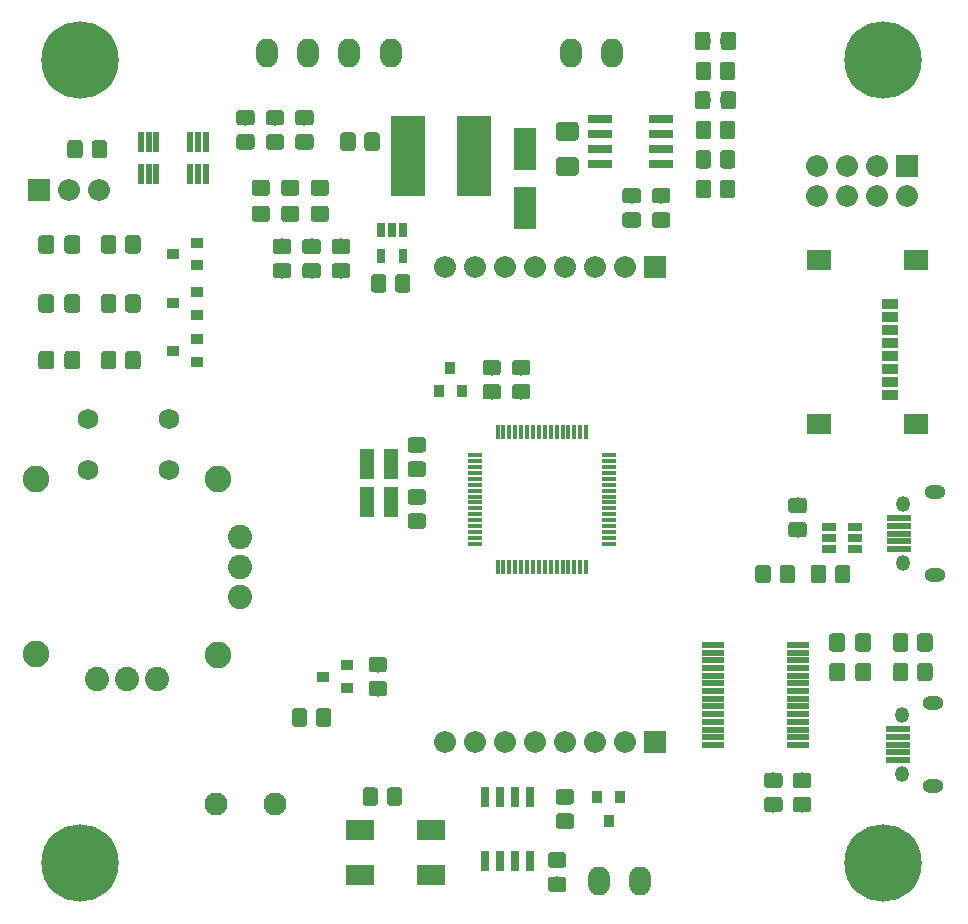
<source format=gts>
G04 #@! TF.GenerationSoftware,KiCad,Pcbnew,(5.0.0)*
G04 #@! TF.CreationDate,2019-07-14T20:37:54+10:00*
G04 #@! TF.ProjectId,reflow-oven-rev-001,7265666C6F772D6F76656E2D7265762D,A*
G04 #@! TF.SameCoordinates,Original*
G04 #@! TF.FileFunction,Soldermask,Top*
G04 #@! TF.FilePolarity,Negative*
%FSLAX46Y46*%
G04 Gerber Fmt 4.6, Leading zero omitted, Abs format (unit mm)*
G04 Created by KiCad (PCBNEW (5.0.0)) date 07/14/19 20:37:54*
%MOMM*%
%LPD*%
G01*
G04 APERTURE LIST*
%ADD10O,1.852400X1.852400*%
%ADD11R,1.852400X1.852400*%
%ADD12C,6.552400*%
%ADD13R,2.152400X0.552400*%
%ADD14O,1.202400X1.352400*%
%ADD15O,1.802400X1.152400*%
%ADD16R,1.212400X0.802400*%
%ADD17O,1.852400X2.452400*%
%ADD18C,1.952400*%
%ADD19C,0.150000*%
%ADD20C,1.577400*%
%ADD21C,1.302400*%
%ADD22C,1.352400*%
%ADD23R,1.952400X3.652400*%
%ADD24R,0.952400X1.052400*%
%ADD25C,2.052400*%
%ADD26C,2.252400*%
%ADD27C,1.752400*%
%ADD28R,1.352400X0.952400*%
%ADD29R,2.152400X1.652400*%
%ADD30R,3.002400X6.752400*%
%ADD31R,0.552400X1.652400*%
%ADD32R,1.052400X0.952400*%
%ADD33R,2.452400X1.752400*%
%ADD34R,2.152400X0.752400*%
%ADD35R,0.802400X1.212400*%
%ADD36R,0.752400X1.702400*%
%ADD37R,1.152400X0.402400*%
%ADD38R,0.402400X1.152400*%
%ADD39R,1.902400X0.602400*%
%ADD40R,1.252400X2.652400*%
G04 APERTURE END LIST*
D10*
G04 #@! TO.C,J111*
X74920000Y-101750000D03*
X77460000Y-101750000D03*
X80000000Y-101750000D03*
X82540000Y-101750000D03*
X85080000Y-101750000D03*
X87620000Y-101750000D03*
X90160000Y-101750000D03*
D11*
X92700000Y-101750000D03*
G04 #@! TD*
G04 #@! TO.C,J110*
X92700000Y-61550000D03*
D10*
X90160000Y-61550000D03*
X87620000Y-61550000D03*
X85080000Y-61550000D03*
X82540000Y-61550000D03*
X80000000Y-61550000D03*
X77460000Y-61550000D03*
X74920000Y-61550000D03*
G04 #@! TD*
D12*
G04 #@! TO.C,MH104*
X112000000Y-112000000D03*
G04 #@! TD*
G04 #@! TO.C,MH101*
X112000000Y-44000000D03*
G04 #@! TD*
G04 #@! TO.C,MH103*
X44000000Y-112000000D03*
G04 #@! TD*
G04 #@! TO.C,MH102*
X44000000Y-44000000D03*
G04 #@! TD*
D13*
G04 #@! TO.C,J112*
X113250000Y-103250000D03*
X113250000Y-102600000D03*
X113250000Y-100650000D03*
X113250000Y-101300000D03*
D14*
X113550000Y-104450000D03*
X113550000Y-99450000D03*
D15*
X116250000Y-105450000D03*
X116250000Y-98450000D03*
D13*
X113250000Y-101950000D03*
G04 #@! TD*
D11*
G04 #@! TO.C,J107*
X114000000Y-53000000D03*
D10*
X114000000Y-55540000D03*
X111460000Y-53000000D03*
X111460000Y-55540000D03*
X108920000Y-53000000D03*
X108920000Y-55540000D03*
X106380000Y-53000000D03*
X106380000Y-55540000D03*
G04 #@! TD*
D13*
G04 #@! TO.C,J109*
X113350000Y-84100000D03*
D15*
X116350000Y-80600000D03*
X116350000Y-87600000D03*
D14*
X113650000Y-81600000D03*
X113650000Y-86600000D03*
D13*
X113350000Y-83450000D03*
X113350000Y-82800000D03*
X113350000Y-84750000D03*
X113350000Y-85400000D03*
G04 #@! TD*
D16*
G04 #@! TO.C,U105*
X107450000Y-83500000D03*
X107450000Y-84450000D03*
X107450000Y-85400000D03*
X109650000Y-85400000D03*
X109650000Y-83500000D03*
X109650000Y-84450000D03*
G04 #@! TD*
D17*
G04 #@! TO.C,J104*
X89050000Y-43400000D03*
X85550000Y-43400000D03*
G04 #@! TD*
G04 #@! TO.C,J106*
X87950000Y-113500000D03*
X91450000Y-113500000D03*
G04 #@! TD*
G04 #@! TO.C,J101*
X70300000Y-43400000D03*
X66800000Y-43400000D03*
X63300000Y-43400000D03*
X59800000Y-43400000D03*
G04 #@! TD*
D18*
G04 #@! TO.C,BZ101*
X60500000Y-107000000D03*
X55500000Y-107000000D03*
G04 #@! TD*
D19*
G04 #@! TO.C,C102*
G36*
X85951588Y-49237633D02*
X85978452Y-49241617D01*
X86004796Y-49248216D01*
X86030366Y-49257365D01*
X86054916Y-49268977D01*
X86078210Y-49282939D01*
X86100023Y-49299116D01*
X86120146Y-49317354D01*
X86138384Y-49337477D01*
X86154561Y-49359290D01*
X86168523Y-49382584D01*
X86180135Y-49407134D01*
X86189284Y-49432704D01*
X86195883Y-49459048D01*
X86199867Y-49485912D01*
X86201200Y-49513037D01*
X86201200Y-50536963D01*
X86199867Y-50564088D01*
X86195883Y-50590952D01*
X86189284Y-50617296D01*
X86180135Y-50642866D01*
X86168523Y-50667416D01*
X86154561Y-50690710D01*
X86138384Y-50712523D01*
X86120146Y-50732646D01*
X86100023Y-50750884D01*
X86078210Y-50767061D01*
X86054916Y-50781023D01*
X86030366Y-50792635D01*
X86004796Y-50801784D01*
X85978452Y-50808383D01*
X85951588Y-50812367D01*
X85924463Y-50813700D01*
X84575537Y-50813700D01*
X84548412Y-50812367D01*
X84521548Y-50808383D01*
X84495204Y-50801784D01*
X84469634Y-50792635D01*
X84445084Y-50781023D01*
X84421790Y-50767061D01*
X84399977Y-50750884D01*
X84379854Y-50732646D01*
X84361616Y-50712523D01*
X84345439Y-50690710D01*
X84331477Y-50667416D01*
X84319865Y-50642866D01*
X84310716Y-50617296D01*
X84304117Y-50590952D01*
X84300133Y-50564088D01*
X84298800Y-50536963D01*
X84298800Y-49513037D01*
X84300133Y-49485912D01*
X84304117Y-49459048D01*
X84310716Y-49432704D01*
X84319865Y-49407134D01*
X84331477Y-49382584D01*
X84345439Y-49359290D01*
X84361616Y-49337477D01*
X84379854Y-49317354D01*
X84399977Y-49299116D01*
X84421790Y-49282939D01*
X84445084Y-49268977D01*
X84469634Y-49257365D01*
X84495204Y-49248216D01*
X84521548Y-49241617D01*
X84548412Y-49237633D01*
X84575537Y-49236300D01*
X85924463Y-49236300D01*
X85951588Y-49237633D01*
X85951588Y-49237633D01*
G37*
D20*
X85250000Y-50025000D03*
D19*
G36*
X85951588Y-52212633D02*
X85978452Y-52216617D01*
X86004796Y-52223216D01*
X86030366Y-52232365D01*
X86054916Y-52243977D01*
X86078210Y-52257939D01*
X86100023Y-52274116D01*
X86120146Y-52292354D01*
X86138384Y-52312477D01*
X86154561Y-52334290D01*
X86168523Y-52357584D01*
X86180135Y-52382134D01*
X86189284Y-52407704D01*
X86195883Y-52434048D01*
X86199867Y-52460912D01*
X86201200Y-52488037D01*
X86201200Y-53511963D01*
X86199867Y-53539088D01*
X86195883Y-53565952D01*
X86189284Y-53592296D01*
X86180135Y-53617866D01*
X86168523Y-53642416D01*
X86154561Y-53665710D01*
X86138384Y-53687523D01*
X86120146Y-53707646D01*
X86100023Y-53725884D01*
X86078210Y-53742061D01*
X86054916Y-53756023D01*
X86030366Y-53767635D01*
X86004796Y-53776784D01*
X85978452Y-53783383D01*
X85951588Y-53787367D01*
X85924463Y-53788700D01*
X84575537Y-53788700D01*
X84548412Y-53787367D01*
X84521548Y-53783383D01*
X84495204Y-53776784D01*
X84469634Y-53767635D01*
X84445084Y-53756023D01*
X84421790Y-53742061D01*
X84399977Y-53725884D01*
X84379854Y-53707646D01*
X84361616Y-53687523D01*
X84345439Y-53665710D01*
X84331477Y-53642416D01*
X84319865Y-53617866D01*
X84310716Y-53592296D01*
X84304117Y-53565952D01*
X84300133Y-53539088D01*
X84298800Y-53511963D01*
X84298800Y-52488037D01*
X84300133Y-52460912D01*
X84304117Y-52434048D01*
X84310716Y-52407704D01*
X84319865Y-52382134D01*
X84331477Y-52357584D01*
X84345439Y-52334290D01*
X84361616Y-52312477D01*
X84379854Y-52292354D01*
X84399977Y-52274116D01*
X84421790Y-52257939D01*
X84445084Y-52243977D01*
X84469634Y-52232365D01*
X84495204Y-52223216D01*
X84521548Y-52216617D01*
X84548412Y-52212633D01*
X84575537Y-52211300D01*
X85924463Y-52211300D01*
X85951588Y-52212633D01*
X85951588Y-52212633D01*
G37*
D20*
X85250000Y-53000000D03*
G04 #@! TD*
D19*
G04 #@! TO.C,C103*
G36*
X69120822Y-50125163D02*
X69148306Y-50129240D01*
X69175258Y-50135991D01*
X69201419Y-50145352D01*
X69226537Y-50157232D01*
X69250369Y-50171516D01*
X69272686Y-50188068D01*
X69293273Y-50206727D01*
X69311932Y-50227314D01*
X69328484Y-50249631D01*
X69342768Y-50273463D01*
X69354648Y-50298581D01*
X69364009Y-50324742D01*
X69370760Y-50351694D01*
X69374837Y-50379178D01*
X69376200Y-50406930D01*
X69376200Y-51393070D01*
X69374837Y-51420822D01*
X69370760Y-51448306D01*
X69364009Y-51475258D01*
X69354648Y-51501419D01*
X69342768Y-51526537D01*
X69328484Y-51550369D01*
X69311932Y-51572686D01*
X69293273Y-51593273D01*
X69272686Y-51611932D01*
X69250369Y-51628484D01*
X69226537Y-51642768D01*
X69201419Y-51654648D01*
X69175258Y-51664009D01*
X69148306Y-51670760D01*
X69120822Y-51674837D01*
X69093070Y-51676200D01*
X68356930Y-51676200D01*
X68329178Y-51674837D01*
X68301694Y-51670760D01*
X68274742Y-51664009D01*
X68248581Y-51654648D01*
X68223463Y-51642768D01*
X68199631Y-51628484D01*
X68177314Y-51611932D01*
X68156727Y-51593273D01*
X68138068Y-51572686D01*
X68121516Y-51550369D01*
X68107232Y-51526537D01*
X68095352Y-51501419D01*
X68085991Y-51475258D01*
X68079240Y-51448306D01*
X68075163Y-51420822D01*
X68073800Y-51393070D01*
X68073800Y-50406930D01*
X68075163Y-50379178D01*
X68079240Y-50351694D01*
X68085991Y-50324742D01*
X68095352Y-50298581D01*
X68107232Y-50273463D01*
X68121516Y-50249631D01*
X68138068Y-50227314D01*
X68156727Y-50206727D01*
X68177314Y-50188068D01*
X68199631Y-50171516D01*
X68223463Y-50157232D01*
X68248581Y-50145352D01*
X68274742Y-50135991D01*
X68301694Y-50129240D01*
X68329178Y-50125163D01*
X68356930Y-50123800D01*
X69093070Y-50123800D01*
X69120822Y-50125163D01*
X69120822Y-50125163D01*
G37*
D21*
X68725000Y-50900000D03*
D19*
G36*
X67070822Y-50125163D02*
X67098306Y-50129240D01*
X67125258Y-50135991D01*
X67151419Y-50145352D01*
X67176537Y-50157232D01*
X67200369Y-50171516D01*
X67222686Y-50188068D01*
X67243273Y-50206727D01*
X67261932Y-50227314D01*
X67278484Y-50249631D01*
X67292768Y-50273463D01*
X67304648Y-50298581D01*
X67314009Y-50324742D01*
X67320760Y-50351694D01*
X67324837Y-50379178D01*
X67326200Y-50406930D01*
X67326200Y-51393070D01*
X67324837Y-51420822D01*
X67320760Y-51448306D01*
X67314009Y-51475258D01*
X67304648Y-51501419D01*
X67292768Y-51526537D01*
X67278484Y-51550369D01*
X67261932Y-51572686D01*
X67243273Y-51593273D01*
X67222686Y-51611932D01*
X67200369Y-51628484D01*
X67176537Y-51642768D01*
X67151419Y-51654648D01*
X67125258Y-51664009D01*
X67098306Y-51670760D01*
X67070822Y-51674837D01*
X67043070Y-51676200D01*
X66306930Y-51676200D01*
X66279178Y-51674837D01*
X66251694Y-51670760D01*
X66224742Y-51664009D01*
X66198581Y-51654648D01*
X66173463Y-51642768D01*
X66149631Y-51628484D01*
X66127314Y-51611932D01*
X66106727Y-51593273D01*
X66088068Y-51572686D01*
X66071516Y-51550369D01*
X66057232Y-51526537D01*
X66045352Y-51501419D01*
X66035991Y-51475258D01*
X66029240Y-51448306D01*
X66025163Y-51420822D01*
X66023800Y-51393070D01*
X66023800Y-50406930D01*
X66025163Y-50379178D01*
X66029240Y-50351694D01*
X66035991Y-50324742D01*
X66045352Y-50298581D01*
X66057232Y-50273463D01*
X66071516Y-50249631D01*
X66088068Y-50227314D01*
X66106727Y-50206727D01*
X66127314Y-50188068D01*
X66149631Y-50171516D01*
X66173463Y-50157232D01*
X66198581Y-50145352D01*
X66224742Y-50135991D01*
X66251694Y-50129240D01*
X66279178Y-50125163D01*
X66306930Y-50123800D01*
X67043070Y-50123800D01*
X67070822Y-50125163D01*
X67070822Y-50125163D01*
G37*
D21*
X66675000Y-50900000D03*
G04 #@! TD*
D19*
G04 #@! TO.C,C104*
G36*
X69670822Y-62125163D02*
X69698306Y-62129240D01*
X69725258Y-62135991D01*
X69751419Y-62145352D01*
X69776537Y-62157232D01*
X69800369Y-62171516D01*
X69822686Y-62188068D01*
X69843273Y-62206727D01*
X69861932Y-62227314D01*
X69878484Y-62249631D01*
X69892768Y-62273463D01*
X69904648Y-62298581D01*
X69914009Y-62324742D01*
X69920760Y-62351694D01*
X69924837Y-62379178D01*
X69926200Y-62406930D01*
X69926200Y-63393070D01*
X69924837Y-63420822D01*
X69920760Y-63448306D01*
X69914009Y-63475258D01*
X69904648Y-63501419D01*
X69892768Y-63526537D01*
X69878484Y-63550369D01*
X69861932Y-63572686D01*
X69843273Y-63593273D01*
X69822686Y-63611932D01*
X69800369Y-63628484D01*
X69776537Y-63642768D01*
X69751419Y-63654648D01*
X69725258Y-63664009D01*
X69698306Y-63670760D01*
X69670822Y-63674837D01*
X69643070Y-63676200D01*
X68906930Y-63676200D01*
X68879178Y-63674837D01*
X68851694Y-63670760D01*
X68824742Y-63664009D01*
X68798581Y-63654648D01*
X68773463Y-63642768D01*
X68749631Y-63628484D01*
X68727314Y-63611932D01*
X68706727Y-63593273D01*
X68688068Y-63572686D01*
X68671516Y-63550369D01*
X68657232Y-63526537D01*
X68645352Y-63501419D01*
X68635991Y-63475258D01*
X68629240Y-63448306D01*
X68625163Y-63420822D01*
X68623800Y-63393070D01*
X68623800Y-62406930D01*
X68625163Y-62379178D01*
X68629240Y-62351694D01*
X68635991Y-62324742D01*
X68645352Y-62298581D01*
X68657232Y-62273463D01*
X68671516Y-62249631D01*
X68688068Y-62227314D01*
X68706727Y-62206727D01*
X68727314Y-62188068D01*
X68749631Y-62171516D01*
X68773463Y-62157232D01*
X68798581Y-62145352D01*
X68824742Y-62135991D01*
X68851694Y-62129240D01*
X68879178Y-62125163D01*
X68906930Y-62123800D01*
X69643070Y-62123800D01*
X69670822Y-62125163D01*
X69670822Y-62125163D01*
G37*
D21*
X69275000Y-62900000D03*
D19*
G36*
X71720822Y-62125163D02*
X71748306Y-62129240D01*
X71775258Y-62135991D01*
X71801419Y-62145352D01*
X71826537Y-62157232D01*
X71850369Y-62171516D01*
X71872686Y-62188068D01*
X71893273Y-62206727D01*
X71911932Y-62227314D01*
X71928484Y-62249631D01*
X71942768Y-62273463D01*
X71954648Y-62298581D01*
X71964009Y-62324742D01*
X71970760Y-62351694D01*
X71974837Y-62379178D01*
X71976200Y-62406930D01*
X71976200Y-63393070D01*
X71974837Y-63420822D01*
X71970760Y-63448306D01*
X71964009Y-63475258D01*
X71954648Y-63501419D01*
X71942768Y-63526537D01*
X71928484Y-63550369D01*
X71911932Y-63572686D01*
X71893273Y-63593273D01*
X71872686Y-63611932D01*
X71850369Y-63628484D01*
X71826537Y-63642768D01*
X71801419Y-63654648D01*
X71775258Y-63664009D01*
X71748306Y-63670760D01*
X71720822Y-63674837D01*
X71693070Y-63676200D01*
X70956930Y-63676200D01*
X70929178Y-63674837D01*
X70901694Y-63670760D01*
X70874742Y-63664009D01*
X70848581Y-63654648D01*
X70823463Y-63642768D01*
X70799631Y-63628484D01*
X70777314Y-63611932D01*
X70756727Y-63593273D01*
X70738068Y-63572686D01*
X70721516Y-63550369D01*
X70707232Y-63526537D01*
X70695352Y-63501419D01*
X70685991Y-63475258D01*
X70679240Y-63448306D01*
X70675163Y-63420822D01*
X70673800Y-63393070D01*
X70673800Y-62406930D01*
X70675163Y-62379178D01*
X70679240Y-62351694D01*
X70685991Y-62324742D01*
X70695352Y-62298581D01*
X70707232Y-62273463D01*
X70721516Y-62249631D01*
X70738068Y-62227314D01*
X70756727Y-62206727D01*
X70777314Y-62188068D01*
X70799631Y-62171516D01*
X70823463Y-62157232D01*
X70848581Y-62145352D01*
X70874742Y-62135991D01*
X70901694Y-62129240D01*
X70929178Y-62125163D01*
X70956930Y-62123800D01*
X71693070Y-62123800D01*
X71720822Y-62125163D01*
X71720822Y-62125163D01*
G37*
D21*
X71325000Y-62900000D03*
G04 #@! TD*
D19*
G04 #@! TO.C,C105*
G36*
X97170822Y-51625163D02*
X97198306Y-51629240D01*
X97225258Y-51635991D01*
X97251419Y-51645352D01*
X97276537Y-51657232D01*
X97300369Y-51671516D01*
X97322686Y-51688068D01*
X97343273Y-51706727D01*
X97361932Y-51727314D01*
X97378484Y-51749631D01*
X97392768Y-51773463D01*
X97404648Y-51798581D01*
X97414009Y-51824742D01*
X97420760Y-51851694D01*
X97424837Y-51879178D01*
X97426200Y-51906930D01*
X97426200Y-52893070D01*
X97424837Y-52920822D01*
X97420760Y-52948306D01*
X97414009Y-52975258D01*
X97404648Y-53001419D01*
X97392768Y-53026537D01*
X97378484Y-53050369D01*
X97361932Y-53072686D01*
X97343273Y-53093273D01*
X97322686Y-53111932D01*
X97300369Y-53128484D01*
X97276537Y-53142768D01*
X97251419Y-53154648D01*
X97225258Y-53164009D01*
X97198306Y-53170760D01*
X97170822Y-53174837D01*
X97143070Y-53176200D01*
X96406930Y-53176200D01*
X96379178Y-53174837D01*
X96351694Y-53170760D01*
X96324742Y-53164009D01*
X96298581Y-53154648D01*
X96273463Y-53142768D01*
X96249631Y-53128484D01*
X96227314Y-53111932D01*
X96206727Y-53093273D01*
X96188068Y-53072686D01*
X96171516Y-53050369D01*
X96157232Y-53026537D01*
X96145352Y-53001419D01*
X96135991Y-52975258D01*
X96129240Y-52948306D01*
X96125163Y-52920822D01*
X96123800Y-52893070D01*
X96123800Y-51906930D01*
X96125163Y-51879178D01*
X96129240Y-51851694D01*
X96135991Y-51824742D01*
X96145352Y-51798581D01*
X96157232Y-51773463D01*
X96171516Y-51749631D01*
X96188068Y-51727314D01*
X96206727Y-51706727D01*
X96227314Y-51688068D01*
X96249631Y-51671516D01*
X96273463Y-51657232D01*
X96298581Y-51645352D01*
X96324742Y-51635991D01*
X96351694Y-51629240D01*
X96379178Y-51625163D01*
X96406930Y-51623800D01*
X97143070Y-51623800D01*
X97170822Y-51625163D01*
X97170822Y-51625163D01*
G37*
D21*
X96775000Y-52400000D03*
D19*
G36*
X99220822Y-51625163D02*
X99248306Y-51629240D01*
X99275258Y-51635991D01*
X99301419Y-51645352D01*
X99326537Y-51657232D01*
X99350369Y-51671516D01*
X99372686Y-51688068D01*
X99393273Y-51706727D01*
X99411932Y-51727314D01*
X99428484Y-51749631D01*
X99442768Y-51773463D01*
X99454648Y-51798581D01*
X99464009Y-51824742D01*
X99470760Y-51851694D01*
X99474837Y-51879178D01*
X99476200Y-51906930D01*
X99476200Y-52893070D01*
X99474837Y-52920822D01*
X99470760Y-52948306D01*
X99464009Y-52975258D01*
X99454648Y-53001419D01*
X99442768Y-53026537D01*
X99428484Y-53050369D01*
X99411932Y-53072686D01*
X99393273Y-53093273D01*
X99372686Y-53111932D01*
X99350369Y-53128484D01*
X99326537Y-53142768D01*
X99301419Y-53154648D01*
X99275258Y-53164009D01*
X99248306Y-53170760D01*
X99220822Y-53174837D01*
X99193070Y-53176200D01*
X98456930Y-53176200D01*
X98429178Y-53174837D01*
X98401694Y-53170760D01*
X98374742Y-53164009D01*
X98348581Y-53154648D01*
X98323463Y-53142768D01*
X98299631Y-53128484D01*
X98277314Y-53111932D01*
X98256727Y-53093273D01*
X98238068Y-53072686D01*
X98221516Y-53050369D01*
X98207232Y-53026537D01*
X98195352Y-53001419D01*
X98185991Y-52975258D01*
X98179240Y-52948306D01*
X98175163Y-52920822D01*
X98173800Y-52893070D01*
X98173800Y-51906930D01*
X98175163Y-51879178D01*
X98179240Y-51851694D01*
X98185991Y-51824742D01*
X98195352Y-51798581D01*
X98207232Y-51773463D01*
X98221516Y-51749631D01*
X98238068Y-51727314D01*
X98256727Y-51706727D01*
X98277314Y-51688068D01*
X98299631Y-51671516D01*
X98323463Y-51657232D01*
X98348581Y-51645352D01*
X98374742Y-51635991D01*
X98401694Y-51629240D01*
X98429178Y-51625163D01*
X98456930Y-51623800D01*
X99193070Y-51623800D01*
X99220822Y-51625163D01*
X99220822Y-51625163D01*
G37*
D21*
X98825000Y-52400000D03*
G04 #@! TD*
D19*
G04 #@! TO.C,C106*
G36*
X84920822Y-111075163D02*
X84948306Y-111079240D01*
X84975258Y-111085991D01*
X85001419Y-111095352D01*
X85026537Y-111107232D01*
X85050369Y-111121516D01*
X85072686Y-111138068D01*
X85093273Y-111156727D01*
X85111932Y-111177314D01*
X85128484Y-111199631D01*
X85142768Y-111223463D01*
X85154648Y-111248581D01*
X85164009Y-111274742D01*
X85170760Y-111301694D01*
X85174837Y-111329178D01*
X85176200Y-111356930D01*
X85176200Y-112093070D01*
X85174837Y-112120822D01*
X85170760Y-112148306D01*
X85164009Y-112175258D01*
X85154648Y-112201419D01*
X85142768Y-112226537D01*
X85128484Y-112250369D01*
X85111932Y-112272686D01*
X85093273Y-112293273D01*
X85072686Y-112311932D01*
X85050369Y-112328484D01*
X85026537Y-112342768D01*
X85001419Y-112354648D01*
X84975258Y-112364009D01*
X84948306Y-112370760D01*
X84920822Y-112374837D01*
X84893070Y-112376200D01*
X83906930Y-112376200D01*
X83879178Y-112374837D01*
X83851694Y-112370760D01*
X83824742Y-112364009D01*
X83798581Y-112354648D01*
X83773463Y-112342768D01*
X83749631Y-112328484D01*
X83727314Y-112311932D01*
X83706727Y-112293273D01*
X83688068Y-112272686D01*
X83671516Y-112250369D01*
X83657232Y-112226537D01*
X83645352Y-112201419D01*
X83635991Y-112175258D01*
X83629240Y-112148306D01*
X83625163Y-112120822D01*
X83623800Y-112093070D01*
X83623800Y-111356930D01*
X83625163Y-111329178D01*
X83629240Y-111301694D01*
X83635991Y-111274742D01*
X83645352Y-111248581D01*
X83657232Y-111223463D01*
X83671516Y-111199631D01*
X83688068Y-111177314D01*
X83706727Y-111156727D01*
X83727314Y-111138068D01*
X83749631Y-111121516D01*
X83773463Y-111107232D01*
X83798581Y-111095352D01*
X83824742Y-111085991D01*
X83851694Y-111079240D01*
X83879178Y-111075163D01*
X83906930Y-111073800D01*
X84893070Y-111073800D01*
X84920822Y-111075163D01*
X84920822Y-111075163D01*
G37*
D21*
X84400000Y-111725000D03*
D19*
G36*
X84920822Y-113125163D02*
X84948306Y-113129240D01*
X84975258Y-113135991D01*
X85001419Y-113145352D01*
X85026537Y-113157232D01*
X85050369Y-113171516D01*
X85072686Y-113188068D01*
X85093273Y-113206727D01*
X85111932Y-113227314D01*
X85128484Y-113249631D01*
X85142768Y-113273463D01*
X85154648Y-113298581D01*
X85164009Y-113324742D01*
X85170760Y-113351694D01*
X85174837Y-113379178D01*
X85176200Y-113406930D01*
X85176200Y-114143070D01*
X85174837Y-114170822D01*
X85170760Y-114198306D01*
X85164009Y-114225258D01*
X85154648Y-114251419D01*
X85142768Y-114276537D01*
X85128484Y-114300369D01*
X85111932Y-114322686D01*
X85093273Y-114343273D01*
X85072686Y-114361932D01*
X85050369Y-114378484D01*
X85026537Y-114392768D01*
X85001419Y-114404648D01*
X84975258Y-114414009D01*
X84948306Y-114420760D01*
X84920822Y-114424837D01*
X84893070Y-114426200D01*
X83906930Y-114426200D01*
X83879178Y-114424837D01*
X83851694Y-114420760D01*
X83824742Y-114414009D01*
X83798581Y-114404648D01*
X83773463Y-114392768D01*
X83749631Y-114378484D01*
X83727314Y-114361932D01*
X83706727Y-114343273D01*
X83688068Y-114322686D01*
X83671516Y-114300369D01*
X83657232Y-114276537D01*
X83645352Y-114251419D01*
X83635991Y-114225258D01*
X83629240Y-114198306D01*
X83625163Y-114170822D01*
X83623800Y-114143070D01*
X83623800Y-113406930D01*
X83625163Y-113379178D01*
X83629240Y-113351694D01*
X83635991Y-113324742D01*
X83645352Y-113298581D01*
X83657232Y-113273463D01*
X83671516Y-113249631D01*
X83688068Y-113227314D01*
X83706727Y-113206727D01*
X83727314Y-113188068D01*
X83749631Y-113171516D01*
X83773463Y-113157232D01*
X83798581Y-113145352D01*
X83824742Y-113135991D01*
X83851694Y-113129240D01*
X83879178Y-113125163D01*
X83906930Y-113123800D01*
X84893070Y-113123800D01*
X84920822Y-113125163D01*
X84920822Y-113125163D01*
G37*
D21*
X84400000Y-113775000D03*
G04 #@! TD*
D19*
G04 #@! TO.C,C113*
G36*
X85570822Y-105725163D02*
X85598306Y-105729240D01*
X85625258Y-105735991D01*
X85651419Y-105745352D01*
X85676537Y-105757232D01*
X85700369Y-105771516D01*
X85722686Y-105788068D01*
X85743273Y-105806727D01*
X85761932Y-105827314D01*
X85778484Y-105849631D01*
X85792768Y-105873463D01*
X85804648Y-105898581D01*
X85814009Y-105924742D01*
X85820760Y-105951694D01*
X85824837Y-105979178D01*
X85826200Y-106006930D01*
X85826200Y-106743070D01*
X85824837Y-106770822D01*
X85820760Y-106798306D01*
X85814009Y-106825258D01*
X85804648Y-106851419D01*
X85792768Y-106876537D01*
X85778484Y-106900369D01*
X85761932Y-106922686D01*
X85743273Y-106943273D01*
X85722686Y-106961932D01*
X85700369Y-106978484D01*
X85676537Y-106992768D01*
X85651419Y-107004648D01*
X85625258Y-107014009D01*
X85598306Y-107020760D01*
X85570822Y-107024837D01*
X85543070Y-107026200D01*
X84556930Y-107026200D01*
X84529178Y-107024837D01*
X84501694Y-107020760D01*
X84474742Y-107014009D01*
X84448581Y-107004648D01*
X84423463Y-106992768D01*
X84399631Y-106978484D01*
X84377314Y-106961932D01*
X84356727Y-106943273D01*
X84338068Y-106922686D01*
X84321516Y-106900369D01*
X84307232Y-106876537D01*
X84295352Y-106851419D01*
X84285991Y-106825258D01*
X84279240Y-106798306D01*
X84275163Y-106770822D01*
X84273800Y-106743070D01*
X84273800Y-106006930D01*
X84275163Y-105979178D01*
X84279240Y-105951694D01*
X84285991Y-105924742D01*
X84295352Y-105898581D01*
X84307232Y-105873463D01*
X84321516Y-105849631D01*
X84338068Y-105827314D01*
X84356727Y-105806727D01*
X84377314Y-105788068D01*
X84399631Y-105771516D01*
X84423463Y-105757232D01*
X84448581Y-105745352D01*
X84474742Y-105735991D01*
X84501694Y-105729240D01*
X84529178Y-105725163D01*
X84556930Y-105723800D01*
X85543070Y-105723800D01*
X85570822Y-105725163D01*
X85570822Y-105725163D01*
G37*
D21*
X85050000Y-106375000D03*
D19*
G36*
X85570822Y-107775163D02*
X85598306Y-107779240D01*
X85625258Y-107785991D01*
X85651419Y-107795352D01*
X85676537Y-107807232D01*
X85700369Y-107821516D01*
X85722686Y-107838068D01*
X85743273Y-107856727D01*
X85761932Y-107877314D01*
X85778484Y-107899631D01*
X85792768Y-107923463D01*
X85804648Y-107948581D01*
X85814009Y-107974742D01*
X85820760Y-108001694D01*
X85824837Y-108029178D01*
X85826200Y-108056930D01*
X85826200Y-108793070D01*
X85824837Y-108820822D01*
X85820760Y-108848306D01*
X85814009Y-108875258D01*
X85804648Y-108901419D01*
X85792768Y-108926537D01*
X85778484Y-108950369D01*
X85761932Y-108972686D01*
X85743273Y-108993273D01*
X85722686Y-109011932D01*
X85700369Y-109028484D01*
X85676537Y-109042768D01*
X85651419Y-109054648D01*
X85625258Y-109064009D01*
X85598306Y-109070760D01*
X85570822Y-109074837D01*
X85543070Y-109076200D01*
X84556930Y-109076200D01*
X84529178Y-109074837D01*
X84501694Y-109070760D01*
X84474742Y-109064009D01*
X84448581Y-109054648D01*
X84423463Y-109042768D01*
X84399631Y-109028484D01*
X84377314Y-109011932D01*
X84356727Y-108993273D01*
X84338068Y-108972686D01*
X84321516Y-108950369D01*
X84307232Y-108926537D01*
X84295352Y-108901419D01*
X84285991Y-108875258D01*
X84279240Y-108848306D01*
X84275163Y-108820822D01*
X84273800Y-108793070D01*
X84273800Y-108056930D01*
X84275163Y-108029178D01*
X84279240Y-108001694D01*
X84285991Y-107974742D01*
X84295352Y-107948581D01*
X84307232Y-107923463D01*
X84321516Y-107899631D01*
X84338068Y-107877314D01*
X84356727Y-107856727D01*
X84377314Y-107838068D01*
X84399631Y-107821516D01*
X84423463Y-107807232D01*
X84448581Y-107795352D01*
X84474742Y-107785991D01*
X84501694Y-107779240D01*
X84529178Y-107775163D01*
X84556930Y-107773800D01*
X85543070Y-107773800D01*
X85570822Y-107775163D01*
X85570822Y-107775163D01*
G37*
D21*
X85050000Y-108425000D03*
G04 #@! TD*
D19*
G04 #@! TO.C,C114*
G36*
X71020822Y-105575163D02*
X71048306Y-105579240D01*
X71075258Y-105585991D01*
X71101419Y-105595352D01*
X71126537Y-105607232D01*
X71150369Y-105621516D01*
X71172686Y-105638068D01*
X71193273Y-105656727D01*
X71211932Y-105677314D01*
X71228484Y-105699631D01*
X71242768Y-105723463D01*
X71254648Y-105748581D01*
X71264009Y-105774742D01*
X71270760Y-105801694D01*
X71274837Y-105829178D01*
X71276200Y-105856930D01*
X71276200Y-106843070D01*
X71274837Y-106870822D01*
X71270760Y-106898306D01*
X71264009Y-106925258D01*
X71254648Y-106951419D01*
X71242768Y-106976537D01*
X71228484Y-107000369D01*
X71211932Y-107022686D01*
X71193273Y-107043273D01*
X71172686Y-107061932D01*
X71150369Y-107078484D01*
X71126537Y-107092768D01*
X71101419Y-107104648D01*
X71075258Y-107114009D01*
X71048306Y-107120760D01*
X71020822Y-107124837D01*
X70993070Y-107126200D01*
X70256930Y-107126200D01*
X70229178Y-107124837D01*
X70201694Y-107120760D01*
X70174742Y-107114009D01*
X70148581Y-107104648D01*
X70123463Y-107092768D01*
X70099631Y-107078484D01*
X70077314Y-107061932D01*
X70056727Y-107043273D01*
X70038068Y-107022686D01*
X70021516Y-107000369D01*
X70007232Y-106976537D01*
X69995352Y-106951419D01*
X69985991Y-106925258D01*
X69979240Y-106898306D01*
X69975163Y-106870822D01*
X69973800Y-106843070D01*
X69973800Y-105856930D01*
X69975163Y-105829178D01*
X69979240Y-105801694D01*
X69985991Y-105774742D01*
X69995352Y-105748581D01*
X70007232Y-105723463D01*
X70021516Y-105699631D01*
X70038068Y-105677314D01*
X70056727Y-105656727D01*
X70077314Y-105638068D01*
X70099631Y-105621516D01*
X70123463Y-105607232D01*
X70148581Y-105595352D01*
X70174742Y-105585991D01*
X70201694Y-105579240D01*
X70229178Y-105575163D01*
X70256930Y-105573800D01*
X70993070Y-105573800D01*
X71020822Y-105575163D01*
X71020822Y-105575163D01*
G37*
D21*
X70625000Y-106350000D03*
D19*
G36*
X68970822Y-105575163D02*
X68998306Y-105579240D01*
X69025258Y-105585991D01*
X69051419Y-105595352D01*
X69076537Y-105607232D01*
X69100369Y-105621516D01*
X69122686Y-105638068D01*
X69143273Y-105656727D01*
X69161932Y-105677314D01*
X69178484Y-105699631D01*
X69192768Y-105723463D01*
X69204648Y-105748581D01*
X69214009Y-105774742D01*
X69220760Y-105801694D01*
X69224837Y-105829178D01*
X69226200Y-105856930D01*
X69226200Y-106843070D01*
X69224837Y-106870822D01*
X69220760Y-106898306D01*
X69214009Y-106925258D01*
X69204648Y-106951419D01*
X69192768Y-106976537D01*
X69178484Y-107000369D01*
X69161932Y-107022686D01*
X69143273Y-107043273D01*
X69122686Y-107061932D01*
X69100369Y-107078484D01*
X69076537Y-107092768D01*
X69051419Y-107104648D01*
X69025258Y-107114009D01*
X68998306Y-107120760D01*
X68970822Y-107124837D01*
X68943070Y-107126200D01*
X68206930Y-107126200D01*
X68179178Y-107124837D01*
X68151694Y-107120760D01*
X68124742Y-107114009D01*
X68098581Y-107104648D01*
X68073463Y-107092768D01*
X68049631Y-107078484D01*
X68027314Y-107061932D01*
X68006727Y-107043273D01*
X67988068Y-107022686D01*
X67971516Y-107000369D01*
X67957232Y-106976537D01*
X67945352Y-106951419D01*
X67935991Y-106925258D01*
X67929240Y-106898306D01*
X67925163Y-106870822D01*
X67923800Y-106843070D01*
X67923800Y-105856930D01*
X67925163Y-105829178D01*
X67929240Y-105801694D01*
X67935991Y-105774742D01*
X67945352Y-105748581D01*
X67957232Y-105723463D01*
X67971516Y-105699631D01*
X67988068Y-105677314D01*
X68006727Y-105656727D01*
X68027314Y-105638068D01*
X68049631Y-105621516D01*
X68073463Y-105607232D01*
X68098581Y-105595352D01*
X68124742Y-105585991D01*
X68151694Y-105579240D01*
X68179178Y-105575163D01*
X68206930Y-105573800D01*
X68943070Y-105573800D01*
X68970822Y-105575163D01*
X68970822Y-105575163D01*
G37*
D21*
X68575000Y-106350000D03*
G04 #@! TD*
D19*
G04 #@! TO.C,C115*
G36*
X73020822Y-77975163D02*
X73048306Y-77979240D01*
X73075258Y-77985991D01*
X73101419Y-77995352D01*
X73126537Y-78007232D01*
X73150369Y-78021516D01*
X73172686Y-78038068D01*
X73193273Y-78056727D01*
X73211932Y-78077314D01*
X73228484Y-78099631D01*
X73242768Y-78123463D01*
X73254648Y-78148581D01*
X73264009Y-78174742D01*
X73270760Y-78201694D01*
X73274837Y-78229178D01*
X73276200Y-78256930D01*
X73276200Y-78993070D01*
X73274837Y-79020822D01*
X73270760Y-79048306D01*
X73264009Y-79075258D01*
X73254648Y-79101419D01*
X73242768Y-79126537D01*
X73228484Y-79150369D01*
X73211932Y-79172686D01*
X73193273Y-79193273D01*
X73172686Y-79211932D01*
X73150369Y-79228484D01*
X73126537Y-79242768D01*
X73101419Y-79254648D01*
X73075258Y-79264009D01*
X73048306Y-79270760D01*
X73020822Y-79274837D01*
X72993070Y-79276200D01*
X72006930Y-79276200D01*
X71979178Y-79274837D01*
X71951694Y-79270760D01*
X71924742Y-79264009D01*
X71898581Y-79254648D01*
X71873463Y-79242768D01*
X71849631Y-79228484D01*
X71827314Y-79211932D01*
X71806727Y-79193273D01*
X71788068Y-79172686D01*
X71771516Y-79150369D01*
X71757232Y-79126537D01*
X71745352Y-79101419D01*
X71735991Y-79075258D01*
X71729240Y-79048306D01*
X71725163Y-79020822D01*
X71723800Y-78993070D01*
X71723800Y-78256930D01*
X71725163Y-78229178D01*
X71729240Y-78201694D01*
X71735991Y-78174742D01*
X71745352Y-78148581D01*
X71757232Y-78123463D01*
X71771516Y-78099631D01*
X71788068Y-78077314D01*
X71806727Y-78056727D01*
X71827314Y-78038068D01*
X71849631Y-78021516D01*
X71873463Y-78007232D01*
X71898581Y-77995352D01*
X71924742Y-77985991D01*
X71951694Y-77979240D01*
X71979178Y-77975163D01*
X72006930Y-77973800D01*
X72993070Y-77973800D01*
X73020822Y-77975163D01*
X73020822Y-77975163D01*
G37*
D21*
X72500000Y-78625000D03*
D19*
G36*
X73020822Y-75925163D02*
X73048306Y-75929240D01*
X73075258Y-75935991D01*
X73101419Y-75945352D01*
X73126537Y-75957232D01*
X73150369Y-75971516D01*
X73172686Y-75988068D01*
X73193273Y-76006727D01*
X73211932Y-76027314D01*
X73228484Y-76049631D01*
X73242768Y-76073463D01*
X73254648Y-76098581D01*
X73264009Y-76124742D01*
X73270760Y-76151694D01*
X73274837Y-76179178D01*
X73276200Y-76206930D01*
X73276200Y-76943070D01*
X73274837Y-76970822D01*
X73270760Y-76998306D01*
X73264009Y-77025258D01*
X73254648Y-77051419D01*
X73242768Y-77076537D01*
X73228484Y-77100369D01*
X73211932Y-77122686D01*
X73193273Y-77143273D01*
X73172686Y-77161932D01*
X73150369Y-77178484D01*
X73126537Y-77192768D01*
X73101419Y-77204648D01*
X73075258Y-77214009D01*
X73048306Y-77220760D01*
X73020822Y-77224837D01*
X72993070Y-77226200D01*
X72006930Y-77226200D01*
X71979178Y-77224837D01*
X71951694Y-77220760D01*
X71924742Y-77214009D01*
X71898581Y-77204648D01*
X71873463Y-77192768D01*
X71849631Y-77178484D01*
X71827314Y-77161932D01*
X71806727Y-77143273D01*
X71788068Y-77122686D01*
X71771516Y-77100369D01*
X71757232Y-77076537D01*
X71745352Y-77051419D01*
X71735991Y-77025258D01*
X71729240Y-76998306D01*
X71725163Y-76970822D01*
X71723800Y-76943070D01*
X71723800Y-76206930D01*
X71725163Y-76179178D01*
X71729240Y-76151694D01*
X71735991Y-76124742D01*
X71745352Y-76098581D01*
X71757232Y-76073463D01*
X71771516Y-76049631D01*
X71788068Y-76027314D01*
X71806727Y-76006727D01*
X71827314Y-75988068D01*
X71849631Y-75971516D01*
X71873463Y-75957232D01*
X71898581Y-75945352D01*
X71924742Y-75935991D01*
X71951694Y-75929240D01*
X71979178Y-75925163D01*
X72006930Y-75923800D01*
X72993070Y-75923800D01*
X73020822Y-75925163D01*
X73020822Y-75925163D01*
G37*
D21*
X72500000Y-76575000D03*
G04 #@! TD*
D19*
G04 #@! TO.C,C116*
G36*
X73020822Y-80325163D02*
X73048306Y-80329240D01*
X73075258Y-80335991D01*
X73101419Y-80345352D01*
X73126537Y-80357232D01*
X73150369Y-80371516D01*
X73172686Y-80388068D01*
X73193273Y-80406727D01*
X73211932Y-80427314D01*
X73228484Y-80449631D01*
X73242768Y-80473463D01*
X73254648Y-80498581D01*
X73264009Y-80524742D01*
X73270760Y-80551694D01*
X73274837Y-80579178D01*
X73276200Y-80606930D01*
X73276200Y-81343070D01*
X73274837Y-81370822D01*
X73270760Y-81398306D01*
X73264009Y-81425258D01*
X73254648Y-81451419D01*
X73242768Y-81476537D01*
X73228484Y-81500369D01*
X73211932Y-81522686D01*
X73193273Y-81543273D01*
X73172686Y-81561932D01*
X73150369Y-81578484D01*
X73126537Y-81592768D01*
X73101419Y-81604648D01*
X73075258Y-81614009D01*
X73048306Y-81620760D01*
X73020822Y-81624837D01*
X72993070Y-81626200D01*
X72006930Y-81626200D01*
X71979178Y-81624837D01*
X71951694Y-81620760D01*
X71924742Y-81614009D01*
X71898581Y-81604648D01*
X71873463Y-81592768D01*
X71849631Y-81578484D01*
X71827314Y-81561932D01*
X71806727Y-81543273D01*
X71788068Y-81522686D01*
X71771516Y-81500369D01*
X71757232Y-81476537D01*
X71745352Y-81451419D01*
X71735991Y-81425258D01*
X71729240Y-81398306D01*
X71725163Y-81370822D01*
X71723800Y-81343070D01*
X71723800Y-80606930D01*
X71725163Y-80579178D01*
X71729240Y-80551694D01*
X71735991Y-80524742D01*
X71745352Y-80498581D01*
X71757232Y-80473463D01*
X71771516Y-80449631D01*
X71788068Y-80427314D01*
X71806727Y-80406727D01*
X71827314Y-80388068D01*
X71849631Y-80371516D01*
X71873463Y-80357232D01*
X71898581Y-80345352D01*
X71924742Y-80335991D01*
X71951694Y-80329240D01*
X71979178Y-80325163D01*
X72006930Y-80323800D01*
X72993070Y-80323800D01*
X73020822Y-80325163D01*
X73020822Y-80325163D01*
G37*
D21*
X72500000Y-80975000D03*
D19*
G36*
X73020822Y-82375163D02*
X73048306Y-82379240D01*
X73075258Y-82385991D01*
X73101419Y-82395352D01*
X73126537Y-82407232D01*
X73150369Y-82421516D01*
X73172686Y-82438068D01*
X73193273Y-82456727D01*
X73211932Y-82477314D01*
X73228484Y-82499631D01*
X73242768Y-82523463D01*
X73254648Y-82548581D01*
X73264009Y-82574742D01*
X73270760Y-82601694D01*
X73274837Y-82629178D01*
X73276200Y-82656930D01*
X73276200Y-83393070D01*
X73274837Y-83420822D01*
X73270760Y-83448306D01*
X73264009Y-83475258D01*
X73254648Y-83501419D01*
X73242768Y-83526537D01*
X73228484Y-83550369D01*
X73211932Y-83572686D01*
X73193273Y-83593273D01*
X73172686Y-83611932D01*
X73150369Y-83628484D01*
X73126537Y-83642768D01*
X73101419Y-83654648D01*
X73075258Y-83664009D01*
X73048306Y-83670760D01*
X73020822Y-83674837D01*
X72993070Y-83676200D01*
X72006930Y-83676200D01*
X71979178Y-83674837D01*
X71951694Y-83670760D01*
X71924742Y-83664009D01*
X71898581Y-83654648D01*
X71873463Y-83642768D01*
X71849631Y-83628484D01*
X71827314Y-83611932D01*
X71806727Y-83593273D01*
X71788068Y-83572686D01*
X71771516Y-83550369D01*
X71757232Y-83526537D01*
X71745352Y-83501419D01*
X71735991Y-83475258D01*
X71729240Y-83448306D01*
X71725163Y-83420822D01*
X71723800Y-83393070D01*
X71723800Y-82656930D01*
X71725163Y-82629178D01*
X71729240Y-82601694D01*
X71735991Y-82574742D01*
X71745352Y-82548581D01*
X71757232Y-82523463D01*
X71771516Y-82499631D01*
X71788068Y-82477314D01*
X71806727Y-82456727D01*
X71827314Y-82438068D01*
X71849631Y-82421516D01*
X71873463Y-82407232D01*
X71898581Y-82395352D01*
X71924742Y-82385991D01*
X71951694Y-82379240D01*
X71979178Y-82375163D01*
X72006930Y-82373800D01*
X72993070Y-82373800D01*
X73020822Y-82375163D01*
X73020822Y-82375163D01*
G37*
D21*
X72500000Y-83025000D03*
G04 #@! TD*
D19*
G04 #@! TO.C,D101*
G36*
X64811495Y-56325213D02*
X64839983Y-56329439D01*
X64867920Y-56336437D01*
X64895036Y-56346139D01*
X64921071Y-56358453D01*
X64945773Y-56373259D01*
X64968905Y-56390415D01*
X64990245Y-56409755D01*
X65009585Y-56431095D01*
X65026741Y-56454227D01*
X65041547Y-56478929D01*
X65053861Y-56504964D01*
X65063563Y-56532080D01*
X65070561Y-56560017D01*
X65074787Y-56588505D01*
X65076200Y-56617270D01*
X65076200Y-57382730D01*
X65074787Y-57411495D01*
X65070561Y-57439983D01*
X65063563Y-57467920D01*
X65053861Y-57495036D01*
X65041547Y-57521071D01*
X65026741Y-57545773D01*
X65009585Y-57568905D01*
X64990245Y-57590245D01*
X64968905Y-57609585D01*
X64945773Y-57626741D01*
X64921071Y-57641547D01*
X64895036Y-57653861D01*
X64867920Y-57663563D01*
X64839983Y-57670561D01*
X64811495Y-57674787D01*
X64782730Y-57676200D01*
X63817270Y-57676200D01*
X63788505Y-57674787D01*
X63760017Y-57670561D01*
X63732080Y-57663563D01*
X63704964Y-57653861D01*
X63678929Y-57641547D01*
X63654227Y-57626741D01*
X63631095Y-57609585D01*
X63609755Y-57590245D01*
X63590415Y-57568905D01*
X63573259Y-57545773D01*
X63558453Y-57521071D01*
X63546139Y-57495036D01*
X63536437Y-57467920D01*
X63529439Y-57439983D01*
X63525213Y-57411495D01*
X63523800Y-57382730D01*
X63523800Y-56617270D01*
X63525213Y-56588505D01*
X63529439Y-56560017D01*
X63536437Y-56532080D01*
X63546139Y-56504964D01*
X63558453Y-56478929D01*
X63573259Y-56454227D01*
X63590415Y-56431095D01*
X63609755Y-56409755D01*
X63631095Y-56390415D01*
X63654227Y-56373259D01*
X63678929Y-56358453D01*
X63704964Y-56346139D01*
X63732080Y-56336437D01*
X63760017Y-56329439D01*
X63788505Y-56325213D01*
X63817270Y-56323800D01*
X64782730Y-56323800D01*
X64811495Y-56325213D01*
X64811495Y-56325213D01*
G37*
D22*
X64300000Y-57000000D03*
D19*
G36*
X64811495Y-54125213D02*
X64839983Y-54129439D01*
X64867920Y-54136437D01*
X64895036Y-54146139D01*
X64921071Y-54158453D01*
X64945773Y-54173259D01*
X64968905Y-54190415D01*
X64990245Y-54209755D01*
X65009585Y-54231095D01*
X65026741Y-54254227D01*
X65041547Y-54278929D01*
X65053861Y-54304964D01*
X65063563Y-54332080D01*
X65070561Y-54360017D01*
X65074787Y-54388505D01*
X65076200Y-54417270D01*
X65076200Y-55182730D01*
X65074787Y-55211495D01*
X65070561Y-55239983D01*
X65063563Y-55267920D01*
X65053861Y-55295036D01*
X65041547Y-55321071D01*
X65026741Y-55345773D01*
X65009585Y-55368905D01*
X64990245Y-55390245D01*
X64968905Y-55409585D01*
X64945773Y-55426741D01*
X64921071Y-55441547D01*
X64895036Y-55453861D01*
X64867920Y-55463563D01*
X64839983Y-55470561D01*
X64811495Y-55474787D01*
X64782730Y-55476200D01*
X63817270Y-55476200D01*
X63788505Y-55474787D01*
X63760017Y-55470561D01*
X63732080Y-55463563D01*
X63704964Y-55453861D01*
X63678929Y-55441547D01*
X63654227Y-55426741D01*
X63631095Y-55409585D01*
X63609755Y-55390245D01*
X63590415Y-55368905D01*
X63573259Y-55345773D01*
X63558453Y-55321071D01*
X63546139Y-55295036D01*
X63536437Y-55267920D01*
X63529439Y-55239983D01*
X63525213Y-55211495D01*
X63523800Y-55182730D01*
X63523800Y-54417270D01*
X63525213Y-54388505D01*
X63529439Y-54360017D01*
X63536437Y-54332080D01*
X63546139Y-54304964D01*
X63558453Y-54278929D01*
X63573259Y-54254227D01*
X63590415Y-54231095D01*
X63609755Y-54209755D01*
X63631095Y-54190415D01*
X63654227Y-54173259D01*
X63678929Y-54158453D01*
X63704964Y-54146139D01*
X63732080Y-54136437D01*
X63760017Y-54129439D01*
X63788505Y-54125213D01*
X63817270Y-54123800D01*
X64782730Y-54123800D01*
X64811495Y-54125213D01*
X64811495Y-54125213D01*
G37*
D22*
X64300000Y-54800000D03*
G04 #@! TD*
D19*
G04 #@! TO.C,D102*
G36*
X62311495Y-54125213D02*
X62339983Y-54129439D01*
X62367920Y-54136437D01*
X62395036Y-54146139D01*
X62421071Y-54158453D01*
X62445773Y-54173259D01*
X62468905Y-54190415D01*
X62490245Y-54209755D01*
X62509585Y-54231095D01*
X62526741Y-54254227D01*
X62541547Y-54278929D01*
X62553861Y-54304964D01*
X62563563Y-54332080D01*
X62570561Y-54360017D01*
X62574787Y-54388505D01*
X62576200Y-54417270D01*
X62576200Y-55182730D01*
X62574787Y-55211495D01*
X62570561Y-55239983D01*
X62563563Y-55267920D01*
X62553861Y-55295036D01*
X62541547Y-55321071D01*
X62526741Y-55345773D01*
X62509585Y-55368905D01*
X62490245Y-55390245D01*
X62468905Y-55409585D01*
X62445773Y-55426741D01*
X62421071Y-55441547D01*
X62395036Y-55453861D01*
X62367920Y-55463563D01*
X62339983Y-55470561D01*
X62311495Y-55474787D01*
X62282730Y-55476200D01*
X61317270Y-55476200D01*
X61288505Y-55474787D01*
X61260017Y-55470561D01*
X61232080Y-55463563D01*
X61204964Y-55453861D01*
X61178929Y-55441547D01*
X61154227Y-55426741D01*
X61131095Y-55409585D01*
X61109755Y-55390245D01*
X61090415Y-55368905D01*
X61073259Y-55345773D01*
X61058453Y-55321071D01*
X61046139Y-55295036D01*
X61036437Y-55267920D01*
X61029439Y-55239983D01*
X61025213Y-55211495D01*
X61023800Y-55182730D01*
X61023800Y-54417270D01*
X61025213Y-54388505D01*
X61029439Y-54360017D01*
X61036437Y-54332080D01*
X61046139Y-54304964D01*
X61058453Y-54278929D01*
X61073259Y-54254227D01*
X61090415Y-54231095D01*
X61109755Y-54209755D01*
X61131095Y-54190415D01*
X61154227Y-54173259D01*
X61178929Y-54158453D01*
X61204964Y-54146139D01*
X61232080Y-54136437D01*
X61260017Y-54129439D01*
X61288505Y-54125213D01*
X61317270Y-54123800D01*
X62282730Y-54123800D01*
X62311495Y-54125213D01*
X62311495Y-54125213D01*
G37*
D22*
X61800000Y-54800000D03*
D19*
G36*
X62311495Y-56325213D02*
X62339983Y-56329439D01*
X62367920Y-56336437D01*
X62395036Y-56346139D01*
X62421071Y-56358453D01*
X62445773Y-56373259D01*
X62468905Y-56390415D01*
X62490245Y-56409755D01*
X62509585Y-56431095D01*
X62526741Y-56454227D01*
X62541547Y-56478929D01*
X62553861Y-56504964D01*
X62563563Y-56532080D01*
X62570561Y-56560017D01*
X62574787Y-56588505D01*
X62576200Y-56617270D01*
X62576200Y-57382730D01*
X62574787Y-57411495D01*
X62570561Y-57439983D01*
X62563563Y-57467920D01*
X62553861Y-57495036D01*
X62541547Y-57521071D01*
X62526741Y-57545773D01*
X62509585Y-57568905D01*
X62490245Y-57590245D01*
X62468905Y-57609585D01*
X62445773Y-57626741D01*
X62421071Y-57641547D01*
X62395036Y-57653861D01*
X62367920Y-57663563D01*
X62339983Y-57670561D01*
X62311495Y-57674787D01*
X62282730Y-57676200D01*
X61317270Y-57676200D01*
X61288505Y-57674787D01*
X61260017Y-57670561D01*
X61232080Y-57663563D01*
X61204964Y-57653861D01*
X61178929Y-57641547D01*
X61154227Y-57626741D01*
X61131095Y-57609585D01*
X61109755Y-57590245D01*
X61090415Y-57568905D01*
X61073259Y-57545773D01*
X61058453Y-57521071D01*
X61046139Y-57495036D01*
X61036437Y-57467920D01*
X61029439Y-57439983D01*
X61025213Y-57411495D01*
X61023800Y-57382730D01*
X61023800Y-56617270D01*
X61025213Y-56588505D01*
X61029439Y-56560017D01*
X61036437Y-56532080D01*
X61046139Y-56504964D01*
X61058453Y-56478929D01*
X61073259Y-56454227D01*
X61090415Y-56431095D01*
X61109755Y-56409755D01*
X61131095Y-56390415D01*
X61154227Y-56373259D01*
X61178929Y-56358453D01*
X61204964Y-56346139D01*
X61232080Y-56336437D01*
X61260017Y-56329439D01*
X61288505Y-56325213D01*
X61317270Y-56323800D01*
X62282730Y-56323800D01*
X62311495Y-56325213D01*
X62311495Y-56325213D01*
G37*
D22*
X61800000Y-57000000D03*
G04 #@! TD*
D19*
G04 #@! TO.C,D103*
G36*
X59811495Y-56325213D02*
X59839983Y-56329439D01*
X59867920Y-56336437D01*
X59895036Y-56346139D01*
X59921071Y-56358453D01*
X59945773Y-56373259D01*
X59968905Y-56390415D01*
X59990245Y-56409755D01*
X60009585Y-56431095D01*
X60026741Y-56454227D01*
X60041547Y-56478929D01*
X60053861Y-56504964D01*
X60063563Y-56532080D01*
X60070561Y-56560017D01*
X60074787Y-56588505D01*
X60076200Y-56617270D01*
X60076200Y-57382730D01*
X60074787Y-57411495D01*
X60070561Y-57439983D01*
X60063563Y-57467920D01*
X60053861Y-57495036D01*
X60041547Y-57521071D01*
X60026741Y-57545773D01*
X60009585Y-57568905D01*
X59990245Y-57590245D01*
X59968905Y-57609585D01*
X59945773Y-57626741D01*
X59921071Y-57641547D01*
X59895036Y-57653861D01*
X59867920Y-57663563D01*
X59839983Y-57670561D01*
X59811495Y-57674787D01*
X59782730Y-57676200D01*
X58817270Y-57676200D01*
X58788505Y-57674787D01*
X58760017Y-57670561D01*
X58732080Y-57663563D01*
X58704964Y-57653861D01*
X58678929Y-57641547D01*
X58654227Y-57626741D01*
X58631095Y-57609585D01*
X58609755Y-57590245D01*
X58590415Y-57568905D01*
X58573259Y-57545773D01*
X58558453Y-57521071D01*
X58546139Y-57495036D01*
X58536437Y-57467920D01*
X58529439Y-57439983D01*
X58525213Y-57411495D01*
X58523800Y-57382730D01*
X58523800Y-56617270D01*
X58525213Y-56588505D01*
X58529439Y-56560017D01*
X58536437Y-56532080D01*
X58546139Y-56504964D01*
X58558453Y-56478929D01*
X58573259Y-56454227D01*
X58590415Y-56431095D01*
X58609755Y-56409755D01*
X58631095Y-56390415D01*
X58654227Y-56373259D01*
X58678929Y-56358453D01*
X58704964Y-56346139D01*
X58732080Y-56336437D01*
X58760017Y-56329439D01*
X58788505Y-56325213D01*
X58817270Y-56323800D01*
X59782730Y-56323800D01*
X59811495Y-56325213D01*
X59811495Y-56325213D01*
G37*
D22*
X59300000Y-57000000D03*
D19*
G36*
X59811495Y-54125213D02*
X59839983Y-54129439D01*
X59867920Y-54136437D01*
X59895036Y-54146139D01*
X59921071Y-54158453D01*
X59945773Y-54173259D01*
X59968905Y-54190415D01*
X59990245Y-54209755D01*
X60009585Y-54231095D01*
X60026741Y-54254227D01*
X60041547Y-54278929D01*
X60053861Y-54304964D01*
X60063563Y-54332080D01*
X60070561Y-54360017D01*
X60074787Y-54388505D01*
X60076200Y-54417270D01*
X60076200Y-55182730D01*
X60074787Y-55211495D01*
X60070561Y-55239983D01*
X60063563Y-55267920D01*
X60053861Y-55295036D01*
X60041547Y-55321071D01*
X60026741Y-55345773D01*
X60009585Y-55368905D01*
X59990245Y-55390245D01*
X59968905Y-55409585D01*
X59945773Y-55426741D01*
X59921071Y-55441547D01*
X59895036Y-55453861D01*
X59867920Y-55463563D01*
X59839983Y-55470561D01*
X59811495Y-55474787D01*
X59782730Y-55476200D01*
X58817270Y-55476200D01*
X58788505Y-55474787D01*
X58760017Y-55470561D01*
X58732080Y-55463563D01*
X58704964Y-55453861D01*
X58678929Y-55441547D01*
X58654227Y-55426741D01*
X58631095Y-55409585D01*
X58609755Y-55390245D01*
X58590415Y-55368905D01*
X58573259Y-55345773D01*
X58558453Y-55321071D01*
X58546139Y-55295036D01*
X58536437Y-55267920D01*
X58529439Y-55239983D01*
X58525213Y-55211495D01*
X58523800Y-55182730D01*
X58523800Y-54417270D01*
X58525213Y-54388505D01*
X58529439Y-54360017D01*
X58536437Y-54332080D01*
X58546139Y-54304964D01*
X58558453Y-54278929D01*
X58573259Y-54254227D01*
X58590415Y-54231095D01*
X58609755Y-54209755D01*
X58631095Y-54190415D01*
X58654227Y-54173259D01*
X58678929Y-54158453D01*
X58704964Y-54146139D01*
X58732080Y-54136437D01*
X58760017Y-54129439D01*
X58788505Y-54125213D01*
X58817270Y-54123800D01*
X59782730Y-54123800D01*
X59811495Y-54125213D01*
X59811495Y-54125213D01*
G37*
D22*
X59300000Y-54800000D03*
G04 #@! TD*
D23*
G04 #@! TO.C,D104*
X81700000Y-51500000D03*
X81700000Y-56500000D03*
G04 #@! TD*
D24*
G04 #@! TO.C,D105*
X89700000Y-106400000D03*
X87800000Y-106400000D03*
X88750000Y-108400000D03*
G04 #@! TD*
D19*
G04 #@! TO.C,D106*
G36*
X97111495Y-46625213D02*
X97139983Y-46629439D01*
X97167920Y-46636437D01*
X97195036Y-46646139D01*
X97221071Y-46658453D01*
X97245773Y-46673259D01*
X97268905Y-46690415D01*
X97290245Y-46709755D01*
X97309585Y-46731095D01*
X97326741Y-46754227D01*
X97341547Y-46778929D01*
X97353861Y-46804964D01*
X97363563Y-46832080D01*
X97370561Y-46860017D01*
X97374787Y-46888505D01*
X97376200Y-46917270D01*
X97376200Y-47882730D01*
X97374787Y-47911495D01*
X97370561Y-47939983D01*
X97363563Y-47967920D01*
X97353861Y-47995036D01*
X97341547Y-48021071D01*
X97326741Y-48045773D01*
X97309585Y-48068905D01*
X97290245Y-48090245D01*
X97268905Y-48109585D01*
X97245773Y-48126741D01*
X97221071Y-48141547D01*
X97195036Y-48153861D01*
X97167920Y-48163563D01*
X97139983Y-48170561D01*
X97111495Y-48174787D01*
X97082730Y-48176200D01*
X96317270Y-48176200D01*
X96288505Y-48174787D01*
X96260017Y-48170561D01*
X96232080Y-48163563D01*
X96204964Y-48153861D01*
X96178929Y-48141547D01*
X96154227Y-48126741D01*
X96131095Y-48109585D01*
X96109755Y-48090245D01*
X96090415Y-48068905D01*
X96073259Y-48045773D01*
X96058453Y-48021071D01*
X96046139Y-47995036D01*
X96036437Y-47967920D01*
X96029439Y-47939983D01*
X96025213Y-47911495D01*
X96023800Y-47882730D01*
X96023800Y-46917270D01*
X96025213Y-46888505D01*
X96029439Y-46860017D01*
X96036437Y-46832080D01*
X96046139Y-46804964D01*
X96058453Y-46778929D01*
X96073259Y-46754227D01*
X96090415Y-46731095D01*
X96109755Y-46709755D01*
X96131095Y-46690415D01*
X96154227Y-46673259D01*
X96178929Y-46658453D01*
X96204964Y-46646139D01*
X96232080Y-46636437D01*
X96260017Y-46629439D01*
X96288505Y-46625213D01*
X96317270Y-46623800D01*
X97082730Y-46623800D01*
X97111495Y-46625213D01*
X97111495Y-46625213D01*
G37*
D22*
X96700000Y-47400000D03*
D19*
G36*
X99311495Y-46625213D02*
X99339983Y-46629439D01*
X99367920Y-46636437D01*
X99395036Y-46646139D01*
X99421071Y-46658453D01*
X99445773Y-46673259D01*
X99468905Y-46690415D01*
X99490245Y-46709755D01*
X99509585Y-46731095D01*
X99526741Y-46754227D01*
X99541547Y-46778929D01*
X99553861Y-46804964D01*
X99563563Y-46832080D01*
X99570561Y-46860017D01*
X99574787Y-46888505D01*
X99576200Y-46917270D01*
X99576200Y-47882730D01*
X99574787Y-47911495D01*
X99570561Y-47939983D01*
X99563563Y-47967920D01*
X99553861Y-47995036D01*
X99541547Y-48021071D01*
X99526741Y-48045773D01*
X99509585Y-48068905D01*
X99490245Y-48090245D01*
X99468905Y-48109585D01*
X99445773Y-48126741D01*
X99421071Y-48141547D01*
X99395036Y-48153861D01*
X99367920Y-48163563D01*
X99339983Y-48170561D01*
X99311495Y-48174787D01*
X99282730Y-48176200D01*
X98517270Y-48176200D01*
X98488505Y-48174787D01*
X98460017Y-48170561D01*
X98432080Y-48163563D01*
X98404964Y-48153861D01*
X98378929Y-48141547D01*
X98354227Y-48126741D01*
X98331095Y-48109585D01*
X98309755Y-48090245D01*
X98290415Y-48068905D01*
X98273259Y-48045773D01*
X98258453Y-48021071D01*
X98246139Y-47995036D01*
X98236437Y-47967920D01*
X98229439Y-47939983D01*
X98225213Y-47911495D01*
X98223800Y-47882730D01*
X98223800Y-46917270D01*
X98225213Y-46888505D01*
X98229439Y-46860017D01*
X98236437Y-46832080D01*
X98246139Y-46804964D01*
X98258453Y-46778929D01*
X98273259Y-46754227D01*
X98290415Y-46731095D01*
X98309755Y-46709755D01*
X98331095Y-46690415D01*
X98354227Y-46673259D01*
X98378929Y-46658453D01*
X98404964Y-46646139D01*
X98432080Y-46636437D01*
X98460017Y-46629439D01*
X98488505Y-46625213D01*
X98517270Y-46623800D01*
X99282730Y-46623800D01*
X99311495Y-46625213D01*
X99311495Y-46625213D01*
G37*
D22*
X98900000Y-47400000D03*
G04 #@! TD*
D19*
G04 #@! TO.C,D107*
G36*
X99311495Y-41625213D02*
X99339983Y-41629439D01*
X99367920Y-41636437D01*
X99395036Y-41646139D01*
X99421071Y-41658453D01*
X99445773Y-41673259D01*
X99468905Y-41690415D01*
X99490245Y-41709755D01*
X99509585Y-41731095D01*
X99526741Y-41754227D01*
X99541547Y-41778929D01*
X99553861Y-41804964D01*
X99563563Y-41832080D01*
X99570561Y-41860017D01*
X99574787Y-41888505D01*
X99576200Y-41917270D01*
X99576200Y-42882730D01*
X99574787Y-42911495D01*
X99570561Y-42939983D01*
X99563563Y-42967920D01*
X99553861Y-42995036D01*
X99541547Y-43021071D01*
X99526741Y-43045773D01*
X99509585Y-43068905D01*
X99490245Y-43090245D01*
X99468905Y-43109585D01*
X99445773Y-43126741D01*
X99421071Y-43141547D01*
X99395036Y-43153861D01*
X99367920Y-43163563D01*
X99339983Y-43170561D01*
X99311495Y-43174787D01*
X99282730Y-43176200D01*
X98517270Y-43176200D01*
X98488505Y-43174787D01*
X98460017Y-43170561D01*
X98432080Y-43163563D01*
X98404964Y-43153861D01*
X98378929Y-43141547D01*
X98354227Y-43126741D01*
X98331095Y-43109585D01*
X98309755Y-43090245D01*
X98290415Y-43068905D01*
X98273259Y-43045773D01*
X98258453Y-43021071D01*
X98246139Y-42995036D01*
X98236437Y-42967920D01*
X98229439Y-42939983D01*
X98225213Y-42911495D01*
X98223800Y-42882730D01*
X98223800Y-41917270D01*
X98225213Y-41888505D01*
X98229439Y-41860017D01*
X98236437Y-41832080D01*
X98246139Y-41804964D01*
X98258453Y-41778929D01*
X98273259Y-41754227D01*
X98290415Y-41731095D01*
X98309755Y-41709755D01*
X98331095Y-41690415D01*
X98354227Y-41673259D01*
X98378929Y-41658453D01*
X98404964Y-41646139D01*
X98432080Y-41636437D01*
X98460017Y-41629439D01*
X98488505Y-41625213D01*
X98517270Y-41623800D01*
X99282730Y-41623800D01*
X99311495Y-41625213D01*
X99311495Y-41625213D01*
G37*
D22*
X98900000Y-42400000D03*
D19*
G36*
X97111495Y-41625213D02*
X97139983Y-41629439D01*
X97167920Y-41636437D01*
X97195036Y-41646139D01*
X97221071Y-41658453D01*
X97245773Y-41673259D01*
X97268905Y-41690415D01*
X97290245Y-41709755D01*
X97309585Y-41731095D01*
X97326741Y-41754227D01*
X97341547Y-41778929D01*
X97353861Y-41804964D01*
X97363563Y-41832080D01*
X97370561Y-41860017D01*
X97374787Y-41888505D01*
X97376200Y-41917270D01*
X97376200Y-42882730D01*
X97374787Y-42911495D01*
X97370561Y-42939983D01*
X97363563Y-42967920D01*
X97353861Y-42995036D01*
X97341547Y-43021071D01*
X97326741Y-43045773D01*
X97309585Y-43068905D01*
X97290245Y-43090245D01*
X97268905Y-43109585D01*
X97245773Y-43126741D01*
X97221071Y-43141547D01*
X97195036Y-43153861D01*
X97167920Y-43163563D01*
X97139983Y-43170561D01*
X97111495Y-43174787D01*
X97082730Y-43176200D01*
X96317270Y-43176200D01*
X96288505Y-43174787D01*
X96260017Y-43170561D01*
X96232080Y-43163563D01*
X96204964Y-43153861D01*
X96178929Y-43141547D01*
X96154227Y-43126741D01*
X96131095Y-43109585D01*
X96109755Y-43090245D01*
X96090415Y-43068905D01*
X96073259Y-43045773D01*
X96058453Y-43021071D01*
X96046139Y-42995036D01*
X96036437Y-42967920D01*
X96029439Y-42939983D01*
X96025213Y-42911495D01*
X96023800Y-42882730D01*
X96023800Y-41917270D01*
X96025213Y-41888505D01*
X96029439Y-41860017D01*
X96036437Y-41832080D01*
X96046139Y-41804964D01*
X96058453Y-41778929D01*
X96073259Y-41754227D01*
X96090415Y-41731095D01*
X96109755Y-41709755D01*
X96131095Y-41690415D01*
X96154227Y-41673259D01*
X96178929Y-41658453D01*
X96204964Y-41646139D01*
X96232080Y-41636437D01*
X96260017Y-41629439D01*
X96288505Y-41625213D01*
X96317270Y-41623800D01*
X97082730Y-41623800D01*
X97111495Y-41625213D01*
X97111495Y-41625213D01*
G37*
D22*
X96700000Y-42400000D03*
G04 #@! TD*
D19*
G04 #@! TO.C,D108*
G36*
X43761495Y-58825213D02*
X43789983Y-58829439D01*
X43817920Y-58836437D01*
X43845036Y-58846139D01*
X43871071Y-58858453D01*
X43895773Y-58873259D01*
X43918905Y-58890415D01*
X43940245Y-58909755D01*
X43959585Y-58931095D01*
X43976741Y-58954227D01*
X43991547Y-58978929D01*
X44003861Y-59004964D01*
X44013563Y-59032080D01*
X44020561Y-59060017D01*
X44024787Y-59088505D01*
X44026200Y-59117270D01*
X44026200Y-60082730D01*
X44024787Y-60111495D01*
X44020561Y-60139983D01*
X44013563Y-60167920D01*
X44003861Y-60195036D01*
X43991547Y-60221071D01*
X43976741Y-60245773D01*
X43959585Y-60268905D01*
X43940245Y-60290245D01*
X43918905Y-60309585D01*
X43895773Y-60326741D01*
X43871071Y-60341547D01*
X43845036Y-60353861D01*
X43817920Y-60363563D01*
X43789983Y-60370561D01*
X43761495Y-60374787D01*
X43732730Y-60376200D01*
X42967270Y-60376200D01*
X42938505Y-60374787D01*
X42910017Y-60370561D01*
X42882080Y-60363563D01*
X42854964Y-60353861D01*
X42828929Y-60341547D01*
X42804227Y-60326741D01*
X42781095Y-60309585D01*
X42759755Y-60290245D01*
X42740415Y-60268905D01*
X42723259Y-60245773D01*
X42708453Y-60221071D01*
X42696139Y-60195036D01*
X42686437Y-60167920D01*
X42679439Y-60139983D01*
X42675213Y-60111495D01*
X42673800Y-60082730D01*
X42673800Y-59117270D01*
X42675213Y-59088505D01*
X42679439Y-59060017D01*
X42686437Y-59032080D01*
X42696139Y-59004964D01*
X42708453Y-58978929D01*
X42723259Y-58954227D01*
X42740415Y-58931095D01*
X42759755Y-58909755D01*
X42781095Y-58890415D01*
X42804227Y-58873259D01*
X42828929Y-58858453D01*
X42854964Y-58846139D01*
X42882080Y-58836437D01*
X42910017Y-58829439D01*
X42938505Y-58825213D01*
X42967270Y-58823800D01*
X43732730Y-58823800D01*
X43761495Y-58825213D01*
X43761495Y-58825213D01*
G37*
D22*
X43350000Y-59600000D03*
D19*
G36*
X41561495Y-58825213D02*
X41589983Y-58829439D01*
X41617920Y-58836437D01*
X41645036Y-58846139D01*
X41671071Y-58858453D01*
X41695773Y-58873259D01*
X41718905Y-58890415D01*
X41740245Y-58909755D01*
X41759585Y-58931095D01*
X41776741Y-58954227D01*
X41791547Y-58978929D01*
X41803861Y-59004964D01*
X41813563Y-59032080D01*
X41820561Y-59060017D01*
X41824787Y-59088505D01*
X41826200Y-59117270D01*
X41826200Y-60082730D01*
X41824787Y-60111495D01*
X41820561Y-60139983D01*
X41813563Y-60167920D01*
X41803861Y-60195036D01*
X41791547Y-60221071D01*
X41776741Y-60245773D01*
X41759585Y-60268905D01*
X41740245Y-60290245D01*
X41718905Y-60309585D01*
X41695773Y-60326741D01*
X41671071Y-60341547D01*
X41645036Y-60353861D01*
X41617920Y-60363563D01*
X41589983Y-60370561D01*
X41561495Y-60374787D01*
X41532730Y-60376200D01*
X40767270Y-60376200D01*
X40738505Y-60374787D01*
X40710017Y-60370561D01*
X40682080Y-60363563D01*
X40654964Y-60353861D01*
X40628929Y-60341547D01*
X40604227Y-60326741D01*
X40581095Y-60309585D01*
X40559755Y-60290245D01*
X40540415Y-60268905D01*
X40523259Y-60245773D01*
X40508453Y-60221071D01*
X40496139Y-60195036D01*
X40486437Y-60167920D01*
X40479439Y-60139983D01*
X40475213Y-60111495D01*
X40473800Y-60082730D01*
X40473800Y-59117270D01*
X40475213Y-59088505D01*
X40479439Y-59060017D01*
X40486437Y-59032080D01*
X40496139Y-59004964D01*
X40508453Y-58978929D01*
X40523259Y-58954227D01*
X40540415Y-58931095D01*
X40559755Y-58909755D01*
X40581095Y-58890415D01*
X40604227Y-58873259D01*
X40628929Y-58858453D01*
X40654964Y-58846139D01*
X40682080Y-58836437D01*
X40710017Y-58829439D01*
X40738505Y-58825213D01*
X40767270Y-58823800D01*
X41532730Y-58823800D01*
X41561495Y-58825213D01*
X41561495Y-58825213D01*
G37*
D22*
X41150000Y-59600000D03*
G04 #@! TD*
D19*
G04 #@! TO.C,D109*
G36*
X41561495Y-63825213D02*
X41589983Y-63829439D01*
X41617920Y-63836437D01*
X41645036Y-63846139D01*
X41671071Y-63858453D01*
X41695773Y-63873259D01*
X41718905Y-63890415D01*
X41740245Y-63909755D01*
X41759585Y-63931095D01*
X41776741Y-63954227D01*
X41791547Y-63978929D01*
X41803861Y-64004964D01*
X41813563Y-64032080D01*
X41820561Y-64060017D01*
X41824787Y-64088505D01*
X41826200Y-64117270D01*
X41826200Y-65082730D01*
X41824787Y-65111495D01*
X41820561Y-65139983D01*
X41813563Y-65167920D01*
X41803861Y-65195036D01*
X41791547Y-65221071D01*
X41776741Y-65245773D01*
X41759585Y-65268905D01*
X41740245Y-65290245D01*
X41718905Y-65309585D01*
X41695773Y-65326741D01*
X41671071Y-65341547D01*
X41645036Y-65353861D01*
X41617920Y-65363563D01*
X41589983Y-65370561D01*
X41561495Y-65374787D01*
X41532730Y-65376200D01*
X40767270Y-65376200D01*
X40738505Y-65374787D01*
X40710017Y-65370561D01*
X40682080Y-65363563D01*
X40654964Y-65353861D01*
X40628929Y-65341547D01*
X40604227Y-65326741D01*
X40581095Y-65309585D01*
X40559755Y-65290245D01*
X40540415Y-65268905D01*
X40523259Y-65245773D01*
X40508453Y-65221071D01*
X40496139Y-65195036D01*
X40486437Y-65167920D01*
X40479439Y-65139983D01*
X40475213Y-65111495D01*
X40473800Y-65082730D01*
X40473800Y-64117270D01*
X40475213Y-64088505D01*
X40479439Y-64060017D01*
X40486437Y-64032080D01*
X40496139Y-64004964D01*
X40508453Y-63978929D01*
X40523259Y-63954227D01*
X40540415Y-63931095D01*
X40559755Y-63909755D01*
X40581095Y-63890415D01*
X40604227Y-63873259D01*
X40628929Y-63858453D01*
X40654964Y-63846139D01*
X40682080Y-63836437D01*
X40710017Y-63829439D01*
X40738505Y-63825213D01*
X40767270Y-63823800D01*
X41532730Y-63823800D01*
X41561495Y-63825213D01*
X41561495Y-63825213D01*
G37*
D22*
X41150000Y-64600000D03*
D19*
G36*
X43761495Y-63825213D02*
X43789983Y-63829439D01*
X43817920Y-63836437D01*
X43845036Y-63846139D01*
X43871071Y-63858453D01*
X43895773Y-63873259D01*
X43918905Y-63890415D01*
X43940245Y-63909755D01*
X43959585Y-63931095D01*
X43976741Y-63954227D01*
X43991547Y-63978929D01*
X44003861Y-64004964D01*
X44013563Y-64032080D01*
X44020561Y-64060017D01*
X44024787Y-64088505D01*
X44026200Y-64117270D01*
X44026200Y-65082730D01*
X44024787Y-65111495D01*
X44020561Y-65139983D01*
X44013563Y-65167920D01*
X44003861Y-65195036D01*
X43991547Y-65221071D01*
X43976741Y-65245773D01*
X43959585Y-65268905D01*
X43940245Y-65290245D01*
X43918905Y-65309585D01*
X43895773Y-65326741D01*
X43871071Y-65341547D01*
X43845036Y-65353861D01*
X43817920Y-65363563D01*
X43789983Y-65370561D01*
X43761495Y-65374787D01*
X43732730Y-65376200D01*
X42967270Y-65376200D01*
X42938505Y-65374787D01*
X42910017Y-65370561D01*
X42882080Y-65363563D01*
X42854964Y-65353861D01*
X42828929Y-65341547D01*
X42804227Y-65326741D01*
X42781095Y-65309585D01*
X42759755Y-65290245D01*
X42740415Y-65268905D01*
X42723259Y-65245773D01*
X42708453Y-65221071D01*
X42696139Y-65195036D01*
X42686437Y-65167920D01*
X42679439Y-65139983D01*
X42675213Y-65111495D01*
X42673800Y-65082730D01*
X42673800Y-64117270D01*
X42675213Y-64088505D01*
X42679439Y-64060017D01*
X42686437Y-64032080D01*
X42696139Y-64004964D01*
X42708453Y-63978929D01*
X42723259Y-63954227D01*
X42740415Y-63931095D01*
X42759755Y-63909755D01*
X42781095Y-63890415D01*
X42804227Y-63873259D01*
X42828929Y-63858453D01*
X42854964Y-63846139D01*
X42882080Y-63836437D01*
X42910017Y-63829439D01*
X42938505Y-63825213D01*
X42967270Y-63823800D01*
X43732730Y-63823800D01*
X43761495Y-63825213D01*
X43761495Y-63825213D01*
G37*
D22*
X43350000Y-64600000D03*
G04 #@! TD*
D19*
G04 #@! TO.C,D110*
G36*
X43761495Y-68625213D02*
X43789983Y-68629439D01*
X43817920Y-68636437D01*
X43845036Y-68646139D01*
X43871071Y-68658453D01*
X43895773Y-68673259D01*
X43918905Y-68690415D01*
X43940245Y-68709755D01*
X43959585Y-68731095D01*
X43976741Y-68754227D01*
X43991547Y-68778929D01*
X44003861Y-68804964D01*
X44013563Y-68832080D01*
X44020561Y-68860017D01*
X44024787Y-68888505D01*
X44026200Y-68917270D01*
X44026200Y-69882730D01*
X44024787Y-69911495D01*
X44020561Y-69939983D01*
X44013563Y-69967920D01*
X44003861Y-69995036D01*
X43991547Y-70021071D01*
X43976741Y-70045773D01*
X43959585Y-70068905D01*
X43940245Y-70090245D01*
X43918905Y-70109585D01*
X43895773Y-70126741D01*
X43871071Y-70141547D01*
X43845036Y-70153861D01*
X43817920Y-70163563D01*
X43789983Y-70170561D01*
X43761495Y-70174787D01*
X43732730Y-70176200D01*
X42967270Y-70176200D01*
X42938505Y-70174787D01*
X42910017Y-70170561D01*
X42882080Y-70163563D01*
X42854964Y-70153861D01*
X42828929Y-70141547D01*
X42804227Y-70126741D01*
X42781095Y-70109585D01*
X42759755Y-70090245D01*
X42740415Y-70068905D01*
X42723259Y-70045773D01*
X42708453Y-70021071D01*
X42696139Y-69995036D01*
X42686437Y-69967920D01*
X42679439Y-69939983D01*
X42675213Y-69911495D01*
X42673800Y-69882730D01*
X42673800Y-68917270D01*
X42675213Y-68888505D01*
X42679439Y-68860017D01*
X42686437Y-68832080D01*
X42696139Y-68804964D01*
X42708453Y-68778929D01*
X42723259Y-68754227D01*
X42740415Y-68731095D01*
X42759755Y-68709755D01*
X42781095Y-68690415D01*
X42804227Y-68673259D01*
X42828929Y-68658453D01*
X42854964Y-68646139D01*
X42882080Y-68636437D01*
X42910017Y-68629439D01*
X42938505Y-68625213D01*
X42967270Y-68623800D01*
X43732730Y-68623800D01*
X43761495Y-68625213D01*
X43761495Y-68625213D01*
G37*
D22*
X43350000Y-69400000D03*
D19*
G36*
X41561495Y-68625213D02*
X41589983Y-68629439D01*
X41617920Y-68636437D01*
X41645036Y-68646139D01*
X41671071Y-68658453D01*
X41695773Y-68673259D01*
X41718905Y-68690415D01*
X41740245Y-68709755D01*
X41759585Y-68731095D01*
X41776741Y-68754227D01*
X41791547Y-68778929D01*
X41803861Y-68804964D01*
X41813563Y-68832080D01*
X41820561Y-68860017D01*
X41824787Y-68888505D01*
X41826200Y-68917270D01*
X41826200Y-69882730D01*
X41824787Y-69911495D01*
X41820561Y-69939983D01*
X41813563Y-69967920D01*
X41803861Y-69995036D01*
X41791547Y-70021071D01*
X41776741Y-70045773D01*
X41759585Y-70068905D01*
X41740245Y-70090245D01*
X41718905Y-70109585D01*
X41695773Y-70126741D01*
X41671071Y-70141547D01*
X41645036Y-70153861D01*
X41617920Y-70163563D01*
X41589983Y-70170561D01*
X41561495Y-70174787D01*
X41532730Y-70176200D01*
X40767270Y-70176200D01*
X40738505Y-70174787D01*
X40710017Y-70170561D01*
X40682080Y-70163563D01*
X40654964Y-70153861D01*
X40628929Y-70141547D01*
X40604227Y-70126741D01*
X40581095Y-70109585D01*
X40559755Y-70090245D01*
X40540415Y-70068905D01*
X40523259Y-70045773D01*
X40508453Y-70021071D01*
X40496139Y-69995036D01*
X40486437Y-69967920D01*
X40479439Y-69939983D01*
X40475213Y-69911495D01*
X40473800Y-69882730D01*
X40473800Y-68917270D01*
X40475213Y-68888505D01*
X40479439Y-68860017D01*
X40486437Y-68832080D01*
X40496139Y-68804964D01*
X40508453Y-68778929D01*
X40523259Y-68754227D01*
X40540415Y-68731095D01*
X40559755Y-68709755D01*
X40581095Y-68690415D01*
X40604227Y-68673259D01*
X40628929Y-68658453D01*
X40654964Y-68646139D01*
X40682080Y-68636437D01*
X40710017Y-68629439D01*
X40738505Y-68625213D01*
X40767270Y-68623800D01*
X41532730Y-68623800D01*
X41561495Y-68625213D01*
X41561495Y-68625213D01*
G37*
D22*
X41150000Y-69400000D03*
G04 #@! TD*
D19*
G04 #@! TO.C,D111*
G36*
X110711495Y-92525213D02*
X110739983Y-92529439D01*
X110767920Y-92536437D01*
X110795036Y-92546139D01*
X110821071Y-92558453D01*
X110845773Y-92573259D01*
X110868905Y-92590415D01*
X110890245Y-92609755D01*
X110909585Y-92631095D01*
X110926741Y-92654227D01*
X110941547Y-92678929D01*
X110953861Y-92704964D01*
X110963563Y-92732080D01*
X110970561Y-92760017D01*
X110974787Y-92788505D01*
X110976200Y-92817270D01*
X110976200Y-93782730D01*
X110974787Y-93811495D01*
X110970561Y-93839983D01*
X110963563Y-93867920D01*
X110953861Y-93895036D01*
X110941547Y-93921071D01*
X110926741Y-93945773D01*
X110909585Y-93968905D01*
X110890245Y-93990245D01*
X110868905Y-94009585D01*
X110845773Y-94026741D01*
X110821071Y-94041547D01*
X110795036Y-94053861D01*
X110767920Y-94063563D01*
X110739983Y-94070561D01*
X110711495Y-94074787D01*
X110682730Y-94076200D01*
X109917270Y-94076200D01*
X109888505Y-94074787D01*
X109860017Y-94070561D01*
X109832080Y-94063563D01*
X109804964Y-94053861D01*
X109778929Y-94041547D01*
X109754227Y-94026741D01*
X109731095Y-94009585D01*
X109709755Y-93990245D01*
X109690415Y-93968905D01*
X109673259Y-93945773D01*
X109658453Y-93921071D01*
X109646139Y-93895036D01*
X109636437Y-93867920D01*
X109629439Y-93839983D01*
X109625213Y-93811495D01*
X109623800Y-93782730D01*
X109623800Y-92817270D01*
X109625213Y-92788505D01*
X109629439Y-92760017D01*
X109636437Y-92732080D01*
X109646139Y-92704964D01*
X109658453Y-92678929D01*
X109673259Y-92654227D01*
X109690415Y-92631095D01*
X109709755Y-92609755D01*
X109731095Y-92590415D01*
X109754227Y-92573259D01*
X109778929Y-92558453D01*
X109804964Y-92546139D01*
X109832080Y-92536437D01*
X109860017Y-92529439D01*
X109888505Y-92525213D01*
X109917270Y-92523800D01*
X110682730Y-92523800D01*
X110711495Y-92525213D01*
X110711495Y-92525213D01*
G37*
D22*
X110300000Y-93300000D03*
D19*
G36*
X108511495Y-92525213D02*
X108539983Y-92529439D01*
X108567920Y-92536437D01*
X108595036Y-92546139D01*
X108621071Y-92558453D01*
X108645773Y-92573259D01*
X108668905Y-92590415D01*
X108690245Y-92609755D01*
X108709585Y-92631095D01*
X108726741Y-92654227D01*
X108741547Y-92678929D01*
X108753861Y-92704964D01*
X108763563Y-92732080D01*
X108770561Y-92760017D01*
X108774787Y-92788505D01*
X108776200Y-92817270D01*
X108776200Y-93782730D01*
X108774787Y-93811495D01*
X108770561Y-93839983D01*
X108763563Y-93867920D01*
X108753861Y-93895036D01*
X108741547Y-93921071D01*
X108726741Y-93945773D01*
X108709585Y-93968905D01*
X108690245Y-93990245D01*
X108668905Y-94009585D01*
X108645773Y-94026741D01*
X108621071Y-94041547D01*
X108595036Y-94053861D01*
X108567920Y-94063563D01*
X108539983Y-94070561D01*
X108511495Y-94074787D01*
X108482730Y-94076200D01*
X107717270Y-94076200D01*
X107688505Y-94074787D01*
X107660017Y-94070561D01*
X107632080Y-94063563D01*
X107604964Y-94053861D01*
X107578929Y-94041547D01*
X107554227Y-94026741D01*
X107531095Y-94009585D01*
X107509755Y-93990245D01*
X107490415Y-93968905D01*
X107473259Y-93945773D01*
X107458453Y-93921071D01*
X107446139Y-93895036D01*
X107436437Y-93867920D01*
X107429439Y-93839983D01*
X107425213Y-93811495D01*
X107423800Y-93782730D01*
X107423800Y-92817270D01*
X107425213Y-92788505D01*
X107429439Y-92760017D01*
X107436437Y-92732080D01*
X107446139Y-92704964D01*
X107458453Y-92678929D01*
X107473259Y-92654227D01*
X107490415Y-92631095D01*
X107509755Y-92609755D01*
X107531095Y-92590415D01*
X107554227Y-92573259D01*
X107578929Y-92558453D01*
X107604964Y-92546139D01*
X107632080Y-92536437D01*
X107660017Y-92529439D01*
X107688505Y-92525213D01*
X107717270Y-92523800D01*
X108482730Y-92523800D01*
X108511495Y-92525213D01*
X108511495Y-92525213D01*
G37*
D22*
X108100000Y-93300000D03*
G04 #@! TD*
D19*
G04 #@! TO.C,D112*
G36*
X108511495Y-95025213D02*
X108539983Y-95029439D01*
X108567920Y-95036437D01*
X108595036Y-95046139D01*
X108621071Y-95058453D01*
X108645773Y-95073259D01*
X108668905Y-95090415D01*
X108690245Y-95109755D01*
X108709585Y-95131095D01*
X108726741Y-95154227D01*
X108741547Y-95178929D01*
X108753861Y-95204964D01*
X108763563Y-95232080D01*
X108770561Y-95260017D01*
X108774787Y-95288505D01*
X108776200Y-95317270D01*
X108776200Y-96282730D01*
X108774787Y-96311495D01*
X108770561Y-96339983D01*
X108763563Y-96367920D01*
X108753861Y-96395036D01*
X108741547Y-96421071D01*
X108726741Y-96445773D01*
X108709585Y-96468905D01*
X108690245Y-96490245D01*
X108668905Y-96509585D01*
X108645773Y-96526741D01*
X108621071Y-96541547D01*
X108595036Y-96553861D01*
X108567920Y-96563563D01*
X108539983Y-96570561D01*
X108511495Y-96574787D01*
X108482730Y-96576200D01*
X107717270Y-96576200D01*
X107688505Y-96574787D01*
X107660017Y-96570561D01*
X107632080Y-96563563D01*
X107604964Y-96553861D01*
X107578929Y-96541547D01*
X107554227Y-96526741D01*
X107531095Y-96509585D01*
X107509755Y-96490245D01*
X107490415Y-96468905D01*
X107473259Y-96445773D01*
X107458453Y-96421071D01*
X107446139Y-96395036D01*
X107436437Y-96367920D01*
X107429439Y-96339983D01*
X107425213Y-96311495D01*
X107423800Y-96282730D01*
X107423800Y-95317270D01*
X107425213Y-95288505D01*
X107429439Y-95260017D01*
X107436437Y-95232080D01*
X107446139Y-95204964D01*
X107458453Y-95178929D01*
X107473259Y-95154227D01*
X107490415Y-95131095D01*
X107509755Y-95109755D01*
X107531095Y-95090415D01*
X107554227Y-95073259D01*
X107578929Y-95058453D01*
X107604964Y-95046139D01*
X107632080Y-95036437D01*
X107660017Y-95029439D01*
X107688505Y-95025213D01*
X107717270Y-95023800D01*
X108482730Y-95023800D01*
X108511495Y-95025213D01*
X108511495Y-95025213D01*
G37*
D22*
X108100000Y-95800000D03*
D19*
G36*
X110711495Y-95025213D02*
X110739983Y-95029439D01*
X110767920Y-95036437D01*
X110795036Y-95046139D01*
X110821071Y-95058453D01*
X110845773Y-95073259D01*
X110868905Y-95090415D01*
X110890245Y-95109755D01*
X110909585Y-95131095D01*
X110926741Y-95154227D01*
X110941547Y-95178929D01*
X110953861Y-95204964D01*
X110963563Y-95232080D01*
X110970561Y-95260017D01*
X110974787Y-95288505D01*
X110976200Y-95317270D01*
X110976200Y-96282730D01*
X110974787Y-96311495D01*
X110970561Y-96339983D01*
X110963563Y-96367920D01*
X110953861Y-96395036D01*
X110941547Y-96421071D01*
X110926741Y-96445773D01*
X110909585Y-96468905D01*
X110890245Y-96490245D01*
X110868905Y-96509585D01*
X110845773Y-96526741D01*
X110821071Y-96541547D01*
X110795036Y-96553861D01*
X110767920Y-96563563D01*
X110739983Y-96570561D01*
X110711495Y-96574787D01*
X110682730Y-96576200D01*
X109917270Y-96576200D01*
X109888505Y-96574787D01*
X109860017Y-96570561D01*
X109832080Y-96563563D01*
X109804964Y-96553861D01*
X109778929Y-96541547D01*
X109754227Y-96526741D01*
X109731095Y-96509585D01*
X109709755Y-96490245D01*
X109690415Y-96468905D01*
X109673259Y-96445773D01*
X109658453Y-96421071D01*
X109646139Y-96395036D01*
X109636437Y-96367920D01*
X109629439Y-96339983D01*
X109625213Y-96311495D01*
X109623800Y-96282730D01*
X109623800Y-95317270D01*
X109625213Y-95288505D01*
X109629439Y-95260017D01*
X109636437Y-95232080D01*
X109646139Y-95204964D01*
X109658453Y-95178929D01*
X109673259Y-95154227D01*
X109690415Y-95131095D01*
X109709755Y-95109755D01*
X109731095Y-95090415D01*
X109754227Y-95073259D01*
X109778929Y-95058453D01*
X109804964Y-95046139D01*
X109832080Y-95036437D01*
X109860017Y-95029439D01*
X109888505Y-95025213D01*
X109917270Y-95023800D01*
X110682730Y-95023800D01*
X110711495Y-95025213D01*
X110711495Y-95025213D01*
G37*
D22*
X110300000Y-95800000D03*
G04 #@! TD*
D25*
G04 #@! TO.C,H101*
X57500000Y-89440000D03*
D26*
X55700000Y-94350000D03*
D27*
X51550000Y-78700000D03*
X44700000Y-78700000D03*
X44700000Y-74400000D03*
X51550000Y-74400000D03*
D25*
X57500000Y-86900000D03*
X57500000Y-84360000D03*
X48000000Y-96400000D03*
X50540000Y-96400000D03*
X45460000Y-96400000D03*
D26*
X40300000Y-94300000D03*
X40300000Y-79500000D03*
X55700000Y-79500000D03*
G04 #@! TD*
D11*
G04 #@! TO.C,J105*
X40500000Y-55000000D03*
D10*
X43040000Y-55000000D03*
X45580000Y-55000000D03*
G04 #@! TD*
D28*
G04 #@! TO.C,J108*
X112600000Y-64675000D03*
X112600000Y-65775000D03*
X112600000Y-66875000D03*
X112600000Y-67975000D03*
X112600000Y-69075000D03*
X112600000Y-70175000D03*
X112600000Y-71275000D03*
X112600000Y-72375000D03*
D29*
X114800000Y-60955000D03*
X106600000Y-60955000D03*
X106600000Y-74845000D03*
X114800000Y-74845000D03*
G04 #@! TD*
D30*
G04 #@! TO.C,L101*
X77375000Y-52150000D03*
X71725000Y-52150000D03*
G04 #@! TD*
D31*
G04 #@! TO.C,Q101*
X54650000Y-53630000D03*
X54000000Y-53630000D03*
X53350000Y-53630000D03*
X53350000Y-50970000D03*
X54000000Y-50970000D03*
X54650000Y-50970000D03*
G04 #@! TD*
G04 #@! TO.C,Q102*
X49150000Y-53630000D03*
X49800000Y-53630000D03*
X50450000Y-53630000D03*
X50450000Y-50970000D03*
X49800000Y-50970000D03*
X49150000Y-50970000D03*
G04 #@! TD*
D32*
G04 #@! TO.C,Q103*
X64600000Y-96200000D03*
X66600000Y-95250000D03*
X66600000Y-97150000D03*
G04 #@! TD*
D24*
G04 #@! TO.C,Q104*
X75350000Y-70050000D03*
X76300000Y-72050000D03*
X74400000Y-72050000D03*
G04 #@! TD*
D32*
G04 #@! TO.C,Q105*
X53900000Y-61350000D03*
X53900000Y-59450000D03*
X51900000Y-60400000D03*
G04 #@! TD*
G04 #@! TO.C,Q106*
X51900000Y-64600000D03*
X53900000Y-63650000D03*
X53900000Y-65550000D03*
G04 #@! TD*
G04 #@! TO.C,Q107*
X53900000Y-69550000D03*
X53900000Y-67650000D03*
X51900000Y-68600000D03*
G04 #@! TD*
D19*
G04 #@! TO.C,R101*
G36*
X63520822Y-50275163D02*
X63548306Y-50279240D01*
X63575258Y-50285991D01*
X63601419Y-50295352D01*
X63626537Y-50307232D01*
X63650369Y-50321516D01*
X63672686Y-50338068D01*
X63693273Y-50356727D01*
X63711932Y-50377314D01*
X63728484Y-50399631D01*
X63742768Y-50423463D01*
X63754648Y-50448581D01*
X63764009Y-50474742D01*
X63770760Y-50501694D01*
X63774837Y-50529178D01*
X63776200Y-50556930D01*
X63776200Y-51293070D01*
X63774837Y-51320822D01*
X63770760Y-51348306D01*
X63764009Y-51375258D01*
X63754648Y-51401419D01*
X63742768Y-51426537D01*
X63728484Y-51450369D01*
X63711932Y-51472686D01*
X63693273Y-51493273D01*
X63672686Y-51511932D01*
X63650369Y-51528484D01*
X63626537Y-51542768D01*
X63601419Y-51554648D01*
X63575258Y-51564009D01*
X63548306Y-51570760D01*
X63520822Y-51574837D01*
X63493070Y-51576200D01*
X62506930Y-51576200D01*
X62479178Y-51574837D01*
X62451694Y-51570760D01*
X62424742Y-51564009D01*
X62398581Y-51554648D01*
X62373463Y-51542768D01*
X62349631Y-51528484D01*
X62327314Y-51511932D01*
X62306727Y-51493273D01*
X62288068Y-51472686D01*
X62271516Y-51450369D01*
X62257232Y-51426537D01*
X62245352Y-51401419D01*
X62235991Y-51375258D01*
X62229240Y-51348306D01*
X62225163Y-51320822D01*
X62223800Y-51293070D01*
X62223800Y-50556930D01*
X62225163Y-50529178D01*
X62229240Y-50501694D01*
X62235991Y-50474742D01*
X62245352Y-50448581D01*
X62257232Y-50423463D01*
X62271516Y-50399631D01*
X62288068Y-50377314D01*
X62306727Y-50356727D01*
X62327314Y-50338068D01*
X62349631Y-50321516D01*
X62373463Y-50307232D01*
X62398581Y-50295352D01*
X62424742Y-50285991D01*
X62451694Y-50279240D01*
X62479178Y-50275163D01*
X62506930Y-50273800D01*
X63493070Y-50273800D01*
X63520822Y-50275163D01*
X63520822Y-50275163D01*
G37*
D21*
X63000000Y-50925000D03*
D19*
G36*
X63520822Y-48225163D02*
X63548306Y-48229240D01*
X63575258Y-48235991D01*
X63601419Y-48245352D01*
X63626537Y-48257232D01*
X63650369Y-48271516D01*
X63672686Y-48288068D01*
X63693273Y-48306727D01*
X63711932Y-48327314D01*
X63728484Y-48349631D01*
X63742768Y-48373463D01*
X63754648Y-48398581D01*
X63764009Y-48424742D01*
X63770760Y-48451694D01*
X63774837Y-48479178D01*
X63776200Y-48506930D01*
X63776200Y-49243070D01*
X63774837Y-49270822D01*
X63770760Y-49298306D01*
X63764009Y-49325258D01*
X63754648Y-49351419D01*
X63742768Y-49376537D01*
X63728484Y-49400369D01*
X63711932Y-49422686D01*
X63693273Y-49443273D01*
X63672686Y-49461932D01*
X63650369Y-49478484D01*
X63626537Y-49492768D01*
X63601419Y-49504648D01*
X63575258Y-49514009D01*
X63548306Y-49520760D01*
X63520822Y-49524837D01*
X63493070Y-49526200D01*
X62506930Y-49526200D01*
X62479178Y-49524837D01*
X62451694Y-49520760D01*
X62424742Y-49514009D01*
X62398581Y-49504648D01*
X62373463Y-49492768D01*
X62349631Y-49478484D01*
X62327314Y-49461932D01*
X62306727Y-49443273D01*
X62288068Y-49422686D01*
X62271516Y-49400369D01*
X62257232Y-49376537D01*
X62245352Y-49351419D01*
X62235991Y-49325258D01*
X62229240Y-49298306D01*
X62225163Y-49270822D01*
X62223800Y-49243070D01*
X62223800Y-48506930D01*
X62225163Y-48479178D01*
X62229240Y-48451694D01*
X62235991Y-48424742D01*
X62245352Y-48398581D01*
X62257232Y-48373463D01*
X62271516Y-48349631D01*
X62288068Y-48327314D01*
X62306727Y-48306727D01*
X62327314Y-48288068D01*
X62349631Y-48271516D01*
X62373463Y-48257232D01*
X62398581Y-48245352D01*
X62424742Y-48235991D01*
X62451694Y-48229240D01*
X62479178Y-48225163D01*
X62506930Y-48223800D01*
X63493070Y-48223800D01*
X63520822Y-48225163D01*
X63520822Y-48225163D01*
G37*
D21*
X63000000Y-48875000D03*
G04 #@! TD*
D19*
G04 #@! TO.C,R102*
G36*
X66620822Y-59125163D02*
X66648306Y-59129240D01*
X66675258Y-59135991D01*
X66701419Y-59145352D01*
X66726537Y-59157232D01*
X66750369Y-59171516D01*
X66772686Y-59188068D01*
X66793273Y-59206727D01*
X66811932Y-59227314D01*
X66828484Y-59249631D01*
X66842768Y-59273463D01*
X66854648Y-59298581D01*
X66864009Y-59324742D01*
X66870760Y-59351694D01*
X66874837Y-59379178D01*
X66876200Y-59406930D01*
X66876200Y-60143070D01*
X66874837Y-60170822D01*
X66870760Y-60198306D01*
X66864009Y-60225258D01*
X66854648Y-60251419D01*
X66842768Y-60276537D01*
X66828484Y-60300369D01*
X66811932Y-60322686D01*
X66793273Y-60343273D01*
X66772686Y-60361932D01*
X66750369Y-60378484D01*
X66726537Y-60392768D01*
X66701419Y-60404648D01*
X66675258Y-60414009D01*
X66648306Y-60420760D01*
X66620822Y-60424837D01*
X66593070Y-60426200D01*
X65606930Y-60426200D01*
X65579178Y-60424837D01*
X65551694Y-60420760D01*
X65524742Y-60414009D01*
X65498581Y-60404648D01*
X65473463Y-60392768D01*
X65449631Y-60378484D01*
X65427314Y-60361932D01*
X65406727Y-60343273D01*
X65388068Y-60322686D01*
X65371516Y-60300369D01*
X65357232Y-60276537D01*
X65345352Y-60251419D01*
X65335991Y-60225258D01*
X65329240Y-60198306D01*
X65325163Y-60170822D01*
X65323800Y-60143070D01*
X65323800Y-59406930D01*
X65325163Y-59379178D01*
X65329240Y-59351694D01*
X65335991Y-59324742D01*
X65345352Y-59298581D01*
X65357232Y-59273463D01*
X65371516Y-59249631D01*
X65388068Y-59227314D01*
X65406727Y-59206727D01*
X65427314Y-59188068D01*
X65449631Y-59171516D01*
X65473463Y-59157232D01*
X65498581Y-59145352D01*
X65524742Y-59135991D01*
X65551694Y-59129240D01*
X65579178Y-59125163D01*
X65606930Y-59123800D01*
X66593070Y-59123800D01*
X66620822Y-59125163D01*
X66620822Y-59125163D01*
G37*
D21*
X66100000Y-59775000D03*
D19*
G36*
X66620822Y-61175163D02*
X66648306Y-61179240D01*
X66675258Y-61185991D01*
X66701419Y-61195352D01*
X66726537Y-61207232D01*
X66750369Y-61221516D01*
X66772686Y-61238068D01*
X66793273Y-61256727D01*
X66811932Y-61277314D01*
X66828484Y-61299631D01*
X66842768Y-61323463D01*
X66854648Y-61348581D01*
X66864009Y-61374742D01*
X66870760Y-61401694D01*
X66874837Y-61429178D01*
X66876200Y-61456930D01*
X66876200Y-62193070D01*
X66874837Y-62220822D01*
X66870760Y-62248306D01*
X66864009Y-62275258D01*
X66854648Y-62301419D01*
X66842768Y-62326537D01*
X66828484Y-62350369D01*
X66811932Y-62372686D01*
X66793273Y-62393273D01*
X66772686Y-62411932D01*
X66750369Y-62428484D01*
X66726537Y-62442768D01*
X66701419Y-62454648D01*
X66675258Y-62464009D01*
X66648306Y-62470760D01*
X66620822Y-62474837D01*
X66593070Y-62476200D01*
X65606930Y-62476200D01*
X65579178Y-62474837D01*
X65551694Y-62470760D01*
X65524742Y-62464009D01*
X65498581Y-62454648D01*
X65473463Y-62442768D01*
X65449631Y-62428484D01*
X65427314Y-62411932D01*
X65406727Y-62393273D01*
X65388068Y-62372686D01*
X65371516Y-62350369D01*
X65357232Y-62326537D01*
X65345352Y-62301419D01*
X65335991Y-62275258D01*
X65329240Y-62248306D01*
X65325163Y-62220822D01*
X65323800Y-62193070D01*
X65323800Y-61456930D01*
X65325163Y-61429178D01*
X65329240Y-61401694D01*
X65335991Y-61374742D01*
X65345352Y-61348581D01*
X65357232Y-61323463D01*
X65371516Y-61299631D01*
X65388068Y-61277314D01*
X65406727Y-61256727D01*
X65427314Y-61238068D01*
X65449631Y-61221516D01*
X65473463Y-61207232D01*
X65498581Y-61195352D01*
X65524742Y-61185991D01*
X65551694Y-61179240D01*
X65579178Y-61175163D01*
X65606930Y-61173800D01*
X66593070Y-61173800D01*
X66620822Y-61175163D01*
X66620822Y-61175163D01*
G37*
D21*
X66100000Y-61825000D03*
G04 #@! TD*
D19*
G04 #@! TO.C,R103*
G36*
X64120822Y-61175163D02*
X64148306Y-61179240D01*
X64175258Y-61185991D01*
X64201419Y-61195352D01*
X64226537Y-61207232D01*
X64250369Y-61221516D01*
X64272686Y-61238068D01*
X64293273Y-61256727D01*
X64311932Y-61277314D01*
X64328484Y-61299631D01*
X64342768Y-61323463D01*
X64354648Y-61348581D01*
X64364009Y-61374742D01*
X64370760Y-61401694D01*
X64374837Y-61429178D01*
X64376200Y-61456930D01*
X64376200Y-62193070D01*
X64374837Y-62220822D01*
X64370760Y-62248306D01*
X64364009Y-62275258D01*
X64354648Y-62301419D01*
X64342768Y-62326537D01*
X64328484Y-62350369D01*
X64311932Y-62372686D01*
X64293273Y-62393273D01*
X64272686Y-62411932D01*
X64250369Y-62428484D01*
X64226537Y-62442768D01*
X64201419Y-62454648D01*
X64175258Y-62464009D01*
X64148306Y-62470760D01*
X64120822Y-62474837D01*
X64093070Y-62476200D01*
X63106930Y-62476200D01*
X63079178Y-62474837D01*
X63051694Y-62470760D01*
X63024742Y-62464009D01*
X62998581Y-62454648D01*
X62973463Y-62442768D01*
X62949631Y-62428484D01*
X62927314Y-62411932D01*
X62906727Y-62393273D01*
X62888068Y-62372686D01*
X62871516Y-62350369D01*
X62857232Y-62326537D01*
X62845352Y-62301419D01*
X62835991Y-62275258D01*
X62829240Y-62248306D01*
X62825163Y-62220822D01*
X62823800Y-62193070D01*
X62823800Y-61456930D01*
X62825163Y-61429178D01*
X62829240Y-61401694D01*
X62835991Y-61374742D01*
X62845352Y-61348581D01*
X62857232Y-61323463D01*
X62871516Y-61299631D01*
X62888068Y-61277314D01*
X62906727Y-61256727D01*
X62927314Y-61238068D01*
X62949631Y-61221516D01*
X62973463Y-61207232D01*
X62998581Y-61195352D01*
X63024742Y-61185991D01*
X63051694Y-61179240D01*
X63079178Y-61175163D01*
X63106930Y-61173800D01*
X64093070Y-61173800D01*
X64120822Y-61175163D01*
X64120822Y-61175163D01*
G37*
D21*
X63600000Y-61825000D03*
D19*
G36*
X64120822Y-59125163D02*
X64148306Y-59129240D01*
X64175258Y-59135991D01*
X64201419Y-59145352D01*
X64226537Y-59157232D01*
X64250369Y-59171516D01*
X64272686Y-59188068D01*
X64293273Y-59206727D01*
X64311932Y-59227314D01*
X64328484Y-59249631D01*
X64342768Y-59273463D01*
X64354648Y-59298581D01*
X64364009Y-59324742D01*
X64370760Y-59351694D01*
X64374837Y-59379178D01*
X64376200Y-59406930D01*
X64376200Y-60143070D01*
X64374837Y-60170822D01*
X64370760Y-60198306D01*
X64364009Y-60225258D01*
X64354648Y-60251419D01*
X64342768Y-60276537D01*
X64328484Y-60300369D01*
X64311932Y-60322686D01*
X64293273Y-60343273D01*
X64272686Y-60361932D01*
X64250369Y-60378484D01*
X64226537Y-60392768D01*
X64201419Y-60404648D01*
X64175258Y-60414009D01*
X64148306Y-60420760D01*
X64120822Y-60424837D01*
X64093070Y-60426200D01*
X63106930Y-60426200D01*
X63079178Y-60424837D01*
X63051694Y-60420760D01*
X63024742Y-60414009D01*
X62998581Y-60404648D01*
X62973463Y-60392768D01*
X62949631Y-60378484D01*
X62927314Y-60361932D01*
X62906727Y-60343273D01*
X62888068Y-60322686D01*
X62871516Y-60300369D01*
X62857232Y-60276537D01*
X62845352Y-60251419D01*
X62835991Y-60225258D01*
X62829240Y-60198306D01*
X62825163Y-60170822D01*
X62823800Y-60143070D01*
X62823800Y-59406930D01*
X62825163Y-59379178D01*
X62829240Y-59351694D01*
X62835991Y-59324742D01*
X62845352Y-59298581D01*
X62857232Y-59273463D01*
X62871516Y-59249631D01*
X62888068Y-59227314D01*
X62906727Y-59206727D01*
X62927314Y-59188068D01*
X62949631Y-59171516D01*
X62973463Y-59157232D01*
X62998581Y-59145352D01*
X63024742Y-59135991D01*
X63051694Y-59129240D01*
X63079178Y-59125163D01*
X63106930Y-59123800D01*
X64093070Y-59123800D01*
X64120822Y-59125163D01*
X64120822Y-59125163D01*
G37*
D21*
X63600000Y-59775000D03*
G04 #@! TD*
D19*
G04 #@! TO.C,R104*
G36*
X61620822Y-61175163D02*
X61648306Y-61179240D01*
X61675258Y-61185991D01*
X61701419Y-61195352D01*
X61726537Y-61207232D01*
X61750369Y-61221516D01*
X61772686Y-61238068D01*
X61793273Y-61256727D01*
X61811932Y-61277314D01*
X61828484Y-61299631D01*
X61842768Y-61323463D01*
X61854648Y-61348581D01*
X61864009Y-61374742D01*
X61870760Y-61401694D01*
X61874837Y-61429178D01*
X61876200Y-61456930D01*
X61876200Y-62193070D01*
X61874837Y-62220822D01*
X61870760Y-62248306D01*
X61864009Y-62275258D01*
X61854648Y-62301419D01*
X61842768Y-62326537D01*
X61828484Y-62350369D01*
X61811932Y-62372686D01*
X61793273Y-62393273D01*
X61772686Y-62411932D01*
X61750369Y-62428484D01*
X61726537Y-62442768D01*
X61701419Y-62454648D01*
X61675258Y-62464009D01*
X61648306Y-62470760D01*
X61620822Y-62474837D01*
X61593070Y-62476200D01*
X60606930Y-62476200D01*
X60579178Y-62474837D01*
X60551694Y-62470760D01*
X60524742Y-62464009D01*
X60498581Y-62454648D01*
X60473463Y-62442768D01*
X60449631Y-62428484D01*
X60427314Y-62411932D01*
X60406727Y-62393273D01*
X60388068Y-62372686D01*
X60371516Y-62350369D01*
X60357232Y-62326537D01*
X60345352Y-62301419D01*
X60335991Y-62275258D01*
X60329240Y-62248306D01*
X60325163Y-62220822D01*
X60323800Y-62193070D01*
X60323800Y-61456930D01*
X60325163Y-61429178D01*
X60329240Y-61401694D01*
X60335991Y-61374742D01*
X60345352Y-61348581D01*
X60357232Y-61323463D01*
X60371516Y-61299631D01*
X60388068Y-61277314D01*
X60406727Y-61256727D01*
X60427314Y-61238068D01*
X60449631Y-61221516D01*
X60473463Y-61207232D01*
X60498581Y-61195352D01*
X60524742Y-61185991D01*
X60551694Y-61179240D01*
X60579178Y-61175163D01*
X60606930Y-61173800D01*
X61593070Y-61173800D01*
X61620822Y-61175163D01*
X61620822Y-61175163D01*
G37*
D21*
X61100000Y-61825000D03*
D19*
G36*
X61620822Y-59125163D02*
X61648306Y-59129240D01*
X61675258Y-59135991D01*
X61701419Y-59145352D01*
X61726537Y-59157232D01*
X61750369Y-59171516D01*
X61772686Y-59188068D01*
X61793273Y-59206727D01*
X61811932Y-59227314D01*
X61828484Y-59249631D01*
X61842768Y-59273463D01*
X61854648Y-59298581D01*
X61864009Y-59324742D01*
X61870760Y-59351694D01*
X61874837Y-59379178D01*
X61876200Y-59406930D01*
X61876200Y-60143070D01*
X61874837Y-60170822D01*
X61870760Y-60198306D01*
X61864009Y-60225258D01*
X61854648Y-60251419D01*
X61842768Y-60276537D01*
X61828484Y-60300369D01*
X61811932Y-60322686D01*
X61793273Y-60343273D01*
X61772686Y-60361932D01*
X61750369Y-60378484D01*
X61726537Y-60392768D01*
X61701419Y-60404648D01*
X61675258Y-60414009D01*
X61648306Y-60420760D01*
X61620822Y-60424837D01*
X61593070Y-60426200D01*
X60606930Y-60426200D01*
X60579178Y-60424837D01*
X60551694Y-60420760D01*
X60524742Y-60414009D01*
X60498581Y-60404648D01*
X60473463Y-60392768D01*
X60449631Y-60378484D01*
X60427314Y-60361932D01*
X60406727Y-60343273D01*
X60388068Y-60322686D01*
X60371516Y-60300369D01*
X60357232Y-60276537D01*
X60345352Y-60251419D01*
X60335991Y-60225258D01*
X60329240Y-60198306D01*
X60325163Y-60170822D01*
X60323800Y-60143070D01*
X60323800Y-59406930D01*
X60325163Y-59379178D01*
X60329240Y-59351694D01*
X60335991Y-59324742D01*
X60345352Y-59298581D01*
X60357232Y-59273463D01*
X60371516Y-59249631D01*
X60388068Y-59227314D01*
X60406727Y-59206727D01*
X60427314Y-59188068D01*
X60449631Y-59171516D01*
X60473463Y-59157232D01*
X60498581Y-59145352D01*
X60524742Y-59135991D01*
X60551694Y-59129240D01*
X60579178Y-59125163D01*
X60606930Y-59123800D01*
X61593070Y-59123800D01*
X61620822Y-59125163D01*
X61620822Y-59125163D01*
G37*
D21*
X61100000Y-59775000D03*
G04 #@! TD*
D19*
G04 #@! TO.C,R105*
G36*
X61020822Y-50275163D02*
X61048306Y-50279240D01*
X61075258Y-50285991D01*
X61101419Y-50295352D01*
X61126537Y-50307232D01*
X61150369Y-50321516D01*
X61172686Y-50338068D01*
X61193273Y-50356727D01*
X61211932Y-50377314D01*
X61228484Y-50399631D01*
X61242768Y-50423463D01*
X61254648Y-50448581D01*
X61264009Y-50474742D01*
X61270760Y-50501694D01*
X61274837Y-50529178D01*
X61276200Y-50556930D01*
X61276200Y-51293070D01*
X61274837Y-51320822D01*
X61270760Y-51348306D01*
X61264009Y-51375258D01*
X61254648Y-51401419D01*
X61242768Y-51426537D01*
X61228484Y-51450369D01*
X61211932Y-51472686D01*
X61193273Y-51493273D01*
X61172686Y-51511932D01*
X61150369Y-51528484D01*
X61126537Y-51542768D01*
X61101419Y-51554648D01*
X61075258Y-51564009D01*
X61048306Y-51570760D01*
X61020822Y-51574837D01*
X60993070Y-51576200D01*
X60006930Y-51576200D01*
X59979178Y-51574837D01*
X59951694Y-51570760D01*
X59924742Y-51564009D01*
X59898581Y-51554648D01*
X59873463Y-51542768D01*
X59849631Y-51528484D01*
X59827314Y-51511932D01*
X59806727Y-51493273D01*
X59788068Y-51472686D01*
X59771516Y-51450369D01*
X59757232Y-51426537D01*
X59745352Y-51401419D01*
X59735991Y-51375258D01*
X59729240Y-51348306D01*
X59725163Y-51320822D01*
X59723800Y-51293070D01*
X59723800Y-50556930D01*
X59725163Y-50529178D01*
X59729240Y-50501694D01*
X59735991Y-50474742D01*
X59745352Y-50448581D01*
X59757232Y-50423463D01*
X59771516Y-50399631D01*
X59788068Y-50377314D01*
X59806727Y-50356727D01*
X59827314Y-50338068D01*
X59849631Y-50321516D01*
X59873463Y-50307232D01*
X59898581Y-50295352D01*
X59924742Y-50285991D01*
X59951694Y-50279240D01*
X59979178Y-50275163D01*
X60006930Y-50273800D01*
X60993070Y-50273800D01*
X61020822Y-50275163D01*
X61020822Y-50275163D01*
G37*
D21*
X60500000Y-50925000D03*
D19*
G36*
X61020822Y-48225163D02*
X61048306Y-48229240D01*
X61075258Y-48235991D01*
X61101419Y-48245352D01*
X61126537Y-48257232D01*
X61150369Y-48271516D01*
X61172686Y-48288068D01*
X61193273Y-48306727D01*
X61211932Y-48327314D01*
X61228484Y-48349631D01*
X61242768Y-48373463D01*
X61254648Y-48398581D01*
X61264009Y-48424742D01*
X61270760Y-48451694D01*
X61274837Y-48479178D01*
X61276200Y-48506930D01*
X61276200Y-49243070D01*
X61274837Y-49270822D01*
X61270760Y-49298306D01*
X61264009Y-49325258D01*
X61254648Y-49351419D01*
X61242768Y-49376537D01*
X61228484Y-49400369D01*
X61211932Y-49422686D01*
X61193273Y-49443273D01*
X61172686Y-49461932D01*
X61150369Y-49478484D01*
X61126537Y-49492768D01*
X61101419Y-49504648D01*
X61075258Y-49514009D01*
X61048306Y-49520760D01*
X61020822Y-49524837D01*
X60993070Y-49526200D01*
X60006930Y-49526200D01*
X59979178Y-49524837D01*
X59951694Y-49520760D01*
X59924742Y-49514009D01*
X59898581Y-49504648D01*
X59873463Y-49492768D01*
X59849631Y-49478484D01*
X59827314Y-49461932D01*
X59806727Y-49443273D01*
X59788068Y-49422686D01*
X59771516Y-49400369D01*
X59757232Y-49376537D01*
X59745352Y-49351419D01*
X59735991Y-49325258D01*
X59729240Y-49298306D01*
X59725163Y-49270822D01*
X59723800Y-49243070D01*
X59723800Y-48506930D01*
X59725163Y-48479178D01*
X59729240Y-48451694D01*
X59735991Y-48424742D01*
X59745352Y-48398581D01*
X59757232Y-48373463D01*
X59771516Y-48349631D01*
X59788068Y-48327314D01*
X59806727Y-48306727D01*
X59827314Y-48288068D01*
X59849631Y-48271516D01*
X59873463Y-48257232D01*
X59898581Y-48245352D01*
X59924742Y-48235991D01*
X59951694Y-48229240D01*
X59979178Y-48225163D01*
X60006930Y-48223800D01*
X60993070Y-48223800D01*
X61020822Y-48225163D01*
X61020822Y-48225163D01*
G37*
D21*
X60500000Y-48875000D03*
G04 #@! TD*
D19*
G04 #@! TO.C,R106*
G36*
X58520822Y-48225163D02*
X58548306Y-48229240D01*
X58575258Y-48235991D01*
X58601419Y-48245352D01*
X58626537Y-48257232D01*
X58650369Y-48271516D01*
X58672686Y-48288068D01*
X58693273Y-48306727D01*
X58711932Y-48327314D01*
X58728484Y-48349631D01*
X58742768Y-48373463D01*
X58754648Y-48398581D01*
X58764009Y-48424742D01*
X58770760Y-48451694D01*
X58774837Y-48479178D01*
X58776200Y-48506930D01*
X58776200Y-49243070D01*
X58774837Y-49270822D01*
X58770760Y-49298306D01*
X58764009Y-49325258D01*
X58754648Y-49351419D01*
X58742768Y-49376537D01*
X58728484Y-49400369D01*
X58711932Y-49422686D01*
X58693273Y-49443273D01*
X58672686Y-49461932D01*
X58650369Y-49478484D01*
X58626537Y-49492768D01*
X58601419Y-49504648D01*
X58575258Y-49514009D01*
X58548306Y-49520760D01*
X58520822Y-49524837D01*
X58493070Y-49526200D01*
X57506930Y-49526200D01*
X57479178Y-49524837D01*
X57451694Y-49520760D01*
X57424742Y-49514009D01*
X57398581Y-49504648D01*
X57373463Y-49492768D01*
X57349631Y-49478484D01*
X57327314Y-49461932D01*
X57306727Y-49443273D01*
X57288068Y-49422686D01*
X57271516Y-49400369D01*
X57257232Y-49376537D01*
X57245352Y-49351419D01*
X57235991Y-49325258D01*
X57229240Y-49298306D01*
X57225163Y-49270822D01*
X57223800Y-49243070D01*
X57223800Y-48506930D01*
X57225163Y-48479178D01*
X57229240Y-48451694D01*
X57235991Y-48424742D01*
X57245352Y-48398581D01*
X57257232Y-48373463D01*
X57271516Y-48349631D01*
X57288068Y-48327314D01*
X57306727Y-48306727D01*
X57327314Y-48288068D01*
X57349631Y-48271516D01*
X57373463Y-48257232D01*
X57398581Y-48245352D01*
X57424742Y-48235991D01*
X57451694Y-48229240D01*
X57479178Y-48225163D01*
X57506930Y-48223800D01*
X58493070Y-48223800D01*
X58520822Y-48225163D01*
X58520822Y-48225163D01*
G37*
D21*
X58000000Y-48875000D03*
D19*
G36*
X58520822Y-50275163D02*
X58548306Y-50279240D01*
X58575258Y-50285991D01*
X58601419Y-50295352D01*
X58626537Y-50307232D01*
X58650369Y-50321516D01*
X58672686Y-50338068D01*
X58693273Y-50356727D01*
X58711932Y-50377314D01*
X58728484Y-50399631D01*
X58742768Y-50423463D01*
X58754648Y-50448581D01*
X58764009Y-50474742D01*
X58770760Y-50501694D01*
X58774837Y-50529178D01*
X58776200Y-50556930D01*
X58776200Y-51293070D01*
X58774837Y-51320822D01*
X58770760Y-51348306D01*
X58764009Y-51375258D01*
X58754648Y-51401419D01*
X58742768Y-51426537D01*
X58728484Y-51450369D01*
X58711932Y-51472686D01*
X58693273Y-51493273D01*
X58672686Y-51511932D01*
X58650369Y-51528484D01*
X58626537Y-51542768D01*
X58601419Y-51554648D01*
X58575258Y-51564009D01*
X58548306Y-51570760D01*
X58520822Y-51574837D01*
X58493070Y-51576200D01*
X57506930Y-51576200D01*
X57479178Y-51574837D01*
X57451694Y-51570760D01*
X57424742Y-51564009D01*
X57398581Y-51554648D01*
X57373463Y-51542768D01*
X57349631Y-51528484D01*
X57327314Y-51511932D01*
X57306727Y-51493273D01*
X57288068Y-51472686D01*
X57271516Y-51450369D01*
X57257232Y-51426537D01*
X57245352Y-51401419D01*
X57235991Y-51375258D01*
X57229240Y-51348306D01*
X57225163Y-51320822D01*
X57223800Y-51293070D01*
X57223800Y-50556930D01*
X57225163Y-50529178D01*
X57229240Y-50501694D01*
X57235991Y-50474742D01*
X57245352Y-50448581D01*
X57257232Y-50423463D01*
X57271516Y-50399631D01*
X57288068Y-50377314D01*
X57306727Y-50356727D01*
X57327314Y-50338068D01*
X57349631Y-50321516D01*
X57373463Y-50307232D01*
X57398581Y-50295352D01*
X57424742Y-50285991D01*
X57451694Y-50279240D01*
X57479178Y-50275163D01*
X57506930Y-50273800D01*
X58493070Y-50273800D01*
X58520822Y-50275163D01*
X58520822Y-50275163D01*
G37*
D21*
X58000000Y-50925000D03*
G04 #@! TD*
D19*
G04 #@! TO.C,R107*
G36*
X91220822Y-56875163D02*
X91248306Y-56879240D01*
X91275258Y-56885991D01*
X91301419Y-56895352D01*
X91326537Y-56907232D01*
X91350369Y-56921516D01*
X91372686Y-56938068D01*
X91393273Y-56956727D01*
X91411932Y-56977314D01*
X91428484Y-56999631D01*
X91442768Y-57023463D01*
X91454648Y-57048581D01*
X91464009Y-57074742D01*
X91470760Y-57101694D01*
X91474837Y-57129178D01*
X91476200Y-57156930D01*
X91476200Y-57893070D01*
X91474837Y-57920822D01*
X91470760Y-57948306D01*
X91464009Y-57975258D01*
X91454648Y-58001419D01*
X91442768Y-58026537D01*
X91428484Y-58050369D01*
X91411932Y-58072686D01*
X91393273Y-58093273D01*
X91372686Y-58111932D01*
X91350369Y-58128484D01*
X91326537Y-58142768D01*
X91301419Y-58154648D01*
X91275258Y-58164009D01*
X91248306Y-58170760D01*
X91220822Y-58174837D01*
X91193070Y-58176200D01*
X90206930Y-58176200D01*
X90179178Y-58174837D01*
X90151694Y-58170760D01*
X90124742Y-58164009D01*
X90098581Y-58154648D01*
X90073463Y-58142768D01*
X90049631Y-58128484D01*
X90027314Y-58111932D01*
X90006727Y-58093273D01*
X89988068Y-58072686D01*
X89971516Y-58050369D01*
X89957232Y-58026537D01*
X89945352Y-58001419D01*
X89935991Y-57975258D01*
X89929240Y-57948306D01*
X89925163Y-57920822D01*
X89923800Y-57893070D01*
X89923800Y-57156930D01*
X89925163Y-57129178D01*
X89929240Y-57101694D01*
X89935991Y-57074742D01*
X89945352Y-57048581D01*
X89957232Y-57023463D01*
X89971516Y-56999631D01*
X89988068Y-56977314D01*
X90006727Y-56956727D01*
X90027314Y-56938068D01*
X90049631Y-56921516D01*
X90073463Y-56907232D01*
X90098581Y-56895352D01*
X90124742Y-56885991D01*
X90151694Y-56879240D01*
X90179178Y-56875163D01*
X90206930Y-56873800D01*
X91193070Y-56873800D01*
X91220822Y-56875163D01*
X91220822Y-56875163D01*
G37*
D21*
X90700000Y-57525000D03*
D19*
G36*
X91220822Y-54825163D02*
X91248306Y-54829240D01*
X91275258Y-54835991D01*
X91301419Y-54845352D01*
X91326537Y-54857232D01*
X91350369Y-54871516D01*
X91372686Y-54888068D01*
X91393273Y-54906727D01*
X91411932Y-54927314D01*
X91428484Y-54949631D01*
X91442768Y-54973463D01*
X91454648Y-54998581D01*
X91464009Y-55024742D01*
X91470760Y-55051694D01*
X91474837Y-55079178D01*
X91476200Y-55106930D01*
X91476200Y-55843070D01*
X91474837Y-55870822D01*
X91470760Y-55898306D01*
X91464009Y-55925258D01*
X91454648Y-55951419D01*
X91442768Y-55976537D01*
X91428484Y-56000369D01*
X91411932Y-56022686D01*
X91393273Y-56043273D01*
X91372686Y-56061932D01*
X91350369Y-56078484D01*
X91326537Y-56092768D01*
X91301419Y-56104648D01*
X91275258Y-56114009D01*
X91248306Y-56120760D01*
X91220822Y-56124837D01*
X91193070Y-56126200D01*
X90206930Y-56126200D01*
X90179178Y-56124837D01*
X90151694Y-56120760D01*
X90124742Y-56114009D01*
X90098581Y-56104648D01*
X90073463Y-56092768D01*
X90049631Y-56078484D01*
X90027314Y-56061932D01*
X90006727Y-56043273D01*
X89988068Y-56022686D01*
X89971516Y-56000369D01*
X89957232Y-55976537D01*
X89945352Y-55951419D01*
X89935991Y-55925258D01*
X89929240Y-55898306D01*
X89925163Y-55870822D01*
X89923800Y-55843070D01*
X89923800Y-55106930D01*
X89925163Y-55079178D01*
X89929240Y-55051694D01*
X89935991Y-55024742D01*
X89945352Y-54998581D01*
X89957232Y-54973463D01*
X89971516Y-54949631D01*
X89988068Y-54927314D01*
X90006727Y-54906727D01*
X90027314Y-54888068D01*
X90049631Y-54871516D01*
X90073463Y-54857232D01*
X90098581Y-54845352D01*
X90124742Y-54835991D01*
X90151694Y-54829240D01*
X90179178Y-54825163D01*
X90206930Y-54823800D01*
X91193070Y-54823800D01*
X91220822Y-54825163D01*
X91220822Y-54825163D01*
G37*
D21*
X90700000Y-55475000D03*
G04 #@! TD*
D19*
G04 #@! TO.C,R108*
G36*
X99220822Y-54125163D02*
X99248306Y-54129240D01*
X99275258Y-54135991D01*
X99301419Y-54145352D01*
X99326537Y-54157232D01*
X99350369Y-54171516D01*
X99372686Y-54188068D01*
X99393273Y-54206727D01*
X99411932Y-54227314D01*
X99428484Y-54249631D01*
X99442768Y-54273463D01*
X99454648Y-54298581D01*
X99464009Y-54324742D01*
X99470760Y-54351694D01*
X99474837Y-54379178D01*
X99476200Y-54406930D01*
X99476200Y-55393070D01*
X99474837Y-55420822D01*
X99470760Y-55448306D01*
X99464009Y-55475258D01*
X99454648Y-55501419D01*
X99442768Y-55526537D01*
X99428484Y-55550369D01*
X99411932Y-55572686D01*
X99393273Y-55593273D01*
X99372686Y-55611932D01*
X99350369Y-55628484D01*
X99326537Y-55642768D01*
X99301419Y-55654648D01*
X99275258Y-55664009D01*
X99248306Y-55670760D01*
X99220822Y-55674837D01*
X99193070Y-55676200D01*
X98456930Y-55676200D01*
X98429178Y-55674837D01*
X98401694Y-55670760D01*
X98374742Y-55664009D01*
X98348581Y-55654648D01*
X98323463Y-55642768D01*
X98299631Y-55628484D01*
X98277314Y-55611932D01*
X98256727Y-55593273D01*
X98238068Y-55572686D01*
X98221516Y-55550369D01*
X98207232Y-55526537D01*
X98195352Y-55501419D01*
X98185991Y-55475258D01*
X98179240Y-55448306D01*
X98175163Y-55420822D01*
X98173800Y-55393070D01*
X98173800Y-54406930D01*
X98175163Y-54379178D01*
X98179240Y-54351694D01*
X98185991Y-54324742D01*
X98195352Y-54298581D01*
X98207232Y-54273463D01*
X98221516Y-54249631D01*
X98238068Y-54227314D01*
X98256727Y-54206727D01*
X98277314Y-54188068D01*
X98299631Y-54171516D01*
X98323463Y-54157232D01*
X98348581Y-54145352D01*
X98374742Y-54135991D01*
X98401694Y-54129240D01*
X98429178Y-54125163D01*
X98456930Y-54123800D01*
X99193070Y-54123800D01*
X99220822Y-54125163D01*
X99220822Y-54125163D01*
G37*
D21*
X98825000Y-54900000D03*
D19*
G36*
X97170822Y-54125163D02*
X97198306Y-54129240D01*
X97225258Y-54135991D01*
X97251419Y-54145352D01*
X97276537Y-54157232D01*
X97300369Y-54171516D01*
X97322686Y-54188068D01*
X97343273Y-54206727D01*
X97361932Y-54227314D01*
X97378484Y-54249631D01*
X97392768Y-54273463D01*
X97404648Y-54298581D01*
X97414009Y-54324742D01*
X97420760Y-54351694D01*
X97424837Y-54379178D01*
X97426200Y-54406930D01*
X97426200Y-55393070D01*
X97424837Y-55420822D01*
X97420760Y-55448306D01*
X97414009Y-55475258D01*
X97404648Y-55501419D01*
X97392768Y-55526537D01*
X97378484Y-55550369D01*
X97361932Y-55572686D01*
X97343273Y-55593273D01*
X97322686Y-55611932D01*
X97300369Y-55628484D01*
X97276537Y-55642768D01*
X97251419Y-55654648D01*
X97225258Y-55664009D01*
X97198306Y-55670760D01*
X97170822Y-55674837D01*
X97143070Y-55676200D01*
X96406930Y-55676200D01*
X96379178Y-55674837D01*
X96351694Y-55670760D01*
X96324742Y-55664009D01*
X96298581Y-55654648D01*
X96273463Y-55642768D01*
X96249631Y-55628484D01*
X96227314Y-55611932D01*
X96206727Y-55593273D01*
X96188068Y-55572686D01*
X96171516Y-55550369D01*
X96157232Y-55526537D01*
X96145352Y-55501419D01*
X96135991Y-55475258D01*
X96129240Y-55448306D01*
X96125163Y-55420822D01*
X96123800Y-55393070D01*
X96123800Y-54406930D01*
X96125163Y-54379178D01*
X96129240Y-54351694D01*
X96135991Y-54324742D01*
X96145352Y-54298581D01*
X96157232Y-54273463D01*
X96171516Y-54249631D01*
X96188068Y-54227314D01*
X96206727Y-54206727D01*
X96227314Y-54188068D01*
X96249631Y-54171516D01*
X96273463Y-54157232D01*
X96298581Y-54145352D01*
X96324742Y-54135991D01*
X96351694Y-54129240D01*
X96379178Y-54125163D01*
X96406930Y-54123800D01*
X97143070Y-54123800D01*
X97170822Y-54125163D01*
X97170822Y-54125163D01*
G37*
D21*
X96775000Y-54900000D03*
G04 #@! TD*
D19*
G04 #@! TO.C,R109*
G36*
X93720822Y-56875163D02*
X93748306Y-56879240D01*
X93775258Y-56885991D01*
X93801419Y-56895352D01*
X93826537Y-56907232D01*
X93850369Y-56921516D01*
X93872686Y-56938068D01*
X93893273Y-56956727D01*
X93911932Y-56977314D01*
X93928484Y-56999631D01*
X93942768Y-57023463D01*
X93954648Y-57048581D01*
X93964009Y-57074742D01*
X93970760Y-57101694D01*
X93974837Y-57129178D01*
X93976200Y-57156930D01*
X93976200Y-57893070D01*
X93974837Y-57920822D01*
X93970760Y-57948306D01*
X93964009Y-57975258D01*
X93954648Y-58001419D01*
X93942768Y-58026537D01*
X93928484Y-58050369D01*
X93911932Y-58072686D01*
X93893273Y-58093273D01*
X93872686Y-58111932D01*
X93850369Y-58128484D01*
X93826537Y-58142768D01*
X93801419Y-58154648D01*
X93775258Y-58164009D01*
X93748306Y-58170760D01*
X93720822Y-58174837D01*
X93693070Y-58176200D01*
X92706930Y-58176200D01*
X92679178Y-58174837D01*
X92651694Y-58170760D01*
X92624742Y-58164009D01*
X92598581Y-58154648D01*
X92573463Y-58142768D01*
X92549631Y-58128484D01*
X92527314Y-58111932D01*
X92506727Y-58093273D01*
X92488068Y-58072686D01*
X92471516Y-58050369D01*
X92457232Y-58026537D01*
X92445352Y-58001419D01*
X92435991Y-57975258D01*
X92429240Y-57948306D01*
X92425163Y-57920822D01*
X92423800Y-57893070D01*
X92423800Y-57156930D01*
X92425163Y-57129178D01*
X92429240Y-57101694D01*
X92435991Y-57074742D01*
X92445352Y-57048581D01*
X92457232Y-57023463D01*
X92471516Y-56999631D01*
X92488068Y-56977314D01*
X92506727Y-56956727D01*
X92527314Y-56938068D01*
X92549631Y-56921516D01*
X92573463Y-56907232D01*
X92598581Y-56895352D01*
X92624742Y-56885991D01*
X92651694Y-56879240D01*
X92679178Y-56875163D01*
X92706930Y-56873800D01*
X93693070Y-56873800D01*
X93720822Y-56875163D01*
X93720822Y-56875163D01*
G37*
D21*
X93200000Y-57525000D03*
D19*
G36*
X93720822Y-54825163D02*
X93748306Y-54829240D01*
X93775258Y-54835991D01*
X93801419Y-54845352D01*
X93826537Y-54857232D01*
X93850369Y-54871516D01*
X93872686Y-54888068D01*
X93893273Y-54906727D01*
X93911932Y-54927314D01*
X93928484Y-54949631D01*
X93942768Y-54973463D01*
X93954648Y-54998581D01*
X93964009Y-55024742D01*
X93970760Y-55051694D01*
X93974837Y-55079178D01*
X93976200Y-55106930D01*
X93976200Y-55843070D01*
X93974837Y-55870822D01*
X93970760Y-55898306D01*
X93964009Y-55925258D01*
X93954648Y-55951419D01*
X93942768Y-55976537D01*
X93928484Y-56000369D01*
X93911932Y-56022686D01*
X93893273Y-56043273D01*
X93872686Y-56061932D01*
X93850369Y-56078484D01*
X93826537Y-56092768D01*
X93801419Y-56104648D01*
X93775258Y-56114009D01*
X93748306Y-56120760D01*
X93720822Y-56124837D01*
X93693070Y-56126200D01*
X92706930Y-56126200D01*
X92679178Y-56124837D01*
X92651694Y-56120760D01*
X92624742Y-56114009D01*
X92598581Y-56104648D01*
X92573463Y-56092768D01*
X92549631Y-56078484D01*
X92527314Y-56061932D01*
X92506727Y-56043273D01*
X92488068Y-56022686D01*
X92471516Y-56000369D01*
X92457232Y-55976537D01*
X92445352Y-55951419D01*
X92435991Y-55925258D01*
X92429240Y-55898306D01*
X92425163Y-55870822D01*
X92423800Y-55843070D01*
X92423800Y-55106930D01*
X92425163Y-55079178D01*
X92429240Y-55051694D01*
X92435991Y-55024742D01*
X92445352Y-54998581D01*
X92457232Y-54973463D01*
X92471516Y-54949631D01*
X92488068Y-54927314D01*
X92506727Y-54906727D01*
X92527314Y-54888068D01*
X92549631Y-54871516D01*
X92573463Y-54857232D01*
X92598581Y-54845352D01*
X92624742Y-54835991D01*
X92651694Y-54829240D01*
X92679178Y-54825163D01*
X92706930Y-54823800D01*
X93693070Y-54823800D01*
X93720822Y-54825163D01*
X93720822Y-54825163D01*
G37*
D21*
X93200000Y-55475000D03*
G04 #@! TD*
D19*
G04 #@! TO.C,R110*
G36*
X43970822Y-50775163D02*
X43998306Y-50779240D01*
X44025258Y-50785991D01*
X44051419Y-50795352D01*
X44076537Y-50807232D01*
X44100369Y-50821516D01*
X44122686Y-50838068D01*
X44143273Y-50856727D01*
X44161932Y-50877314D01*
X44178484Y-50899631D01*
X44192768Y-50923463D01*
X44204648Y-50948581D01*
X44214009Y-50974742D01*
X44220760Y-51001694D01*
X44224837Y-51029178D01*
X44226200Y-51056930D01*
X44226200Y-52043070D01*
X44224837Y-52070822D01*
X44220760Y-52098306D01*
X44214009Y-52125258D01*
X44204648Y-52151419D01*
X44192768Y-52176537D01*
X44178484Y-52200369D01*
X44161932Y-52222686D01*
X44143273Y-52243273D01*
X44122686Y-52261932D01*
X44100369Y-52278484D01*
X44076537Y-52292768D01*
X44051419Y-52304648D01*
X44025258Y-52314009D01*
X43998306Y-52320760D01*
X43970822Y-52324837D01*
X43943070Y-52326200D01*
X43206930Y-52326200D01*
X43179178Y-52324837D01*
X43151694Y-52320760D01*
X43124742Y-52314009D01*
X43098581Y-52304648D01*
X43073463Y-52292768D01*
X43049631Y-52278484D01*
X43027314Y-52261932D01*
X43006727Y-52243273D01*
X42988068Y-52222686D01*
X42971516Y-52200369D01*
X42957232Y-52176537D01*
X42945352Y-52151419D01*
X42935991Y-52125258D01*
X42929240Y-52098306D01*
X42925163Y-52070822D01*
X42923800Y-52043070D01*
X42923800Y-51056930D01*
X42925163Y-51029178D01*
X42929240Y-51001694D01*
X42935991Y-50974742D01*
X42945352Y-50948581D01*
X42957232Y-50923463D01*
X42971516Y-50899631D01*
X42988068Y-50877314D01*
X43006727Y-50856727D01*
X43027314Y-50838068D01*
X43049631Y-50821516D01*
X43073463Y-50807232D01*
X43098581Y-50795352D01*
X43124742Y-50785991D01*
X43151694Y-50779240D01*
X43179178Y-50775163D01*
X43206930Y-50773800D01*
X43943070Y-50773800D01*
X43970822Y-50775163D01*
X43970822Y-50775163D01*
G37*
D21*
X43575000Y-51550000D03*
D19*
G36*
X46020822Y-50775163D02*
X46048306Y-50779240D01*
X46075258Y-50785991D01*
X46101419Y-50795352D01*
X46126537Y-50807232D01*
X46150369Y-50821516D01*
X46172686Y-50838068D01*
X46193273Y-50856727D01*
X46211932Y-50877314D01*
X46228484Y-50899631D01*
X46242768Y-50923463D01*
X46254648Y-50948581D01*
X46264009Y-50974742D01*
X46270760Y-51001694D01*
X46274837Y-51029178D01*
X46276200Y-51056930D01*
X46276200Y-52043070D01*
X46274837Y-52070822D01*
X46270760Y-52098306D01*
X46264009Y-52125258D01*
X46254648Y-52151419D01*
X46242768Y-52176537D01*
X46228484Y-52200369D01*
X46211932Y-52222686D01*
X46193273Y-52243273D01*
X46172686Y-52261932D01*
X46150369Y-52278484D01*
X46126537Y-52292768D01*
X46101419Y-52304648D01*
X46075258Y-52314009D01*
X46048306Y-52320760D01*
X46020822Y-52324837D01*
X45993070Y-52326200D01*
X45256930Y-52326200D01*
X45229178Y-52324837D01*
X45201694Y-52320760D01*
X45174742Y-52314009D01*
X45148581Y-52304648D01*
X45123463Y-52292768D01*
X45099631Y-52278484D01*
X45077314Y-52261932D01*
X45056727Y-52243273D01*
X45038068Y-52222686D01*
X45021516Y-52200369D01*
X45007232Y-52176537D01*
X44995352Y-52151419D01*
X44985991Y-52125258D01*
X44979240Y-52098306D01*
X44975163Y-52070822D01*
X44973800Y-52043070D01*
X44973800Y-51056930D01*
X44975163Y-51029178D01*
X44979240Y-51001694D01*
X44985991Y-50974742D01*
X44995352Y-50948581D01*
X45007232Y-50923463D01*
X45021516Y-50899631D01*
X45038068Y-50877314D01*
X45056727Y-50856727D01*
X45077314Y-50838068D01*
X45099631Y-50821516D01*
X45123463Y-50807232D01*
X45148581Y-50795352D01*
X45174742Y-50785991D01*
X45201694Y-50779240D01*
X45229178Y-50775163D01*
X45256930Y-50773800D01*
X45993070Y-50773800D01*
X46020822Y-50775163D01*
X46020822Y-50775163D01*
G37*
D21*
X45625000Y-51550000D03*
G04 #@! TD*
D19*
G04 #@! TO.C,R111*
G36*
X81870822Y-71425163D02*
X81898306Y-71429240D01*
X81925258Y-71435991D01*
X81951419Y-71445352D01*
X81976537Y-71457232D01*
X82000369Y-71471516D01*
X82022686Y-71488068D01*
X82043273Y-71506727D01*
X82061932Y-71527314D01*
X82078484Y-71549631D01*
X82092768Y-71573463D01*
X82104648Y-71598581D01*
X82114009Y-71624742D01*
X82120760Y-71651694D01*
X82124837Y-71679178D01*
X82126200Y-71706930D01*
X82126200Y-72443070D01*
X82124837Y-72470822D01*
X82120760Y-72498306D01*
X82114009Y-72525258D01*
X82104648Y-72551419D01*
X82092768Y-72576537D01*
X82078484Y-72600369D01*
X82061932Y-72622686D01*
X82043273Y-72643273D01*
X82022686Y-72661932D01*
X82000369Y-72678484D01*
X81976537Y-72692768D01*
X81951419Y-72704648D01*
X81925258Y-72714009D01*
X81898306Y-72720760D01*
X81870822Y-72724837D01*
X81843070Y-72726200D01*
X80856930Y-72726200D01*
X80829178Y-72724837D01*
X80801694Y-72720760D01*
X80774742Y-72714009D01*
X80748581Y-72704648D01*
X80723463Y-72692768D01*
X80699631Y-72678484D01*
X80677314Y-72661932D01*
X80656727Y-72643273D01*
X80638068Y-72622686D01*
X80621516Y-72600369D01*
X80607232Y-72576537D01*
X80595352Y-72551419D01*
X80585991Y-72525258D01*
X80579240Y-72498306D01*
X80575163Y-72470822D01*
X80573800Y-72443070D01*
X80573800Y-71706930D01*
X80575163Y-71679178D01*
X80579240Y-71651694D01*
X80585991Y-71624742D01*
X80595352Y-71598581D01*
X80607232Y-71573463D01*
X80621516Y-71549631D01*
X80638068Y-71527314D01*
X80656727Y-71506727D01*
X80677314Y-71488068D01*
X80699631Y-71471516D01*
X80723463Y-71457232D01*
X80748581Y-71445352D01*
X80774742Y-71435991D01*
X80801694Y-71429240D01*
X80829178Y-71425163D01*
X80856930Y-71423800D01*
X81843070Y-71423800D01*
X81870822Y-71425163D01*
X81870822Y-71425163D01*
G37*
D21*
X81350000Y-72075000D03*
D19*
G36*
X81870822Y-69375163D02*
X81898306Y-69379240D01*
X81925258Y-69385991D01*
X81951419Y-69395352D01*
X81976537Y-69407232D01*
X82000369Y-69421516D01*
X82022686Y-69438068D01*
X82043273Y-69456727D01*
X82061932Y-69477314D01*
X82078484Y-69499631D01*
X82092768Y-69523463D01*
X82104648Y-69548581D01*
X82114009Y-69574742D01*
X82120760Y-69601694D01*
X82124837Y-69629178D01*
X82126200Y-69656930D01*
X82126200Y-70393070D01*
X82124837Y-70420822D01*
X82120760Y-70448306D01*
X82114009Y-70475258D01*
X82104648Y-70501419D01*
X82092768Y-70526537D01*
X82078484Y-70550369D01*
X82061932Y-70572686D01*
X82043273Y-70593273D01*
X82022686Y-70611932D01*
X82000369Y-70628484D01*
X81976537Y-70642768D01*
X81951419Y-70654648D01*
X81925258Y-70664009D01*
X81898306Y-70670760D01*
X81870822Y-70674837D01*
X81843070Y-70676200D01*
X80856930Y-70676200D01*
X80829178Y-70674837D01*
X80801694Y-70670760D01*
X80774742Y-70664009D01*
X80748581Y-70654648D01*
X80723463Y-70642768D01*
X80699631Y-70628484D01*
X80677314Y-70611932D01*
X80656727Y-70593273D01*
X80638068Y-70572686D01*
X80621516Y-70550369D01*
X80607232Y-70526537D01*
X80595352Y-70501419D01*
X80585991Y-70475258D01*
X80579240Y-70448306D01*
X80575163Y-70420822D01*
X80573800Y-70393070D01*
X80573800Y-69656930D01*
X80575163Y-69629178D01*
X80579240Y-69601694D01*
X80585991Y-69574742D01*
X80595352Y-69548581D01*
X80607232Y-69523463D01*
X80621516Y-69499631D01*
X80638068Y-69477314D01*
X80656727Y-69456727D01*
X80677314Y-69438068D01*
X80699631Y-69421516D01*
X80723463Y-69407232D01*
X80748581Y-69395352D01*
X80774742Y-69385991D01*
X80801694Y-69379240D01*
X80829178Y-69375163D01*
X80856930Y-69373800D01*
X81843070Y-69373800D01*
X81870822Y-69375163D01*
X81870822Y-69375163D01*
G37*
D21*
X81350000Y-70025000D03*
G04 #@! TD*
D19*
G04 #@! TO.C,R112*
G36*
X65020822Y-98875163D02*
X65048306Y-98879240D01*
X65075258Y-98885991D01*
X65101419Y-98895352D01*
X65126537Y-98907232D01*
X65150369Y-98921516D01*
X65172686Y-98938068D01*
X65193273Y-98956727D01*
X65211932Y-98977314D01*
X65228484Y-98999631D01*
X65242768Y-99023463D01*
X65254648Y-99048581D01*
X65264009Y-99074742D01*
X65270760Y-99101694D01*
X65274837Y-99129178D01*
X65276200Y-99156930D01*
X65276200Y-100143070D01*
X65274837Y-100170822D01*
X65270760Y-100198306D01*
X65264009Y-100225258D01*
X65254648Y-100251419D01*
X65242768Y-100276537D01*
X65228484Y-100300369D01*
X65211932Y-100322686D01*
X65193273Y-100343273D01*
X65172686Y-100361932D01*
X65150369Y-100378484D01*
X65126537Y-100392768D01*
X65101419Y-100404648D01*
X65075258Y-100414009D01*
X65048306Y-100420760D01*
X65020822Y-100424837D01*
X64993070Y-100426200D01*
X64256930Y-100426200D01*
X64229178Y-100424837D01*
X64201694Y-100420760D01*
X64174742Y-100414009D01*
X64148581Y-100404648D01*
X64123463Y-100392768D01*
X64099631Y-100378484D01*
X64077314Y-100361932D01*
X64056727Y-100343273D01*
X64038068Y-100322686D01*
X64021516Y-100300369D01*
X64007232Y-100276537D01*
X63995352Y-100251419D01*
X63985991Y-100225258D01*
X63979240Y-100198306D01*
X63975163Y-100170822D01*
X63973800Y-100143070D01*
X63973800Y-99156930D01*
X63975163Y-99129178D01*
X63979240Y-99101694D01*
X63985991Y-99074742D01*
X63995352Y-99048581D01*
X64007232Y-99023463D01*
X64021516Y-98999631D01*
X64038068Y-98977314D01*
X64056727Y-98956727D01*
X64077314Y-98938068D01*
X64099631Y-98921516D01*
X64123463Y-98907232D01*
X64148581Y-98895352D01*
X64174742Y-98885991D01*
X64201694Y-98879240D01*
X64229178Y-98875163D01*
X64256930Y-98873800D01*
X64993070Y-98873800D01*
X65020822Y-98875163D01*
X65020822Y-98875163D01*
G37*
D21*
X64625000Y-99650000D03*
D19*
G36*
X62970822Y-98875163D02*
X62998306Y-98879240D01*
X63025258Y-98885991D01*
X63051419Y-98895352D01*
X63076537Y-98907232D01*
X63100369Y-98921516D01*
X63122686Y-98938068D01*
X63143273Y-98956727D01*
X63161932Y-98977314D01*
X63178484Y-98999631D01*
X63192768Y-99023463D01*
X63204648Y-99048581D01*
X63214009Y-99074742D01*
X63220760Y-99101694D01*
X63224837Y-99129178D01*
X63226200Y-99156930D01*
X63226200Y-100143070D01*
X63224837Y-100170822D01*
X63220760Y-100198306D01*
X63214009Y-100225258D01*
X63204648Y-100251419D01*
X63192768Y-100276537D01*
X63178484Y-100300369D01*
X63161932Y-100322686D01*
X63143273Y-100343273D01*
X63122686Y-100361932D01*
X63100369Y-100378484D01*
X63076537Y-100392768D01*
X63051419Y-100404648D01*
X63025258Y-100414009D01*
X62998306Y-100420760D01*
X62970822Y-100424837D01*
X62943070Y-100426200D01*
X62206930Y-100426200D01*
X62179178Y-100424837D01*
X62151694Y-100420760D01*
X62124742Y-100414009D01*
X62098581Y-100404648D01*
X62073463Y-100392768D01*
X62049631Y-100378484D01*
X62027314Y-100361932D01*
X62006727Y-100343273D01*
X61988068Y-100322686D01*
X61971516Y-100300369D01*
X61957232Y-100276537D01*
X61945352Y-100251419D01*
X61935991Y-100225258D01*
X61929240Y-100198306D01*
X61925163Y-100170822D01*
X61923800Y-100143070D01*
X61923800Y-99156930D01*
X61925163Y-99129178D01*
X61929240Y-99101694D01*
X61935991Y-99074742D01*
X61945352Y-99048581D01*
X61957232Y-99023463D01*
X61971516Y-98999631D01*
X61988068Y-98977314D01*
X62006727Y-98956727D01*
X62027314Y-98938068D01*
X62049631Y-98921516D01*
X62073463Y-98907232D01*
X62098581Y-98895352D01*
X62124742Y-98885991D01*
X62151694Y-98879240D01*
X62179178Y-98875163D01*
X62206930Y-98873800D01*
X62943070Y-98873800D01*
X62970822Y-98875163D01*
X62970822Y-98875163D01*
G37*
D21*
X62575000Y-99650000D03*
G04 #@! TD*
D19*
G04 #@! TO.C,R113*
G36*
X69720822Y-96575163D02*
X69748306Y-96579240D01*
X69775258Y-96585991D01*
X69801419Y-96595352D01*
X69826537Y-96607232D01*
X69850369Y-96621516D01*
X69872686Y-96638068D01*
X69893273Y-96656727D01*
X69911932Y-96677314D01*
X69928484Y-96699631D01*
X69942768Y-96723463D01*
X69954648Y-96748581D01*
X69964009Y-96774742D01*
X69970760Y-96801694D01*
X69974837Y-96829178D01*
X69976200Y-96856930D01*
X69976200Y-97593070D01*
X69974837Y-97620822D01*
X69970760Y-97648306D01*
X69964009Y-97675258D01*
X69954648Y-97701419D01*
X69942768Y-97726537D01*
X69928484Y-97750369D01*
X69911932Y-97772686D01*
X69893273Y-97793273D01*
X69872686Y-97811932D01*
X69850369Y-97828484D01*
X69826537Y-97842768D01*
X69801419Y-97854648D01*
X69775258Y-97864009D01*
X69748306Y-97870760D01*
X69720822Y-97874837D01*
X69693070Y-97876200D01*
X68706930Y-97876200D01*
X68679178Y-97874837D01*
X68651694Y-97870760D01*
X68624742Y-97864009D01*
X68598581Y-97854648D01*
X68573463Y-97842768D01*
X68549631Y-97828484D01*
X68527314Y-97811932D01*
X68506727Y-97793273D01*
X68488068Y-97772686D01*
X68471516Y-97750369D01*
X68457232Y-97726537D01*
X68445352Y-97701419D01*
X68435991Y-97675258D01*
X68429240Y-97648306D01*
X68425163Y-97620822D01*
X68423800Y-97593070D01*
X68423800Y-96856930D01*
X68425163Y-96829178D01*
X68429240Y-96801694D01*
X68435991Y-96774742D01*
X68445352Y-96748581D01*
X68457232Y-96723463D01*
X68471516Y-96699631D01*
X68488068Y-96677314D01*
X68506727Y-96656727D01*
X68527314Y-96638068D01*
X68549631Y-96621516D01*
X68573463Y-96607232D01*
X68598581Y-96595352D01*
X68624742Y-96585991D01*
X68651694Y-96579240D01*
X68679178Y-96575163D01*
X68706930Y-96573800D01*
X69693070Y-96573800D01*
X69720822Y-96575163D01*
X69720822Y-96575163D01*
G37*
D21*
X69200000Y-97225000D03*
D19*
G36*
X69720822Y-94525163D02*
X69748306Y-94529240D01*
X69775258Y-94535991D01*
X69801419Y-94545352D01*
X69826537Y-94557232D01*
X69850369Y-94571516D01*
X69872686Y-94588068D01*
X69893273Y-94606727D01*
X69911932Y-94627314D01*
X69928484Y-94649631D01*
X69942768Y-94673463D01*
X69954648Y-94698581D01*
X69964009Y-94724742D01*
X69970760Y-94751694D01*
X69974837Y-94779178D01*
X69976200Y-94806930D01*
X69976200Y-95543070D01*
X69974837Y-95570822D01*
X69970760Y-95598306D01*
X69964009Y-95625258D01*
X69954648Y-95651419D01*
X69942768Y-95676537D01*
X69928484Y-95700369D01*
X69911932Y-95722686D01*
X69893273Y-95743273D01*
X69872686Y-95761932D01*
X69850369Y-95778484D01*
X69826537Y-95792768D01*
X69801419Y-95804648D01*
X69775258Y-95814009D01*
X69748306Y-95820760D01*
X69720822Y-95824837D01*
X69693070Y-95826200D01*
X68706930Y-95826200D01*
X68679178Y-95824837D01*
X68651694Y-95820760D01*
X68624742Y-95814009D01*
X68598581Y-95804648D01*
X68573463Y-95792768D01*
X68549631Y-95778484D01*
X68527314Y-95761932D01*
X68506727Y-95743273D01*
X68488068Y-95722686D01*
X68471516Y-95700369D01*
X68457232Y-95676537D01*
X68445352Y-95651419D01*
X68435991Y-95625258D01*
X68429240Y-95598306D01*
X68425163Y-95570822D01*
X68423800Y-95543070D01*
X68423800Y-94806930D01*
X68425163Y-94779178D01*
X68429240Y-94751694D01*
X68435991Y-94724742D01*
X68445352Y-94698581D01*
X68457232Y-94673463D01*
X68471516Y-94649631D01*
X68488068Y-94627314D01*
X68506727Y-94606727D01*
X68527314Y-94588068D01*
X68549631Y-94571516D01*
X68573463Y-94557232D01*
X68598581Y-94545352D01*
X68624742Y-94535991D01*
X68651694Y-94529240D01*
X68679178Y-94525163D01*
X68706930Y-94523800D01*
X69693070Y-94523800D01*
X69720822Y-94525163D01*
X69720822Y-94525163D01*
G37*
D21*
X69200000Y-95175000D03*
G04 #@! TD*
D19*
G04 #@! TO.C,R114*
G36*
X105270822Y-83100163D02*
X105298306Y-83104240D01*
X105325258Y-83110991D01*
X105351419Y-83120352D01*
X105376537Y-83132232D01*
X105400369Y-83146516D01*
X105422686Y-83163068D01*
X105443273Y-83181727D01*
X105461932Y-83202314D01*
X105478484Y-83224631D01*
X105492768Y-83248463D01*
X105504648Y-83273581D01*
X105514009Y-83299742D01*
X105520760Y-83326694D01*
X105524837Y-83354178D01*
X105526200Y-83381930D01*
X105526200Y-84118070D01*
X105524837Y-84145822D01*
X105520760Y-84173306D01*
X105514009Y-84200258D01*
X105504648Y-84226419D01*
X105492768Y-84251537D01*
X105478484Y-84275369D01*
X105461932Y-84297686D01*
X105443273Y-84318273D01*
X105422686Y-84336932D01*
X105400369Y-84353484D01*
X105376537Y-84367768D01*
X105351419Y-84379648D01*
X105325258Y-84389009D01*
X105298306Y-84395760D01*
X105270822Y-84399837D01*
X105243070Y-84401200D01*
X104256930Y-84401200D01*
X104229178Y-84399837D01*
X104201694Y-84395760D01*
X104174742Y-84389009D01*
X104148581Y-84379648D01*
X104123463Y-84367768D01*
X104099631Y-84353484D01*
X104077314Y-84336932D01*
X104056727Y-84318273D01*
X104038068Y-84297686D01*
X104021516Y-84275369D01*
X104007232Y-84251537D01*
X103995352Y-84226419D01*
X103985991Y-84200258D01*
X103979240Y-84173306D01*
X103975163Y-84145822D01*
X103973800Y-84118070D01*
X103973800Y-83381930D01*
X103975163Y-83354178D01*
X103979240Y-83326694D01*
X103985991Y-83299742D01*
X103995352Y-83273581D01*
X104007232Y-83248463D01*
X104021516Y-83224631D01*
X104038068Y-83202314D01*
X104056727Y-83181727D01*
X104077314Y-83163068D01*
X104099631Y-83146516D01*
X104123463Y-83132232D01*
X104148581Y-83120352D01*
X104174742Y-83110991D01*
X104201694Y-83104240D01*
X104229178Y-83100163D01*
X104256930Y-83098800D01*
X105243070Y-83098800D01*
X105270822Y-83100163D01*
X105270822Y-83100163D01*
G37*
D21*
X104750000Y-83750000D03*
D19*
G36*
X105270822Y-81050163D02*
X105298306Y-81054240D01*
X105325258Y-81060991D01*
X105351419Y-81070352D01*
X105376537Y-81082232D01*
X105400369Y-81096516D01*
X105422686Y-81113068D01*
X105443273Y-81131727D01*
X105461932Y-81152314D01*
X105478484Y-81174631D01*
X105492768Y-81198463D01*
X105504648Y-81223581D01*
X105514009Y-81249742D01*
X105520760Y-81276694D01*
X105524837Y-81304178D01*
X105526200Y-81331930D01*
X105526200Y-82068070D01*
X105524837Y-82095822D01*
X105520760Y-82123306D01*
X105514009Y-82150258D01*
X105504648Y-82176419D01*
X105492768Y-82201537D01*
X105478484Y-82225369D01*
X105461932Y-82247686D01*
X105443273Y-82268273D01*
X105422686Y-82286932D01*
X105400369Y-82303484D01*
X105376537Y-82317768D01*
X105351419Y-82329648D01*
X105325258Y-82339009D01*
X105298306Y-82345760D01*
X105270822Y-82349837D01*
X105243070Y-82351200D01*
X104256930Y-82351200D01*
X104229178Y-82349837D01*
X104201694Y-82345760D01*
X104174742Y-82339009D01*
X104148581Y-82329648D01*
X104123463Y-82317768D01*
X104099631Y-82303484D01*
X104077314Y-82286932D01*
X104056727Y-82268273D01*
X104038068Y-82247686D01*
X104021516Y-82225369D01*
X104007232Y-82201537D01*
X103995352Y-82176419D01*
X103985991Y-82150258D01*
X103979240Y-82123306D01*
X103975163Y-82095822D01*
X103973800Y-82068070D01*
X103973800Y-81331930D01*
X103975163Y-81304178D01*
X103979240Y-81276694D01*
X103985991Y-81249742D01*
X103995352Y-81223581D01*
X104007232Y-81198463D01*
X104021516Y-81174631D01*
X104038068Y-81152314D01*
X104056727Y-81131727D01*
X104077314Y-81113068D01*
X104099631Y-81096516D01*
X104123463Y-81082232D01*
X104148581Y-81070352D01*
X104174742Y-81060991D01*
X104201694Y-81054240D01*
X104229178Y-81050163D01*
X104256930Y-81048800D01*
X105243070Y-81048800D01*
X105270822Y-81050163D01*
X105270822Y-81050163D01*
G37*
D21*
X104750000Y-81700000D03*
G04 #@! TD*
D19*
G04 #@! TO.C,R115*
G36*
X108970822Y-86725163D02*
X108998306Y-86729240D01*
X109025258Y-86735991D01*
X109051419Y-86745352D01*
X109076537Y-86757232D01*
X109100369Y-86771516D01*
X109122686Y-86788068D01*
X109143273Y-86806727D01*
X109161932Y-86827314D01*
X109178484Y-86849631D01*
X109192768Y-86873463D01*
X109204648Y-86898581D01*
X109214009Y-86924742D01*
X109220760Y-86951694D01*
X109224837Y-86979178D01*
X109226200Y-87006930D01*
X109226200Y-87993070D01*
X109224837Y-88020822D01*
X109220760Y-88048306D01*
X109214009Y-88075258D01*
X109204648Y-88101419D01*
X109192768Y-88126537D01*
X109178484Y-88150369D01*
X109161932Y-88172686D01*
X109143273Y-88193273D01*
X109122686Y-88211932D01*
X109100369Y-88228484D01*
X109076537Y-88242768D01*
X109051419Y-88254648D01*
X109025258Y-88264009D01*
X108998306Y-88270760D01*
X108970822Y-88274837D01*
X108943070Y-88276200D01*
X108206930Y-88276200D01*
X108179178Y-88274837D01*
X108151694Y-88270760D01*
X108124742Y-88264009D01*
X108098581Y-88254648D01*
X108073463Y-88242768D01*
X108049631Y-88228484D01*
X108027314Y-88211932D01*
X108006727Y-88193273D01*
X107988068Y-88172686D01*
X107971516Y-88150369D01*
X107957232Y-88126537D01*
X107945352Y-88101419D01*
X107935991Y-88075258D01*
X107929240Y-88048306D01*
X107925163Y-88020822D01*
X107923800Y-87993070D01*
X107923800Y-87006930D01*
X107925163Y-86979178D01*
X107929240Y-86951694D01*
X107935991Y-86924742D01*
X107945352Y-86898581D01*
X107957232Y-86873463D01*
X107971516Y-86849631D01*
X107988068Y-86827314D01*
X108006727Y-86806727D01*
X108027314Y-86788068D01*
X108049631Y-86771516D01*
X108073463Y-86757232D01*
X108098581Y-86745352D01*
X108124742Y-86735991D01*
X108151694Y-86729240D01*
X108179178Y-86725163D01*
X108206930Y-86723800D01*
X108943070Y-86723800D01*
X108970822Y-86725163D01*
X108970822Y-86725163D01*
G37*
D21*
X108575000Y-87500000D03*
D19*
G36*
X106920822Y-86725163D02*
X106948306Y-86729240D01*
X106975258Y-86735991D01*
X107001419Y-86745352D01*
X107026537Y-86757232D01*
X107050369Y-86771516D01*
X107072686Y-86788068D01*
X107093273Y-86806727D01*
X107111932Y-86827314D01*
X107128484Y-86849631D01*
X107142768Y-86873463D01*
X107154648Y-86898581D01*
X107164009Y-86924742D01*
X107170760Y-86951694D01*
X107174837Y-86979178D01*
X107176200Y-87006930D01*
X107176200Y-87993070D01*
X107174837Y-88020822D01*
X107170760Y-88048306D01*
X107164009Y-88075258D01*
X107154648Y-88101419D01*
X107142768Y-88126537D01*
X107128484Y-88150369D01*
X107111932Y-88172686D01*
X107093273Y-88193273D01*
X107072686Y-88211932D01*
X107050369Y-88228484D01*
X107026537Y-88242768D01*
X107001419Y-88254648D01*
X106975258Y-88264009D01*
X106948306Y-88270760D01*
X106920822Y-88274837D01*
X106893070Y-88276200D01*
X106156930Y-88276200D01*
X106129178Y-88274837D01*
X106101694Y-88270760D01*
X106074742Y-88264009D01*
X106048581Y-88254648D01*
X106023463Y-88242768D01*
X105999631Y-88228484D01*
X105977314Y-88211932D01*
X105956727Y-88193273D01*
X105938068Y-88172686D01*
X105921516Y-88150369D01*
X105907232Y-88126537D01*
X105895352Y-88101419D01*
X105885991Y-88075258D01*
X105879240Y-88048306D01*
X105875163Y-88020822D01*
X105873800Y-87993070D01*
X105873800Y-87006930D01*
X105875163Y-86979178D01*
X105879240Y-86951694D01*
X105885991Y-86924742D01*
X105895352Y-86898581D01*
X105907232Y-86873463D01*
X105921516Y-86849631D01*
X105938068Y-86827314D01*
X105956727Y-86806727D01*
X105977314Y-86788068D01*
X105999631Y-86771516D01*
X106023463Y-86757232D01*
X106048581Y-86745352D01*
X106074742Y-86735991D01*
X106101694Y-86729240D01*
X106129178Y-86725163D01*
X106156930Y-86723800D01*
X106893070Y-86723800D01*
X106920822Y-86725163D01*
X106920822Y-86725163D01*
G37*
D21*
X106525000Y-87500000D03*
G04 #@! TD*
D19*
G04 #@! TO.C,R116*
G36*
X102220822Y-86725163D02*
X102248306Y-86729240D01*
X102275258Y-86735991D01*
X102301419Y-86745352D01*
X102326537Y-86757232D01*
X102350369Y-86771516D01*
X102372686Y-86788068D01*
X102393273Y-86806727D01*
X102411932Y-86827314D01*
X102428484Y-86849631D01*
X102442768Y-86873463D01*
X102454648Y-86898581D01*
X102464009Y-86924742D01*
X102470760Y-86951694D01*
X102474837Y-86979178D01*
X102476200Y-87006930D01*
X102476200Y-87993070D01*
X102474837Y-88020822D01*
X102470760Y-88048306D01*
X102464009Y-88075258D01*
X102454648Y-88101419D01*
X102442768Y-88126537D01*
X102428484Y-88150369D01*
X102411932Y-88172686D01*
X102393273Y-88193273D01*
X102372686Y-88211932D01*
X102350369Y-88228484D01*
X102326537Y-88242768D01*
X102301419Y-88254648D01*
X102275258Y-88264009D01*
X102248306Y-88270760D01*
X102220822Y-88274837D01*
X102193070Y-88276200D01*
X101456930Y-88276200D01*
X101429178Y-88274837D01*
X101401694Y-88270760D01*
X101374742Y-88264009D01*
X101348581Y-88254648D01*
X101323463Y-88242768D01*
X101299631Y-88228484D01*
X101277314Y-88211932D01*
X101256727Y-88193273D01*
X101238068Y-88172686D01*
X101221516Y-88150369D01*
X101207232Y-88126537D01*
X101195352Y-88101419D01*
X101185991Y-88075258D01*
X101179240Y-88048306D01*
X101175163Y-88020822D01*
X101173800Y-87993070D01*
X101173800Y-87006930D01*
X101175163Y-86979178D01*
X101179240Y-86951694D01*
X101185991Y-86924742D01*
X101195352Y-86898581D01*
X101207232Y-86873463D01*
X101221516Y-86849631D01*
X101238068Y-86827314D01*
X101256727Y-86806727D01*
X101277314Y-86788068D01*
X101299631Y-86771516D01*
X101323463Y-86757232D01*
X101348581Y-86745352D01*
X101374742Y-86735991D01*
X101401694Y-86729240D01*
X101429178Y-86725163D01*
X101456930Y-86723800D01*
X102193070Y-86723800D01*
X102220822Y-86725163D01*
X102220822Y-86725163D01*
G37*
D21*
X101825000Y-87500000D03*
D19*
G36*
X104270822Y-86725163D02*
X104298306Y-86729240D01*
X104325258Y-86735991D01*
X104351419Y-86745352D01*
X104376537Y-86757232D01*
X104400369Y-86771516D01*
X104422686Y-86788068D01*
X104443273Y-86806727D01*
X104461932Y-86827314D01*
X104478484Y-86849631D01*
X104492768Y-86873463D01*
X104504648Y-86898581D01*
X104514009Y-86924742D01*
X104520760Y-86951694D01*
X104524837Y-86979178D01*
X104526200Y-87006930D01*
X104526200Y-87993070D01*
X104524837Y-88020822D01*
X104520760Y-88048306D01*
X104514009Y-88075258D01*
X104504648Y-88101419D01*
X104492768Y-88126537D01*
X104478484Y-88150369D01*
X104461932Y-88172686D01*
X104443273Y-88193273D01*
X104422686Y-88211932D01*
X104400369Y-88228484D01*
X104376537Y-88242768D01*
X104351419Y-88254648D01*
X104325258Y-88264009D01*
X104298306Y-88270760D01*
X104270822Y-88274837D01*
X104243070Y-88276200D01*
X103506930Y-88276200D01*
X103479178Y-88274837D01*
X103451694Y-88270760D01*
X103424742Y-88264009D01*
X103398581Y-88254648D01*
X103373463Y-88242768D01*
X103349631Y-88228484D01*
X103327314Y-88211932D01*
X103306727Y-88193273D01*
X103288068Y-88172686D01*
X103271516Y-88150369D01*
X103257232Y-88126537D01*
X103245352Y-88101419D01*
X103235991Y-88075258D01*
X103229240Y-88048306D01*
X103225163Y-88020822D01*
X103223800Y-87993070D01*
X103223800Y-87006930D01*
X103225163Y-86979178D01*
X103229240Y-86951694D01*
X103235991Y-86924742D01*
X103245352Y-86898581D01*
X103257232Y-86873463D01*
X103271516Y-86849631D01*
X103288068Y-86827314D01*
X103306727Y-86806727D01*
X103327314Y-86788068D01*
X103349631Y-86771516D01*
X103373463Y-86757232D01*
X103398581Y-86745352D01*
X103424742Y-86735991D01*
X103451694Y-86729240D01*
X103479178Y-86725163D01*
X103506930Y-86723800D01*
X104243070Y-86723800D01*
X104270822Y-86725163D01*
X104270822Y-86725163D01*
G37*
D21*
X103875000Y-87500000D03*
G04 #@! TD*
D19*
G04 #@! TO.C,R117*
G36*
X97170822Y-49125163D02*
X97198306Y-49129240D01*
X97225258Y-49135991D01*
X97251419Y-49145352D01*
X97276537Y-49157232D01*
X97300369Y-49171516D01*
X97322686Y-49188068D01*
X97343273Y-49206727D01*
X97361932Y-49227314D01*
X97378484Y-49249631D01*
X97392768Y-49273463D01*
X97404648Y-49298581D01*
X97414009Y-49324742D01*
X97420760Y-49351694D01*
X97424837Y-49379178D01*
X97426200Y-49406930D01*
X97426200Y-50393070D01*
X97424837Y-50420822D01*
X97420760Y-50448306D01*
X97414009Y-50475258D01*
X97404648Y-50501419D01*
X97392768Y-50526537D01*
X97378484Y-50550369D01*
X97361932Y-50572686D01*
X97343273Y-50593273D01*
X97322686Y-50611932D01*
X97300369Y-50628484D01*
X97276537Y-50642768D01*
X97251419Y-50654648D01*
X97225258Y-50664009D01*
X97198306Y-50670760D01*
X97170822Y-50674837D01*
X97143070Y-50676200D01*
X96406930Y-50676200D01*
X96379178Y-50674837D01*
X96351694Y-50670760D01*
X96324742Y-50664009D01*
X96298581Y-50654648D01*
X96273463Y-50642768D01*
X96249631Y-50628484D01*
X96227314Y-50611932D01*
X96206727Y-50593273D01*
X96188068Y-50572686D01*
X96171516Y-50550369D01*
X96157232Y-50526537D01*
X96145352Y-50501419D01*
X96135991Y-50475258D01*
X96129240Y-50448306D01*
X96125163Y-50420822D01*
X96123800Y-50393070D01*
X96123800Y-49406930D01*
X96125163Y-49379178D01*
X96129240Y-49351694D01*
X96135991Y-49324742D01*
X96145352Y-49298581D01*
X96157232Y-49273463D01*
X96171516Y-49249631D01*
X96188068Y-49227314D01*
X96206727Y-49206727D01*
X96227314Y-49188068D01*
X96249631Y-49171516D01*
X96273463Y-49157232D01*
X96298581Y-49145352D01*
X96324742Y-49135991D01*
X96351694Y-49129240D01*
X96379178Y-49125163D01*
X96406930Y-49123800D01*
X97143070Y-49123800D01*
X97170822Y-49125163D01*
X97170822Y-49125163D01*
G37*
D21*
X96775000Y-49900000D03*
D19*
G36*
X99220822Y-49125163D02*
X99248306Y-49129240D01*
X99275258Y-49135991D01*
X99301419Y-49145352D01*
X99326537Y-49157232D01*
X99350369Y-49171516D01*
X99372686Y-49188068D01*
X99393273Y-49206727D01*
X99411932Y-49227314D01*
X99428484Y-49249631D01*
X99442768Y-49273463D01*
X99454648Y-49298581D01*
X99464009Y-49324742D01*
X99470760Y-49351694D01*
X99474837Y-49379178D01*
X99476200Y-49406930D01*
X99476200Y-50393070D01*
X99474837Y-50420822D01*
X99470760Y-50448306D01*
X99464009Y-50475258D01*
X99454648Y-50501419D01*
X99442768Y-50526537D01*
X99428484Y-50550369D01*
X99411932Y-50572686D01*
X99393273Y-50593273D01*
X99372686Y-50611932D01*
X99350369Y-50628484D01*
X99326537Y-50642768D01*
X99301419Y-50654648D01*
X99275258Y-50664009D01*
X99248306Y-50670760D01*
X99220822Y-50674837D01*
X99193070Y-50676200D01*
X98456930Y-50676200D01*
X98429178Y-50674837D01*
X98401694Y-50670760D01*
X98374742Y-50664009D01*
X98348581Y-50654648D01*
X98323463Y-50642768D01*
X98299631Y-50628484D01*
X98277314Y-50611932D01*
X98256727Y-50593273D01*
X98238068Y-50572686D01*
X98221516Y-50550369D01*
X98207232Y-50526537D01*
X98195352Y-50501419D01*
X98185991Y-50475258D01*
X98179240Y-50448306D01*
X98175163Y-50420822D01*
X98173800Y-50393070D01*
X98173800Y-49406930D01*
X98175163Y-49379178D01*
X98179240Y-49351694D01*
X98185991Y-49324742D01*
X98195352Y-49298581D01*
X98207232Y-49273463D01*
X98221516Y-49249631D01*
X98238068Y-49227314D01*
X98256727Y-49206727D01*
X98277314Y-49188068D01*
X98299631Y-49171516D01*
X98323463Y-49157232D01*
X98348581Y-49145352D01*
X98374742Y-49135991D01*
X98401694Y-49129240D01*
X98429178Y-49125163D01*
X98456930Y-49123800D01*
X99193070Y-49123800D01*
X99220822Y-49125163D01*
X99220822Y-49125163D01*
G37*
D21*
X98825000Y-49900000D03*
G04 #@! TD*
D19*
G04 #@! TO.C,R118*
G36*
X105656302Y-104325163D02*
X105683786Y-104329240D01*
X105710738Y-104335991D01*
X105736899Y-104345352D01*
X105762017Y-104357232D01*
X105785849Y-104371516D01*
X105808166Y-104388068D01*
X105828753Y-104406727D01*
X105847412Y-104427314D01*
X105863964Y-104449631D01*
X105878248Y-104473463D01*
X105890128Y-104498581D01*
X105899489Y-104524742D01*
X105906240Y-104551694D01*
X105910317Y-104579178D01*
X105911680Y-104606930D01*
X105911680Y-105343070D01*
X105910317Y-105370822D01*
X105906240Y-105398306D01*
X105899489Y-105425258D01*
X105890128Y-105451419D01*
X105878248Y-105476537D01*
X105863964Y-105500369D01*
X105847412Y-105522686D01*
X105828753Y-105543273D01*
X105808166Y-105561932D01*
X105785849Y-105578484D01*
X105762017Y-105592768D01*
X105736899Y-105604648D01*
X105710738Y-105614009D01*
X105683786Y-105620760D01*
X105656302Y-105624837D01*
X105628550Y-105626200D01*
X104642410Y-105626200D01*
X104614658Y-105624837D01*
X104587174Y-105620760D01*
X104560222Y-105614009D01*
X104534061Y-105604648D01*
X104508943Y-105592768D01*
X104485111Y-105578484D01*
X104462794Y-105561932D01*
X104442207Y-105543273D01*
X104423548Y-105522686D01*
X104406996Y-105500369D01*
X104392712Y-105476537D01*
X104380832Y-105451419D01*
X104371471Y-105425258D01*
X104364720Y-105398306D01*
X104360643Y-105370822D01*
X104359280Y-105343070D01*
X104359280Y-104606930D01*
X104360643Y-104579178D01*
X104364720Y-104551694D01*
X104371471Y-104524742D01*
X104380832Y-104498581D01*
X104392712Y-104473463D01*
X104406996Y-104449631D01*
X104423548Y-104427314D01*
X104442207Y-104406727D01*
X104462794Y-104388068D01*
X104485111Y-104371516D01*
X104508943Y-104357232D01*
X104534061Y-104345352D01*
X104560222Y-104335991D01*
X104587174Y-104329240D01*
X104614658Y-104325163D01*
X104642410Y-104323800D01*
X105628550Y-104323800D01*
X105656302Y-104325163D01*
X105656302Y-104325163D01*
G37*
D21*
X105135480Y-104975000D03*
D19*
G36*
X105656302Y-106375163D02*
X105683786Y-106379240D01*
X105710738Y-106385991D01*
X105736899Y-106395352D01*
X105762017Y-106407232D01*
X105785849Y-106421516D01*
X105808166Y-106438068D01*
X105828753Y-106456727D01*
X105847412Y-106477314D01*
X105863964Y-106499631D01*
X105878248Y-106523463D01*
X105890128Y-106548581D01*
X105899489Y-106574742D01*
X105906240Y-106601694D01*
X105910317Y-106629178D01*
X105911680Y-106656930D01*
X105911680Y-107393070D01*
X105910317Y-107420822D01*
X105906240Y-107448306D01*
X105899489Y-107475258D01*
X105890128Y-107501419D01*
X105878248Y-107526537D01*
X105863964Y-107550369D01*
X105847412Y-107572686D01*
X105828753Y-107593273D01*
X105808166Y-107611932D01*
X105785849Y-107628484D01*
X105762017Y-107642768D01*
X105736899Y-107654648D01*
X105710738Y-107664009D01*
X105683786Y-107670760D01*
X105656302Y-107674837D01*
X105628550Y-107676200D01*
X104642410Y-107676200D01*
X104614658Y-107674837D01*
X104587174Y-107670760D01*
X104560222Y-107664009D01*
X104534061Y-107654648D01*
X104508943Y-107642768D01*
X104485111Y-107628484D01*
X104462794Y-107611932D01*
X104442207Y-107593273D01*
X104423548Y-107572686D01*
X104406996Y-107550369D01*
X104392712Y-107526537D01*
X104380832Y-107501419D01*
X104371471Y-107475258D01*
X104364720Y-107448306D01*
X104360643Y-107420822D01*
X104359280Y-107393070D01*
X104359280Y-106656930D01*
X104360643Y-106629178D01*
X104364720Y-106601694D01*
X104371471Y-106574742D01*
X104380832Y-106548581D01*
X104392712Y-106523463D01*
X104406996Y-106499631D01*
X104423548Y-106477314D01*
X104442207Y-106456727D01*
X104462794Y-106438068D01*
X104485111Y-106421516D01*
X104508943Y-106407232D01*
X104534061Y-106395352D01*
X104560222Y-106385991D01*
X104587174Y-106379240D01*
X104614658Y-106375163D01*
X104642410Y-106373800D01*
X105628550Y-106373800D01*
X105656302Y-106375163D01*
X105656302Y-106375163D01*
G37*
D21*
X105135480Y-107025000D03*
G04 #@! TD*
D19*
G04 #@! TO.C,R119*
G36*
X115920822Y-92525163D02*
X115948306Y-92529240D01*
X115975258Y-92535991D01*
X116001419Y-92545352D01*
X116026537Y-92557232D01*
X116050369Y-92571516D01*
X116072686Y-92588068D01*
X116093273Y-92606727D01*
X116111932Y-92627314D01*
X116128484Y-92649631D01*
X116142768Y-92673463D01*
X116154648Y-92698581D01*
X116164009Y-92724742D01*
X116170760Y-92751694D01*
X116174837Y-92779178D01*
X116176200Y-92806930D01*
X116176200Y-93793070D01*
X116174837Y-93820822D01*
X116170760Y-93848306D01*
X116164009Y-93875258D01*
X116154648Y-93901419D01*
X116142768Y-93926537D01*
X116128484Y-93950369D01*
X116111932Y-93972686D01*
X116093273Y-93993273D01*
X116072686Y-94011932D01*
X116050369Y-94028484D01*
X116026537Y-94042768D01*
X116001419Y-94054648D01*
X115975258Y-94064009D01*
X115948306Y-94070760D01*
X115920822Y-94074837D01*
X115893070Y-94076200D01*
X115156930Y-94076200D01*
X115129178Y-94074837D01*
X115101694Y-94070760D01*
X115074742Y-94064009D01*
X115048581Y-94054648D01*
X115023463Y-94042768D01*
X114999631Y-94028484D01*
X114977314Y-94011932D01*
X114956727Y-93993273D01*
X114938068Y-93972686D01*
X114921516Y-93950369D01*
X114907232Y-93926537D01*
X114895352Y-93901419D01*
X114885991Y-93875258D01*
X114879240Y-93848306D01*
X114875163Y-93820822D01*
X114873800Y-93793070D01*
X114873800Y-92806930D01*
X114875163Y-92779178D01*
X114879240Y-92751694D01*
X114885991Y-92724742D01*
X114895352Y-92698581D01*
X114907232Y-92673463D01*
X114921516Y-92649631D01*
X114938068Y-92627314D01*
X114956727Y-92606727D01*
X114977314Y-92588068D01*
X114999631Y-92571516D01*
X115023463Y-92557232D01*
X115048581Y-92545352D01*
X115074742Y-92535991D01*
X115101694Y-92529240D01*
X115129178Y-92525163D01*
X115156930Y-92523800D01*
X115893070Y-92523800D01*
X115920822Y-92525163D01*
X115920822Y-92525163D01*
G37*
D21*
X115525000Y-93300000D03*
D19*
G36*
X113870822Y-92525163D02*
X113898306Y-92529240D01*
X113925258Y-92535991D01*
X113951419Y-92545352D01*
X113976537Y-92557232D01*
X114000369Y-92571516D01*
X114022686Y-92588068D01*
X114043273Y-92606727D01*
X114061932Y-92627314D01*
X114078484Y-92649631D01*
X114092768Y-92673463D01*
X114104648Y-92698581D01*
X114114009Y-92724742D01*
X114120760Y-92751694D01*
X114124837Y-92779178D01*
X114126200Y-92806930D01*
X114126200Y-93793070D01*
X114124837Y-93820822D01*
X114120760Y-93848306D01*
X114114009Y-93875258D01*
X114104648Y-93901419D01*
X114092768Y-93926537D01*
X114078484Y-93950369D01*
X114061932Y-93972686D01*
X114043273Y-93993273D01*
X114022686Y-94011932D01*
X114000369Y-94028484D01*
X113976537Y-94042768D01*
X113951419Y-94054648D01*
X113925258Y-94064009D01*
X113898306Y-94070760D01*
X113870822Y-94074837D01*
X113843070Y-94076200D01*
X113106930Y-94076200D01*
X113079178Y-94074837D01*
X113051694Y-94070760D01*
X113024742Y-94064009D01*
X112998581Y-94054648D01*
X112973463Y-94042768D01*
X112949631Y-94028484D01*
X112927314Y-94011932D01*
X112906727Y-93993273D01*
X112888068Y-93972686D01*
X112871516Y-93950369D01*
X112857232Y-93926537D01*
X112845352Y-93901419D01*
X112835991Y-93875258D01*
X112829240Y-93848306D01*
X112825163Y-93820822D01*
X112823800Y-93793070D01*
X112823800Y-92806930D01*
X112825163Y-92779178D01*
X112829240Y-92751694D01*
X112835991Y-92724742D01*
X112845352Y-92698581D01*
X112857232Y-92673463D01*
X112871516Y-92649631D01*
X112888068Y-92627314D01*
X112906727Y-92606727D01*
X112927314Y-92588068D01*
X112949631Y-92571516D01*
X112973463Y-92557232D01*
X112998581Y-92545352D01*
X113024742Y-92535991D01*
X113051694Y-92529240D01*
X113079178Y-92525163D01*
X113106930Y-92523800D01*
X113843070Y-92523800D01*
X113870822Y-92525163D01*
X113870822Y-92525163D01*
G37*
D21*
X113475000Y-93300000D03*
G04 #@! TD*
D19*
G04 #@! TO.C,R120*
G36*
X113870822Y-95025163D02*
X113898306Y-95029240D01*
X113925258Y-95035991D01*
X113951419Y-95045352D01*
X113976537Y-95057232D01*
X114000369Y-95071516D01*
X114022686Y-95088068D01*
X114043273Y-95106727D01*
X114061932Y-95127314D01*
X114078484Y-95149631D01*
X114092768Y-95173463D01*
X114104648Y-95198581D01*
X114114009Y-95224742D01*
X114120760Y-95251694D01*
X114124837Y-95279178D01*
X114126200Y-95306930D01*
X114126200Y-96293070D01*
X114124837Y-96320822D01*
X114120760Y-96348306D01*
X114114009Y-96375258D01*
X114104648Y-96401419D01*
X114092768Y-96426537D01*
X114078484Y-96450369D01*
X114061932Y-96472686D01*
X114043273Y-96493273D01*
X114022686Y-96511932D01*
X114000369Y-96528484D01*
X113976537Y-96542768D01*
X113951419Y-96554648D01*
X113925258Y-96564009D01*
X113898306Y-96570760D01*
X113870822Y-96574837D01*
X113843070Y-96576200D01*
X113106930Y-96576200D01*
X113079178Y-96574837D01*
X113051694Y-96570760D01*
X113024742Y-96564009D01*
X112998581Y-96554648D01*
X112973463Y-96542768D01*
X112949631Y-96528484D01*
X112927314Y-96511932D01*
X112906727Y-96493273D01*
X112888068Y-96472686D01*
X112871516Y-96450369D01*
X112857232Y-96426537D01*
X112845352Y-96401419D01*
X112835991Y-96375258D01*
X112829240Y-96348306D01*
X112825163Y-96320822D01*
X112823800Y-96293070D01*
X112823800Y-95306930D01*
X112825163Y-95279178D01*
X112829240Y-95251694D01*
X112835991Y-95224742D01*
X112845352Y-95198581D01*
X112857232Y-95173463D01*
X112871516Y-95149631D01*
X112888068Y-95127314D01*
X112906727Y-95106727D01*
X112927314Y-95088068D01*
X112949631Y-95071516D01*
X112973463Y-95057232D01*
X112998581Y-95045352D01*
X113024742Y-95035991D01*
X113051694Y-95029240D01*
X113079178Y-95025163D01*
X113106930Y-95023800D01*
X113843070Y-95023800D01*
X113870822Y-95025163D01*
X113870822Y-95025163D01*
G37*
D21*
X113475000Y-95800000D03*
D19*
G36*
X115920822Y-95025163D02*
X115948306Y-95029240D01*
X115975258Y-95035991D01*
X116001419Y-95045352D01*
X116026537Y-95057232D01*
X116050369Y-95071516D01*
X116072686Y-95088068D01*
X116093273Y-95106727D01*
X116111932Y-95127314D01*
X116128484Y-95149631D01*
X116142768Y-95173463D01*
X116154648Y-95198581D01*
X116164009Y-95224742D01*
X116170760Y-95251694D01*
X116174837Y-95279178D01*
X116176200Y-95306930D01*
X116176200Y-96293070D01*
X116174837Y-96320822D01*
X116170760Y-96348306D01*
X116164009Y-96375258D01*
X116154648Y-96401419D01*
X116142768Y-96426537D01*
X116128484Y-96450369D01*
X116111932Y-96472686D01*
X116093273Y-96493273D01*
X116072686Y-96511932D01*
X116050369Y-96528484D01*
X116026537Y-96542768D01*
X116001419Y-96554648D01*
X115975258Y-96564009D01*
X115948306Y-96570760D01*
X115920822Y-96574837D01*
X115893070Y-96576200D01*
X115156930Y-96576200D01*
X115129178Y-96574837D01*
X115101694Y-96570760D01*
X115074742Y-96564009D01*
X115048581Y-96554648D01*
X115023463Y-96542768D01*
X114999631Y-96528484D01*
X114977314Y-96511932D01*
X114956727Y-96493273D01*
X114938068Y-96472686D01*
X114921516Y-96450369D01*
X114907232Y-96426537D01*
X114895352Y-96401419D01*
X114885991Y-96375258D01*
X114879240Y-96348306D01*
X114875163Y-96320822D01*
X114873800Y-96293070D01*
X114873800Y-95306930D01*
X114875163Y-95279178D01*
X114879240Y-95251694D01*
X114885991Y-95224742D01*
X114895352Y-95198581D01*
X114907232Y-95173463D01*
X114921516Y-95149631D01*
X114938068Y-95127314D01*
X114956727Y-95106727D01*
X114977314Y-95088068D01*
X114999631Y-95071516D01*
X115023463Y-95057232D01*
X115048581Y-95045352D01*
X115074742Y-95035991D01*
X115101694Y-95029240D01*
X115129178Y-95025163D01*
X115156930Y-95023800D01*
X115893070Y-95023800D01*
X115920822Y-95025163D01*
X115920822Y-95025163D01*
G37*
D21*
X115525000Y-95800000D03*
G04 #@! TD*
D19*
G04 #@! TO.C,R121*
G36*
X103220822Y-106375163D02*
X103248306Y-106379240D01*
X103275258Y-106385991D01*
X103301419Y-106395352D01*
X103326537Y-106407232D01*
X103350369Y-106421516D01*
X103372686Y-106438068D01*
X103393273Y-106456727D01*
X103411932Y-106477314D01*
X103428484Y-106499631D01*
X103442768Y-106523463D01*
X103454648Y-106548581D01*
X103464009Y-106574742D01*
X103470760Y-106601694D01*
X103474837Y-106629178D01*
X103476200Y-106656930D01*
X103476200Y-107393070D01*
X103474837Y-107420822D01*
X103470760Y-107448306D01*
X103464009Y-107475258D01*
X103454648Y-107501419D01*
X103442768Y-107526537D01*
X103428484Y-107550369D01*
X103411932Y-107572686D01*
X103393273Y-107593273D01*
X103372686Y-107611932D01*
X103350369Y-107628484D01*
X103326537Y-107642768D01*
X103301419Y-107654648D01*
X103275258Y-107664009D01*
X103248306Y-107670760D01*
X103220822Y-107674837D01*
X103193070Y-107676200D01*
X102206930Y-107676200D01*
X102179178Y-107674837D01*
X102151694Y-107670760D01*
X102124742Y-107664009D01*
X102098581Y-107654648D01*
X102073463Y-107642768D01*
X102049631Y-107628484D01*
X102027314Y-107611932D01*
X102006727Y-107593273D01*
X101988068Y-107572686D01*
X101971516Y-107550369D01*
X101957232Y-107526537D01*
X101945352Y-107501419D01*
X101935991Y-107475258D01*
X101929240Y-107448306D01*
X101925163Y-107420822D01*
X101923800Y-107393070D01*
X101923800Y-106656930D01*
X101925163Y-106629178D01*
X101929240Y-106601694D01*
X101935991Y-106574742D01*
X101945352Y-106548581D01*
X101957232Y-106523463D01*
X101971516Y-106499631D01*
X101988068Y-106477314D01*
X102006727Y-106456727D01*
X102027314Y-106438068D01*
X102049631Y-106421516D01*
X102073463Y-106407232D01*
X102098581Y-106395352D01*
X102124742Y-106385991D01*
X102151694Y-106379240D01*
X102179178Y-106375163D01*
X102206930Y-106373800D01*
X103193070Y-106373800D01*
X103220822Y-106375163D01*
X103220822Y-106375163D01*
G37*
D21*
X102700000Y-107025000D03*
D19*
G36*
X103220822Y-104325163D02*
X103248306Y-104329240D01*
X103275258Y-104335991D01*
X103301419Y-104345352D01*
X103326537Y-104357232D01*
X103350369Y-104371516D01*
X103372686Y-104388068D01*
X103393273Y-104406727D01*
X103411932Y-104427314D01*
X103428484Y-104449631D01*
X103442768Y-104473463D01*
X103454648Y-104498581D01*
X103464009Y-104524742D01*
X103470760Y-104551694D01*
X103474837Y-104579178D01*
X103476200Y-104606930D01*
X103476200Y-105343070D01*
X103474837Y-105370822D01*
X103470760Y-105398306D01*
X103464009Y-105425258D01*
X103454648Y-105451419D01*
X103442768Y-105476537D01*
X103428484Y-105500369D01*
X103411932Y-105522686D01*
X103393273Y-105543273D01*
X103372686Y-105561932D01*
X103350369Y-105578484D01*
X103326537Y-105592768D01*
X103301419Y-105604648D01*
X103275258Y-105614009D01*
X103248306Y-105620760D01*
X103220822Y-105624837D01*
X103193070Y-105626200D01*
X102206930Y-105626200D01*
X102179178Y-105624837D01*
X102151694Y-105620760D01*
X102124742Y-105614009D01*
X102098581Y-105604648D01*
X102073463Y-105592768D01*
X102049631Y-105578484D01*
X102027314Y-105561932D01*
X102006727Y-105543273D01*
X101988068Y-105522686D01*
X101971516Y-105500369D01*
X101957232Y-105476537D01*
X101945352Y-105451419D01*
X101935991Y-105425258D01*
X101929240Y-105398306D01*
X101925163Y-105370822D01*
X101923800Y-105343070D01*
X101923800Y-104606930D01*
X101925163Y-104579178D01*
X101929240Y-104551694D01*
X101935991Y-104524742D01*
X101945352Y-104498581D01*
X101957232Y-104473463D01*
X101971516Y-104449631D01*
X101988068Y-104427314D01*
X102006727Y-104406727D01*
X102027314Y-104388068D01*
X102049631Y-104371516D01*
X102073463Y-104357232D01*
X102098581Y-104345352D01*
X102124742Y-104335991D01*
X102151694Y-104329240D01*
X102179178Y-104325163D01*
X102206930Y-104323800D01*
X103193070Y-104323800D01*
X103220822Y-104325163D01*
X103220822Y-104325163D01*
G37*
D21*
X102700000Y-104975000D03*
G04 #@! TD*
D19*
G04 #@! TO.C,R122*
G36*
X99220822Y-44125163D02*
X99248306Y-44129240D01*
X99275258Y-44135991D01*
X99301419Y-44145352D01*
X99326537Y-44157232D01*
X99350369Y-44171516D01*
X99372686Y-44188068D01*
X99393273Y-44206727D01*
X99411932Y-44227314D01*
X99428484Y-44249631D01*
X99442768Y-44273463D01*
X99454648Y-44298581D01*
X99464009Y-44324742D01*
X99470760Y-44351694D01*
X99474837Y-44379178D01*
X99476200Y-44406930D01*
X99476200Y-45393070D01*
X99474837Y-45420822D01*
X99470760Y-45448306D01*
X99464009Y-45475258D01*
X99454648Y-45501419D01*
X99442768Y-45526537D01*
X99428484Y-45550369D01*
X99411932Y-45572686D01*
X99393273Y-45593273D01*
X99372686Y-45611932D01*
X99350369Y-45628484D01*
X99326537Y-45642768D01*
X99301419Y-45654648D01*
X99275258Y-45664009D01*
X99248306Y-45670760D01*
X99220822Y-45674837D01*
X99193070Y-45676200D01*
X98456930Y-45676200D01*
X98429178Y-45674837D01*
X98401694Y-45670760D01*
X98374742Y-45664009D01*
X98348581Y-45654648D01*
X98323463Y-45642768D01*
X98299631Y-45628484D01*
X98277314Y-45611932D01*
X98256727Y-45593273D01*
X98238068Y-45572686D01*
X98221516Y-45550369D01*
X98207232Y-45526537D01*
X98195352Y-45501419D01*
X98185991Y-45475258D01*
X98179240Y-45448306D01*
X98175163Y-45420822D01*
X98173800Y-45393070D01*
X98173800Y-44406930D01*
X98175163Y-44379178D01*
X98179240Y-44351694D01*
X98185991Y-44324742D01*
X98195352Y-44298581D01*
X98207232Y-44273463D01*
X98221516Y-44249631D01*
X98238068Y-44227314D01*
X98256727Y-44206727D01*
X98277314Y-44188068D01*
X98299631Y-44171516D01*
X98323463Y-44157232D01*
X98348581Y-44145352D01*
X98374742Y-44135991D01*
X98401694Y-44129240D01*
X98429178Y-44125163D01*
X98456930Y-44123800D01*
X99193070Y-44123800D01*
X99220822Y-44125163D01*
X99220822Y-44125163D01*
G37*
D21*
X98825000Y-44900000D03*
D19*
G36*
X97170822Y-44125163D02*
X97198306Y-44129240D01*
X97225258Y-44135991D01*
X97251419Y-44145352D01*
X97276537Y-44157232D01*
X97300369Y-44171516D01*
X97322686Y-44188068D01*
X97343273Y-44206727D01*
X97361932Y-44227314D01*
X97378484Y-44249631D01*
X97392768Y-44273463D01*
X97404648Y-44298581D01*
X97414009Y-44324742D01*
X97420760Y-44351694D01*
X97424837Y-44379178D01*
X97426200Y-44406930D01*
X97426200Y-45393070D01*
X97424837Y-45420822D01*
X97420760Y-45448306D01*
X97414009Y-45475258D01*
X97404648Y-45501419D01*
X97392768Y-45526537D01*
X97378484Y-45550369D01*
X97361932Y-45572686D01*
X97343273Y-45593273D01*
X97322686Y-45611932D01*
X97300369Y-45628484D01*
X97276537Y-45642768D01*
X97251419Y-45654648D01*
X97225258Y-45664009D01*
X97198306Y-45670760D01*
X97170822Y-45674837D01*
X97143070Y-45676200D01*
X96406930Y-45676200D01*
X96379178Y-45674837D01*
X96351694Y-45670760D01*
X96324742Y-45664009D01*
X96298581Y-45654648D01*
X96273463Y-45642768D01*
X96249631Y-45628484D01*
X96227314Y-45611932D01*
X96206727Y-45593273D01*
X96188068Y-45572686D01*
X96171516Y-45550369D01*
X96157232Y-45526537D01*
X96145352Y-45501419D01*
X96135991Y-45475258D01*
X96129240Y-45448306D01*
X96125163Y-45420822D01*
X96123800Y-45393070D01*
X96123800Y-44406930D01*
X96125163Y-44379178D01*
X96129240Y-44351694D01*
X96135991Y-44324742D01*
X96145352Y-44298581D01*
X96157232Y-44273463D01*
X96171516Y-44249631D01*
X96188068Y-44227314D01*
X96206727Y-44206727D01*
X96227314Y-44188068D01*
X96249631Y-44171516D01*
X96273463Y-44157232D01*
X96298581Y-44145352D01*
X96324742Y-44135991D01*
X96351694Y-44129240D01*
X96379178Y-44125163D01*
X96406930Y-44123800D01*
X97143070Y-44123800D01*
X97170822Y-44125163D01*
X97170822Y-44125163D01*
G37*
D21*
X96775000Y-44900000D03*
G04 #@! TD*
D19*
G04 #@! TO.C,R123*
G36*
X46820822Y-58825163D02*
X46848306Y-58829240D01*
X46875258Y-58835991D01*
X46901419Y-58845352D01*
X46926537Y-58857232D01*
X46950369Y-58871516D01*
X46972686Y-58888068D01*
X46993273Y-58906727D01*
X47011932Y-58927314D01*
X47028484Y-58949631D01*
X47042768Y-58973463D01*
X47054648Y-58998581D01*
X47064009Y-59024742D01*
X47070760Y-59051694D01*
X47074837Y-59079178D01*
X47076200Y-59106930D01*
X47076200Y-60093070D01*
X47074837Y-60120822D01*
X47070760Y-60148306D01*
X47064009Y-60175258D01*
X47054648Y-60201419D01*
X47042768Y-60226537D01*
X47028484Y-60250369D01*
X47011932Y-60272686D01*
X46993273Y-60293273D01*
X46972686Y-60311932D01*
X46950369Y-60328484D01*
X46926537Y-60342768D01*
X46901419Y-60354648D01*
X46875258Y-60364009D01*
X46848306Y-60370760D01*
X46820822Y-60374837D01*
X46793070Y-60376200D01*
X46056930Y-60376200D01*
X46029178Y-60374837D01*
X46001694Y-60370760D01*
X45974742Y-60364009D01*
X45948581Y-60354648D01*
X45923463Y-60342768D01*
X45899631Y-60328484D01*
X45877314Y-60311932D01*
X45856727Y-60293273D01*
X45838068Y-60272686D01*
X45821516Y-60250369D01*
X45807232Y-60226537D01*
X45795352Y-60201419D01*
X45785991Y-60175258D01*
X45779240Y-60148306D01*
X45775163Y-60120822D01*
X45773800Y-60093070D01*
X45773800Y-59106930D01*
X45775163Y-59079178D01*
X45779240Y-59051694D01*
X45785991Y-59024742D01*
X45795352Y-58998581D01*
X45807232Y-58973463D01*
X45821516Y-58949631D01*
X45838068Y-58927314D01*
X45856727Y-58906727D01*
X45877314Y-58888068D01*
X45899631Y-58871516D01*
X45923463Y-58857232D01*
X45948581Y-58845352D01*
X45974742Y-58835991D01*
X46001694Y-58829240D01*
X46029178Y-58825163D01*
X46056930Y-58823800D01*
X46793070Y-58823800D01*
X46820822Y-58825163D01*
X46820822Y-58825163D01*
G37*
D21*
X46425000Y-59600000D03*
D19*
G36*
X48870822Y-58825163D02*
X48898306Y-58829240D01*
X48925258Y-58835991D01*
X48951419Y-58845352D01*
X48976537Y-58857232D01*
X49000369Y-58871516D01*
X49022686Y-58888068D01*
X49043273Y-58906727D01*
X49061932Y-58927314D01*
X49078484Y-58949631D01*
X49092768Y-58973463D01*
X49104648Y-58998581D01*
X49114009Y-59024742D01*
X49120760Y-59051694D01*
X49124837Y-59079178D01*
X49126200Y-59106930D01*
X49126200Y-60093070D01*
X49124837Y-60120822D01*
X49120760Y-60148306D01*
X49114009Y-60175258D01*
X49104648Y-60201419D01*
X49092768Y-60226537D01*
X49078484Y-60250369D01*
X49061932Y-60272686D01*
X49043273Y-60293273D01*
X49022686Y-60311932D01*
X49000369Y-60328484D01*
X48976537Y-60342768D01*
X48951419Y-60354648D01*
X48925258Y-60364009D01*
X48898306Y-60370760D01*
X48870822Y-60374837D01*
X48843070Y-60376200D01*
X48106930Y-60376200D01*
X48079178Y-60374837D01*
X48051694Y-60370760D01*
X48024742Y-60364009D01*
X47998581Y-60354648D01*
X47973463Y-60342768D01*
X47949631Y-60328484D01*
X47927314Y-60311932D01*
X47906727Y-60293273D01*
X47888068Y-60272686D01*
X47871516Y-60250369D01*
X47857232Y-60226537D01*
X47845352Y-60201419D01*
X47835991Y-60175258D01*
X47829240Y-60148306D01*
X47825163Y-60120822D01*
X47823800Y-60093070D01*
X47823800Y-59106930D01*
X47825163Y-59079178D01*
X47829240Y-59051694D01*
X47835991Y-59024742D01*
X47845352Y-58998581D01*
X47857232Y-58973463D01*
X47871516Y-58949631D01*
X47888068Y-58927314D01*
X47906727Y-58906727D01*
X47927314Y-58888068D01*
X47949631Y-58871516D01*
X47973463Y-58857232D01*
X47998581Y-58845352D01*
X48024742Y-58835991D01*
X48051694Y-58829240D01*
X48079178Y-58825163D01*
X48106930Y-58823800D01*
X48843070Y-58823800D01*
X48870822Y-58825163D01*
X48870822Y-58825163D01*
G37*
D21*
X48475000Y-59600000D03*
G04 #@! TD*
D19*
G04 #@! TO.C,R124*
G36*
X79370822Y-71425163D02*
X79398306Y-71429240D01*
X79425258Y-71435991D01*
X79451419Y-71445352D01*
X79476537Y-71457232D01*
X79500369Y-71471516D01*
X79522686Y-71488068D01*
X79543273Y-71506727D01*
X79561932Y-71527314D01*
X79578484Y-71549631D01*
X79592768Y-71573463D01*
X79604648Y-71598581D01*
X79614009Y-71624742D01*
X79620760Y-71651694D01*
X79624837Y-71679178D01*
X79626200Y-71706930D01*
X79626200Y-72443070D01*
X79624837Y-72470822D01*
X79620760Y-72498306D01*
X79614009Y-72525258D01*
X79604648Y-72551419D01*
X79592768Y-72576537D01*
X79578484Y-72600369D01*
X79561932Y-72622686D01*
X79543273Y-72643273D01*
X79522686Y-72661932D01*
X79500369Y-72678484D01*
X79476537Y-72692768D01*
X79451419Y-72704648D01*
X79425258Y-72714009D01*
X79398306Y-72720760D01*
X79370822Y-72724837D01*
X79343070Y-72726200D01*
X78356930Y-72726200D01*
X78329178Y-72724837D01*
X78301694Y-72720760D01*
X78274742Y-72714009D01*
X78248581Y-72704648D01*
X78223463Y-72692768D01*
X78199631Y-72678484D01*
X78177314Y-72661932D01*
X78156727Y-72643273D01*
X78138068Y-72622686D01*
X78121516Y-72600369D01*
X78107232Y-72576537D01*
X78095352Y-72551419D01*
X78085991Y-72525258D01*
X78079240Y-72498306D01*
X78075163Y-72470822D01*
X78073800Y-72443070D01*
X78073800Y-71706930D01*
X78075163Y-71679178D01*
X78079240Y-71651694D01*
X78085991Y-71624742D01*
X78095352Y-71598581D01*
X78107232Y-71573463D01*
X78121516Y-71549631D01*
X78138068Y-71527314D01*
X78156727Y-71506727D01*
X78177314Y-71488068D01*
X78199631Y-71471516D01*
X78223463Y-71457232D01*
X78248581Y-71445352D01*
X78274742Y-71435991D01*
X78301694Y-71429240D01*
X78329178Y-71425163D01*
X78356930Y-71423800D01*
X79343070Y-71423800D01*
X79370822Y-71425163D01*
X79370822Y-71425163D01*
G37*
D21*
X78850000Y-72075000D03*
D19*
G36*
X79370822Y-69375163D02*
X79398306Y-69379240D01*
X79425258Y-69385991D01*
X79451419Y-69395352D01*
X79476537Y-69407232D01*
X79500369Y-69421516D01*
X79522686Y-69438068D01*
X79543273Y-69456727D01*
X79561932Y-69477314D01*
X79578484Y-69499631D01*
X79592768Y-69523463D01*
X79604648Y-69548581D01*
X79614009Y-69574742D01*
X79620760Y-69601694D01*
X79624837Y-69629178D01*
X79626200Y-69656930D01*
X79626200Y-70393070D01*
X79624837Y-70420822D01*
X79620760Y-70448306D01*
X79614009Y-70475258D01*
X79604648Y-70501419D01*
X79592768Y-70526537D01*
X79578484Y-70550369D01*
X79561932Y-70572686D01*
X79543273Y-70593273D01*
X79522686Y-70611932D01*
X79500369Y-70628484D01*
X79476537Y-70642768D01*
X79451419Y-70654648D01*
X79425258Y-70664009D01*
X79398306Y-70670760D01*
X79370822Y-70674837D01*
X79343070Y-70676200D01*
X78356930Y-70676200D01*
X78329178Y-70674837D01*
X78301694Y-70670760D01*
X78274742Y-70664009D01*
X78248581Y-70654648D01*
X78223463Y-70642768D01*
X78199631Y-70628484D01*
X78177314Y-70611932D01*
X78156727Y-70593273D01*
X78138068Y-70572686D01*
X78121516Y-70550369D01*
X78107232Y-70526537D01*
X78095352Y-70501419D01*
X78085991Y-70475258D01*
X78079240Y-70448306D01*
X78075163Y-70420822D01*
X78073800Y-70393070D01*
X78073800Y-69656930D01*
X78075163Y-69629178D01*
X78079240Y-69601694D01*
X78085991Y-69574742D01*
X78095352Y-69548581D01*
X78107232Y-69523463D01*
X78121516Y-69499631D01*
X78138068Y-69477314D01*
X78156727Y-69456727D01*
X78177314Y-69438068D01*
X78199631Y-69421516D01*
X78223463Y-69407232D01*
X78248581Y-69395352D01*
X78274742Y-69385991D01*
X78301694Y-69379240D01*
X78329178Y-69375163D01*
X78356930Y-69373800D01*
X79343070Y-69373800D01*
X79370822Y-69375163D01*
X79370822Y-69375163D01*
G37*
D21*
X78850000Y-70025000D03*
G04 #@! TD*
D19*
G04 #@! TO.C,R125*
G36*
X48870822Y-63825163D02*
X48898306Y-63829240D01*
X48925258Y-63835991D01*
X48951419Y-63845352D01*
X48976537Y-63857232D01*
X49000369Y-63871516D01*
X49022686Y-63888068D01*
X49043273Y-63906727D01*
X49061932Y-63927314D01*
X49078484Y-63949631D01*
X49092768Y-63973463D01*
X49104648Y-63998581D01*
X49114009Y-64024742D01*
X49120760Y-64051694D01*
X49124837Y-64079178D01*
X49126200Y-64106930D01*
X49126200Y-65093070D01*
X49124837Y-65120822D01*
X49120760Y-65148306D01*
X49114009Y-65175258D01*
X49104648Y-65201419D01*
X49092768Y-65226537D01*
X49078484Y-65250369D01*
X49061932Y-65272686D01*
X49043273Y-65293273D01*
X49022686Y-65311932D01*
X49000369Y-65328484D01*
X48976537Y-65342768D01*
X48951419Y-65354648D01*
X48925258Y-65364009D01*
X48898306Y-65370760D01*
X48870822Y-65374837D01*
X48843070Y-65376200D01*
X48106930Y-65376200D01*
X48079178Y-65374837D01*
X48051694Y-65370760D01*
X48024742Y-65364009D01*
X47998581Y-65354648D01*
X47973463Y-65342768D01*
X47949631Y-65328484D01*
X47927314Y-65311932D01*
X47906727Y-65293273D01*
X47888068Y-65272686D01*
X47871516Y-65250369D01*
X47857232Y-65226537D01*
X47845352Y-65201419D01*
X47835991Y-65175258D01*
X47829240Y-65148306D01*
X47825163Y-65120822D01*
X47823800Y-65093070D01*
X47823800Y-64106930D01*
X47825163Y-64079178D01*
X47829240Y-64051694D01*
X47835991Y-64024742D01*
X47845352Y-63998581D01*
X47857232Y-63973463D01*
X47871516Y-63949631D01*
X47888068Y-63927314D01*
X47906727Y-63906727D01*
X47927314Y-63888068D01*
X47949631Y-63871516D01*
X47973463Y-63857232D01*
X47998581Y-63845352D01*
X48024742Y-63835991D01*
X48051694Y-63829240D01*
X48079178Y-63825163D01*
X48106930Y-63823800D01*
X48843070Y-63823800D01*
X48870822Y-63825163D01*
X48870822Y-63825163D01*
G37*
D21*
X48475000Y-64600000D03*
D19*
G36*
X46820822Y-63825163D02*
X46848306Y-63829240D01*
X46875258Y-63835991D01*
X46901419Y-63845352D01*
X46926537Y-63857232D01*
X46950369Y-63871516D01*
X46972686Y-63888068D01*
X46993273Y-63906727D01*
X47011932Y-63927314D01*
X47028484Y-63949631D01*
X47042768Y-63973463D01*
X47054648Y-63998581D01*
X47064009Y-64024742D01*
X47070760Y-64051694D01*
X47074837Y-64079178D01*
X47076200Y-64106930D01*
X47076200Y-65093070D01*
X47074837Y-65120822D01*
X47070760Y-65148306D01*
X47064009Y-65175258D01*
X47054648Y-65201419D01*
X47042768Y-65226537D01*
X47028484Y-65250369D01*
X47011932Y-65272686D01*
X46993273Y-65293273D01*
X46972686Y-65311932D01*
X46950369Y-65328484D01*
X46926537Y-65342768D01*
X46901419Y-65354648D01*
X46875258Y-65364009D01*
X46848306Y-65370760D01*
X46820822Y-65374837D01*
X46793070Y-65376200D01*
X46056930Y-65376200D01*
X46029178Y-65374837D01*
X46001694Y-65370760D01*
X45974742Y-65364009D01*
X45948581Y-65354648D01*
X45923463Y-65342768D01*
X45899631Y-65328484D01*
X45877314Y-65311932D01*
X45856727Y-65293273D01*
X45838068Y-65272686D01*
X45821516Y-65250369D01*
X45807232Y-65226537D01*
X45795352Y-65201419D01*
X45785991Y-65175258D01*
X45779240Y-65148306D01*
X45775163Y-65120822D01*
X45773800Y-65093070D01*
X45773800Y-64106930D01*
X45775163Y-64079178D01*
X45779240Y-64051694D01*
X45785991Y-64024742D01*
X45795352Y-63998581D01*
X45807232Y-63973463D01*
X45821516Y-63949631D01*
X45838068Y-63927314D01*
X45856727Y-63906727D01*
X45877314Y-63888068D01*
X45899631Y-63871516D01*
X45923463Y-63857232D01*
X45948581Y-63845352D01*
X45974742Y-63835991D01*
X46001694Y-63829240D01*
X46029178Y-63825163D01*
X46056930Y-63823800D01*
X46793070Y-63823800D01*
X46820822Y-63825163D01*
X46820822Y-63825163D01*
G37*
D21*
X46425000Y-64600000D03*
G04 #@! TD*
D19*
G04 #@! TO.C,R126*
G36*
X48870822Y-68625163D02*
X48898306Y-68629240D01*
X48925258Y-68635991D01*
X48951419Y-68645352D01*
X48976537Y-68657232D01*
X49000369Y-68671516D01*
X49022686Y-68688068D01*
X49043273Y-68706727D01*
X49061932Y-68727314D01*
X49078484Y-68749631D01*
X49092768Y-68773463D01*
X49104648Y-68798581D01*
X49114009Y-68824742D01*
X49120760Y-68851694D01*
X49124837Y-68879178D01*
X49126200Y-68906930D01*
X49126200Y-69893070D01*
X49124837Y-69920822D01*
X49120760Y-69948306D01*
X49114009Y-69975258D01*
X49104648Y-70001419D01*
X49092768Y-70026537D01*
X49078484Y-70050369D01*
X49061932Y-70072686D01*
X49043273Y-70093273D01*
X49022686Y-70111932D01*
X49000369Y-70128484D01*
X48976537Y-70142768D01*
X48951419Y-70154648D01*
X48925258Y-70164009D01*
X48898306Y-70170760D01*
X48870822Y-70174837D01*
X48843070Y-70176200D01*
X48106930Y-70176200D01*
X48079178Y-70174837D01*
X48051694Y-70170760D01*
X48024742Y-70164009D01*
X47998581Y-70154648D01*
X47973463Y-70142768D01*
X47949631Y-70128484D01*
X47927314Y-70111932D01*
X47906727Y-70093273D01*
X47888068Y-70072686D01*
X47871516Y-70050369D01*
X47857232Y-70026537D01*
X47845352Y-70001419D01*
X47835991Y-69975258D01*
X47829240Y-69948306D01*
X47825163Y-69920822D01*
X47823800Y-69893070D01*
X47823800Y-68906930D01*
X47825163Y-68879178D01*
X47829240Y-68851694D01*
X47835991Y-68824742D01*
X47845352Y-68798581D01*
X47857232Y-68773463D01*
X47871516Y-68749631D01*
X47888068Y-68727314D01*
X47906727Y-68706727D01*
X47927314Y-68688068D01*
X47949631Y-68671516D01*
X47973463Y-68657232D01*
X47998581Y-68645352D01*
X48024742Y-68635991D01*
X48051694Y-68629240D01*
X48079178Y-68625163D01*
X48106930Y-68623800D01*
X48843070Y-68623800D01*
X48870822Y-68625163D01*
X48870822Y-68625163D01*
G37*
D21*
X48475000Y-69400000D03*
D19*
G36*
X46820822Y-68625163D02*
X46848306Y-68629240D01*
X46875258Y-68635991D01*
X46901419Y-68645352D01*
X46926537Y-68657232D01*
X46950369Y-68671516D01*
X46972686Y-68688068D01*
X46993273Y-68706727D01*
X47011932Y-68727314D01*
X47028484Y-68749631D01*
X47042768Y-68773463D01*
X47054648Y-68798581D01*
X47064009Y-68824742D01*
X47070760Y-68851694D01*
X47074837Y-68879178D01*
X47076200Y-68906930D01*
X47076200Y-69893070D01*
X47074837Y-69920822D01*
X47070760Y-69948306D01*
X47064009Y-69975258D01*
X47054648Y-70001419D01*
X47042768Y-70026537D01*
X47028484Y-70050369D01*
X47011932Y-70072686D01*
X46993273Y-70093273D01*
X46972686Y-70111932D01*
X46950369Y-70128484D01*
X46926537Y-70142768D01*
X46901419Y-70154648D01*
X46875258Y-70164009D01*
X46848306Y-70170760D01*
X46820822Y-70174837D01*
X46793070Y-70176200D01*
X46056930Y-70176200D01*
X46029178Y-70174837D01*
X46001694Y-70170760D01*
X45974742Y-70164009D01*
X45948581Y-70154648D01*
X45923463Y-70142768D01*
X45899631Y-70128484D01*
X45877314Y-70111932D01*
X45856727Y-70093273D01*
X45838068Y-70072686D01*
X45821516Y-70050369D01*
X45807232Y-70026537D01*
X45795352Y-70001419D01*
X45785991Y-69975258D01*
X45779240Y-69948306D01*
X45775163Y-69920822D01*
X45773800Y-69893070D01*
X45773800Y-68906930D01*
X45775163Y-68879178D01*
X45779240Y-68851694D01*
X45785991Y-68824742D01*
X45795352Y-68798581D01*
X45807232Y-68773463D01*
X45821516Y-68749631D01*
X45838068Y-68727314D01*
X45856727Y-68706727D01*
X45877314Y-68688068D01*
X45899631Y-68671516D01*
X45923463Y-68657232D01*
X45948581Y-68645352D01*
X45974742Y-68635991D01*
X46001694Y-68629240D01*
X46029178Y-68625163D01*
X46056930Y-68623800D01*
X46793070Y-68623800D01*
X46820822Y-68625163D01*
X46820822Y-68625163D01*
G37*
D21*
X46425000Y-69400000D03*
G04 #@! TD*
D33*
G04 #@! TO.C,SW101*
X73700000Y-113000000D03*
X67700000Y-109200000D03*
X67700000Y-113000000D03*
X73700000Y-109200000D03*
G04 #@! TD*
D34*
G04 #@! TO.C,U101*
X93200000Y-48995000D03*
X93200000Y-50265000D03*
X93200000Y-51535000D03*
X93200000Y-52805000D03*
X88000000Y-52805000D03*
X88000000Y-51535000D03*
X88000000Y-50265000D03*
X88000000Y-48995000D03*
G04 #@! TD*
D35*
G04 #@! TO.C,U102*
X71350000Y-58350000D03*
X70400000Y-58350000D03*
X69450000Y-58350000D03*
X69450000Y-60550000D03*
X71350000Y-60550000D03*
G04 #@! TD*
D36*
G04 #@! TO.C,U103*
X78295000Y-111800000D03*
X79565000Y-111800000D03*
X80835000Y-111800000D03*
X82105000Y-111800000D03*
X82105000Y-106400000D03*
X80835000Y-106400000D03*
X79565000Y-106400000D03*
X78295000Y-106400000D03*
G04 #@! TD*
D37*
G04 #@! TO.C,U104*
X77400000Y-77450000D03*
X77400000Y-77950000D03*
X77400000Y-78450000D03*
X77400000Y-78950000D03*
X77400000Y-79450000D03*
X77400000Y-79950000D03*
X77400000Y-80450000D03*
X77400000Y-80950000D03*
X77400000Y-81450000D03*
X77400000Y-81950000D03*
X77400000Y-82450000D03*
X77400000Y-82950000D03*
X77400000Y-83450000D03*
X77400000Y-83950000D03*
X77400000Y-84450000D03*
X77400000Y-84950000D03*
D38*
X79350000Y-86900000D03*
X79850000Y-86900000D03*
X80350000Y-86900000D03*
X80850000Y-86900000D03*
X81350000Y-86900000D03*
X81850000Y-86900000D03*
X82350000Y-86900000D03*
X82850000Y-86900000D03*
X83350000Y-86900000D03*
X83850000Y-86900000D03*
X84350000Y-86900000D03*
X84850000Y-86900000D03*
X85350000Y-86900000D03*
X85850000Y-86900000D03*
X86350000Y-86900000D03*
X86850000Y-86900000D03*
D37*
X88800000Y-84950000D03*
X88800000Y-84450000D03*
X88800000Y-83950000D03*
X88800000Y-83450000D03*
X88800000Y-82950000D03*
X88800000Y-82450000D03*
X88800000Y-81950000D03*
X88800000Y-81450000D03*
X88800000Y-80950000D03*
X88800000Y-80450000D03*
X88800000Y-79950000D03*
X88800000Y-79450000D03*
X88800000Y-78950000D03*
X88800000Y-78450000D03*
X88800000Y-77950000D03*
X88800000Y-77450000D03*
D38*
X86850000Y-75500000D03*
X86350000Y-75500000D03*
X85850000Y-75500000D03*
X85350000Y-75500000D03*
X84850000Y-75500000D03*
X84350000Y-75500000D03*
X83850000Y-75500000D03*
X83350000Y-75500000D03*
X82850000Y-75500000D03*
X82350000Y-75500000D03*
X81850000Y-75500000D03*
X81350000Y-75500000D03*
X80850000Y-75500000D03*
X80350000Y-75500000D03*
X79850000Y-75500000D03*
X79350000Y-75500000D03*
G04 #@! TD*
D39*
G04 #@! TO.C,U106*
X97600000Y-93525000D03*
X97600000Y-94175000D03*
X97600000Y-94825000D03*
X97600000Y-95475000D03*
X97600000Y-96125000D03*
X97600000Y-96775000D03*
X97600000Y-97425000D03*
X97600000Y-98075000D03*
X97600000Y-98725000D03*
X97600000Y-99375000D03*
X97600000Y-100025000D03*
X97600000Y-100675000D03*
X97600000Y-101325000D03*
X97600000Y-101975000D03*
X104800000Y-101975000D03*
X104800000Y-101325000D03*
X104800000Y-100675000D03*
X104800000Y-100025000D03*
X104800000Y-99375000D03*
X104800000Y-98725000D03*
X104800000Y-98075000D03*
X104800000Y-97425000D03*
X104800000Y-96775000D03*
X104800000Y-96125000D03*
X104800000Y-95475000D03*
X104800000Y-94825000D03*
X104800000Y-94175000D03*
X104800000Y-93525000D03*
G04 #@! TD*
D40*
G04 #@! TO.C,Y101*
X68300000Y-78200000D03*
X70300000Y-81400000D03*
X70300000Y-78200000D03*
X68300000Y-81400000D03*
G04 #@! TD*
M02*

</source>
